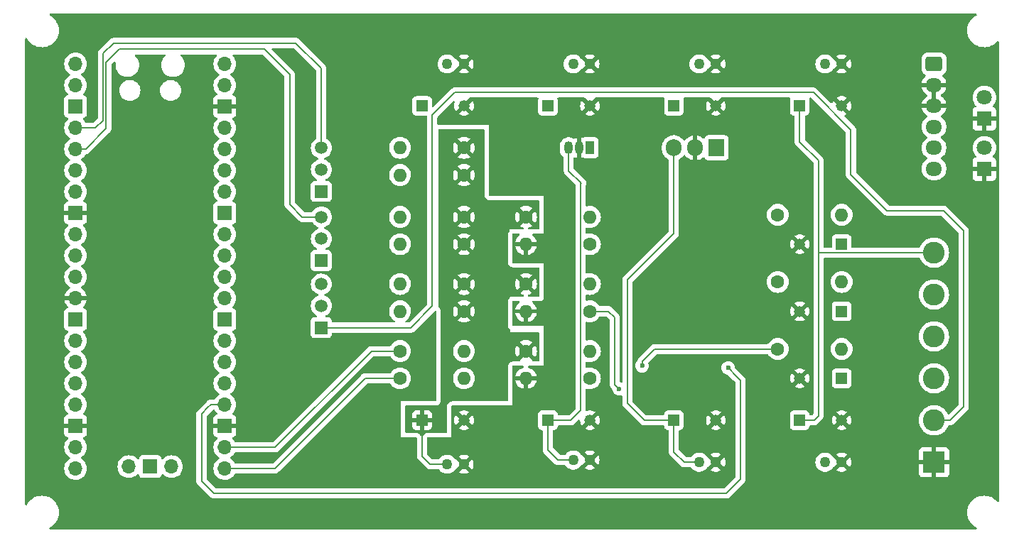
<source format=gbl>
%TF.GenerationSoftware,KiCad,Pcbnew,8.0.2*%
%TF.CreationDate,2024-07-03T09:30:11-06:00*%
%TF.ProjectId,MotorInterfacePiPico,4d6f746f-7249-46e7-9465-726661636550,rev?*%
%TF.SameCoordinates,Original*%
%TF.FileFunction,Copper,L2,Bot*%
%TF.FilePolarity,Positive*%
%FSLAX46Y46*%
G04 Gerber Fmt 4.6, Leading zero omitted, Abs format (unit mm)*
G04 Created by KiCad (PCBNEW 8.0.2) date 2024-07-03 09:30:11*
%MOMM*%
%LPD*%
G01*
G04 APERTURE LIST*
G04 Aperture macros list*
%AMRoundRect*
0 Rectangle with rounded corners*
0 $1 Rounding radius*
0 $2 $3 $4 $5 $6 $7 $8 $9 X,Y pos of 4 corners*
0 Add a 4 corners polygon primitive as box body*
4,1,4,$2,$3,$4,$5,$6,$7,$8,$9,$2,$3,0*
0 Add four circle primitives for the rounded corners*
1,1,$1+$1,$2,$3*
1,1,$1+$1,$4,$5*
1,1,$1+$1,$6,$7*
1,1,$1+$1,$8,$9*
0 Add four rect primitives between the rounded corners*
20,1,$1+$1,$2,$3,$4,$5,0*
20,1,$1+$1,$4,$5,$6,$7,0*
20,1,$1+$1,$6,$7,$8,$9,0*
20,1,$1+$1,$8,$9,$2,$3,0*%
G04 Aperture macros list end*
%TA.AperFunction,ComponentPad*%
%ADD10O,1.700000X1.700000*%
%TD*%
%TA.AperFunction,ComponentPad*%
%ADD11R,1.700000X1.700000*%
%TD*%
%TA.AperFunction,ComponentPad*%
%ADD12C,1.270000*%
%TD*%
%TA.AperFunction,ComponentPad*%
%ADD13R,1.320800X1.320800*%
%TD*%
%TA.AperFunction,ComponentPad*%
%ADD14C,1.320800*%
%TD*%
%TA.AperFunction,ComponentPad*%
%ADD15C,1.600000*%
%TD*%
%TA.AperFunction,ComponentPad*%
%ADD16O,1.600000X1.600000*%
%TD*%
%TA.AperFunction,ComponentPad*%
%ADD17R,2.600000X2.600000*%
%TD*%
%TA.AperFunction,ComponentPad*%
%ADD18C,2.600000*%
%TD*%
%TA.AperFunction,ComponentPad*%
%ADD19RoundRect,0.250000X-0.725000X0.600000X-0.725000X-0.600000X0.725000X-0.600000X0.725000X0.600000X0*%
%TD*%
%TA.AperFunction,ComponentPad*%
%ADD20O,1.950000X1.700000*%
%TD*%
%TA.AperFunction,ComponentPad*%
%ADD21R,1.800000X1.800000*%
%TD*%
%TA.AperFunction,ComponentPad*%
%ADD22C,1.800000*%
%TD*%
%TA.AperFunction,ComponentPad*%
%ADD23R,1.050000X1.500000*%
%TD*%
%TA.AperFunction,ComponentPad*%
%ADD24O,1.050000X1.500000*%
%TD*%
%TA.AperFunction,ComponentPad*%
%ADD25R,1.500000X1.500000*%
%TD*%
%TA.AperFunction,ComponentPad*%
%ADD26C,1.500000*%
%TD*%
%TA.AperFunction,ComponentPad*%
%ADD27R,1.905000X2.000000*%
%TD*%
%TA.AperFunction,ComponentPad*%
%ADD28O,1.905000X2.000000*%
%TD*%
%TA.AperFunction,ViaPad*%
%ADD29C,0.600000*%
%TD*%
%TA.AperFunction,Conductor*%
%ADD30C,0.200000*%
%TD*%
G04 APERTURE END LIST*
D10*
%TO.P,U1,1,GPIO0*%
%TO.N,unconnected-(U1-GPIO0-Pad1)_0*%
X91000000Y-63000000D03*
%TO.P,U1,2,GPIO1*%
%TO.N,unconnected-(U1-GPIO1-Pad2)_0*%
X91000000Y-65540000D03*
D11*
%TO.P,U1,3,GND*%
%TO.N,unconnected-(U1-GND-Pad3)*%
X91000000Y-68080000D03*
D10*
%TO.P,U1,4,GPIO2*%
%TO.N,Net-(Q1-C)*%
X91000000Y-70620000D03*
%TO.P,U1,5,GPIO3*%
%TO.N,Net-(Q2-C)*%
X91000000Y-73160000D03*
%TO.P,U1,6,GPIO4*%
%TO.N,unconnected-(U1-GPIO4-Pad6)_0*%
X91000000Y-75700000D03*
%TO.P,U1,7,GPIO5*%
%TO.N,unconnected-(U1-GPIO5-Pad7)*%
X91000000Y-78240000D03*
D11*
%TO.P,U1,8,GND*%
%TO.N,GND*%
X91000000Y-80780000D03*
D10*
%TO.P,U1,9,GPIO6*%
%TO.N,unconnected-(U1-GPIO6-Pad9)*%
X91000000Y-83320000D03*
%TO.P,U1,10,GPIO7*%
%TO.N,unconnected-(U1-GPIO7-Pad10)_0*%
X91000000Y-85860000D03*
%TO.P,U1,11,GPIO8*%
%TO.N,unconnected-(U1-GPIO8-Pad11)_0*%
X91000000Y-88400000D03*
%TO.P,U1,12,GPIO9*%
%TO.N,GND*%
X91000000Y-90940000D03*
D11*
%TO.P,U1,13,GND*%
%TO.N,unconnected-(U1-GND-Pad13)*%
X91000000Y-93480000D03*
D10*
%TO.P,U1,14,GPIO10*%
%TO.N,unconnected-(U1-GPIO10-Pad14)*%
X91000000Y-96020000D03*
%TO.P,U1,15,GPIO11*%
%TO.N,unconnected-(U1-GPIO11-Pad15)*%
X91000000Y-98560000D03*
%TO.P,U1,16,GPIO12*%
%TO.N,unconnected-(U1-GPIO12-Pad16)_0*%
X91000000Y-101100000D03*
%TO.P,U1,17,GPIO13*%
%TO.N,unconnected-(U1-GPIO13-Pad17)_0*%
X91000000Y-103640000D03*
D11*
%TO.P,U1,18,GND*%
%TO.N,GND*%
X91000000Y-106180000D03*
D10*
%TO.P,U1,19,GPIO14*%
%TO.N,unconnected-(U1-GPIO14-Pad19)_0*%
X91000000Y-108720000D03*
%TO.P,U1,20,GPIO15*%
%TO.N,unconnected-(U1-GPIO15-Pad20)*%
X91000000Y-111260000D03*
%TO.P,U1,21,GPIO16*%
%TO.N,Net-(U1-GPIO16)*%
X108780000Y-111260000D03*
%TO.P,U1,22,GPIO17*%
%TO.N,Net-(U1-GPIO17)*%
X108780000Y-108720000D03*
D11*
%TO.P,U1,23,GND*%
%TO.N,GND*%
X108780000Y-106180000D03*
D10*
%TO.P,U1,24,GPIO18*%
%TO.N,PWM Position*%
X108780000Y-103640000D03*
%TO.P,U1,25,GPIO19*%
%TO.N,PWM Speed*%
X108780000Y-101100000D03*
%TO.P,U1,26,GPIO20*%
%TO.N,PWM Position x10*%
X108780000Y-98560000D03*
%TO.P,U1,27,GPIO21*%
%TO.N,Limit Switch*%
X108780000Y-96020000D03*
D11*
%TO.P,U1,28,GND*%
%TO.N,unconnected-(U1-GND-Pad28)_0*%
X108780000Y-93480000D03*
D10*
%TO.P,U1,29,GPIO22*%
%TO.N,unconnected-(U1-GPIO22-Pad29)_0*%
X108780000Y-90940000D03*
%TO.P,U1,30,RUN*%
%TO.N,unconnected-(U1-RUN-Pad30)*%
X108780000Y-88400000D03*
%TO.P,U1,31,GPIO26_ADC0*%
%TO.N,unconnected-(U1-GPIO26_ADC0-Pad31)_0*%
X108780000Y-85860000D03*
%TO.P,U1,32,GPIO27_ADC1*%
%TO.N,unconnected-(U1-GPIO27_ADC1-Pad32)*%
X108780000Y-83320000D03*
D11*
%TO.P,U1,33,AGND*%
%TO.N,unconnected-(U1-AGND-Pad33)_0*%
X108780000Y-80780000D03*
D10*
%TO.P,U1,34,GPIO28_ADC2*%
%TO.N,unconnected-(U1-GPIO28_ADC2-Pad34)*%
X108780000Y-78240000D03*
%TO.P,U1,35,ADC_VREF*%
%TO.N,unconnected-(U1-ADC_VREF-Pad35)_0*%
X108780000Y-75700000D03*
%TO.P,U1,36,3V3*%
%TO.N,+3.3V*%
X108780000Y-73160000D03*
%TO.P,U1,37,3V3_EN*%
%TO.N,unconnected-(U1-3V3_EN-Pad37)*%
X108780000Y-70620000D03*
D11*
%TO.P,U1,38,GND*%
%TO.N,GND*%
X108780000Y-68080000D03*
D10*
%TO.P,U1,39,VSYS*%
%TO.N,+5V*%
X108780000Y-65540000D03*
%TO.P,U1,40,VBUS*%
%TO.N,unconnected-(U1-VBUS-Pad40)*%
X108780000Y-63000000D03*
%TO.P,U1,41,SWCLK*%
%TO.N,unconnected-(U1-SWCLK-Pad41)*%
X97350000Y-111030000D03*
D11*
%TO.P,U1,42,GND*%
%TO.N,unconnected-(U1-GND-Pad42)*%
X99890000Y-111030000D03*
D10*
%TO.P,U1,43,SWDIO*%
%TO.N,unconnected-(U1-SWDIO-Pad43)*%
X102430000Y-111030000D03*
%TD*%
D12*
%TO.P,C12,1*%
%TO.N,+5V*%
X150280000Y-63000000D03*
%TO.P,C12,2*%
%TO.N,GND*%
X152280000Y-63000000D03*
%TD*%
D13*
%TO.P,C17,1*%
%TO.N,+3.3V*%
X132280000Y-105500000D03*
D14*
%TO.P,C17,2*%
%TO.N,GND*%
X137280000Y-105500000D03*
%TD*%
D13*
%TO.P,C15,1*%
%TO.N,+5V*%
X147280000Y-105500000D03*
D14*
%TO.P,C15,2*%
%TO.N,GND*%
X152280000Y-105500000D03*
%TD*%
D15*
%TO.P,R4,1*%
%TO.N,+3.3V*%
X137280000Y-81250000D03*
D16*
%TO.P,R4,2*%
%TO.N,Net-(Q2-C)*%
X129660000Y-81250000D03*
%TD*%
D15*
%TO.P,R2,1*%
%TO.N,+3.3V*%
X137280000Y-84500000D03*
D16*
%TO.P,R2,2*%
%TO.N,Net-(Q2-B)*%
X129660000Y-84500000D03*
%TD*%
D13*
%TO.P,C9,1*%
%TO.N,+5V*%
X147280000Y-68000000D03*
D14*
%TO.P,C9,2*%
%TO.N,GND*%
X152280000Y-68000000D03*
%TD*%
D15*
%TO.P,R12,1*%
%TO.N,Net-(U2C--)*%
X152280000Y-84500000D03*
D16*
%TO.P,R12,2*%
%TO.N,GND*%
X144660000Y-84500000D03*
%TD*%
D13*
%TO.P,C8,1*%
%TO.N,+10V*%
X162280000Y-68000000D03*
D14*
%TO.P,C8,2*%
%TO.N,GND*%
X167280000Y-68000000D03*
%TD*%
D15*
%TO.P,R8,1*%
%TO.N,+3.3V*%
X144660000Y-97250000D03*
D16*
%TO.P,R8,2*%
%TO.N,Net-(U2B--)*%
X152280000Y-97250000D03*
%TD*%
D17*
%TO.P,J2,1,Pin_1*%
%TO.N,GND*%
X193280000Y-110500000D03*
D18*
%TO.P,J2,2,Pin_2*%
%TO.N,Net-(J2-Pin_2)*%
X193280000Y-105500000D03*
%TO.P,J2,3,Pin_3*%
%TO.N,Analog Position x10*%
X193280000Y-100500000D03*
%TO.P,J2,4,Pin_4*%
%TO.N,Analog Position*%
X193280000Y-95500000D03*
%TO.P,J2,5,Pin_5*%
%TO.N,Analog Speed*%
X193280000Y-90500000D03*
%TO.P,J2,6,Pin_6*%
%TO.N,+12V*%
X193280000Y-85500000D03*
%TD*%
D19*
%TO.P,J1,1,Pin_1*%
%TO.N,+12V*%
X193280000Y-63000000D03*
D20*
%TO.P,J1,2,Pin_2*%
%TO.N,GND*%
X193280000Y-65500000D03*
%TO.P,J1,3,Pin_3*%
X193280000Y-68000000D03*
%TO.P,J1,4,Pin_4*%
%TO.N,+5V*%
X193280000Y-70500000D03*
%TO.P,J1,5,Pin_5*%
%TO.N,A*%
X193280000Y-73000000D03*
%TO.P,J1,6,Pin_6*%
%TO.N,B*%
X193280000Y-75500000D03*
%TD*%
D12*
%TO.P,C16,1*%
%TO.N,+3.3V*%
X135280000Y-110750000D03*
%TO.P,C16,2*%
%TO.N,GND*%
X137280000Y-110750000D03*
%TD*%
D21*
%TO.P,D1,1,K*%
%TO.N,GND*%
X199280000Y-75540000D03*
D22*
%TO.P,D1,2,A*%
%TO.N,Net-(D1-A)*%
X199280000Y-73000000D03*
%TD*%
D13*
%TO.P,C13,1*%
%TO.N,+12V*%
X177280000Y-105500000D03*
D14*
%TO.P,C13,2*%
%TO.N,GND*%
X182280000Y-105500000D03*
%TD*%
D23*
%TO.P,U4,1,VO*%
%TO.N,+10V*%
X152280000Y-73000000D03*
D24*
%TO.P,U4,2,GND*%
%TO.N,GND*%
X151010000Y-73000000D03*
%TO.P,U4,3,VI*%
%TO.N,+5V*%
X149740000Y-73000000D03*
%TD*%
D15*
%TO.P,R16,1*%
%TO.N,Net-(R16-Pad1)*%
X174660000Y-89000000D03*
D16*
%TO.P,R16,2*%
%TO.N,Analog Position*%
X182280000Y-89000000D03*
%TD*%
D15*
%TO.P,R17,1*%
%TO.N,+3.3V*%
X137280000Y-89250000D03*
D16*
%TO.P,R17,2*%
%TO.N,Limit Switch*%
X129660000Y-89250000D03*
%TD*%
D13*
%TO.P,C19,1*%
%TO.N,+3.3V*%
X132280000Y-68000000D03*
D14*
%TO.P,C19,2*%
%TO.N,GND*%
X137280000Y-68000000D03*
%TD*%
D13*
%TO.P,C14,1*%
%TO.N,+10V*%
X162280000Y-105500000D03*
D14*
%TO.P,C14,2*%
%TO.N,GND*%
X167280000Y-105500000D03*
%TD*%
D15*
%TO.P,R13,1*%
%TO.N,+3.3V*%
X137280000Y-92500000D03*
D16*
%TO.P,R13,2*%
%TO.N,Net-(Q3-B)*%
X129660000Y-92500000D03*
%TD*%
D12*
%TO.P,C10,1*%
%TO.N,+12V*%
X180280000Y-110500000D03*
%TO.P,C10,2*%
%TO.N,GND*%
X182280000Y-110500000D03*
%TD*%
D21*
%TO.P,D2,1,K*%
%TO.N,GND*%
X199280000Y-69540000D03*
D22*
%TO.P,D2,2,A*%
%TO.N,Net-(D2-A)*%
X199280000Y-67000000D03*
%TD*%
D15*
%TO.P,R5,1*%
%TO.N,Net-(U1-GPIO16)*%
X129660000Y-100500000D03*
D16*
%TO.P,R5,2*%
%TO.N,Net-(D1-A)*%
X137280000Y-100500000D03*
%TD*%
D12*
%TO.P,C6,1*%
%TO.N,+5V*%
X150280000Y-110250000D03*
%TO.P,C6,2*%
%TO.N,GND*%
X152280000Y-110250000D03*
%TD*%
D13*
%TO.P,C2,1*%
%TO.N,Analog Speed*%
X182280000Y-84500000D03*
D14*
%TO.P,C2,2*%
%TO.N,GND*%
X177280000Y-84500000D03*
%TD*%
D15*
%TO.P,R9,1*%
%TO.N,+3.3V*%
X144660000Y-81250000D03*
D16*
%TO.P,R9,2*%
%TO.N,Net-(U2C--)*%
X152280000Y-81250000D03*
%TD*%
D15*
%TO.P,R10,1*%
%TO.N,Net-(U2A--)*%
X152280000Y-92500000D03*
D16*
%TO.P,R10,2*%
%TO.N,GND*%
X144660000Y-92500000D03*
%TD*%
D13*
%TO.P,C7,1*%
%TO.N,+12V*%
X177280000Y-68000000D03*
D14*
%TO.P,C7,2*%
%TO.N,GND*%
X182280000Y-68000000D03*
%TD*%
D12*
%TO.P,C18,1*%
%TO.N,+3.3V*%
X135280000Y-63000000D03*
%TO.P,C18,2*%
%TO.N,GND*%
X137280000Y-63000000D03*
%TD*%
D25*
%TO.P,Q3,1,E*%
%TO.N,Net-(J2-Pin_2)*%
X120280000Y-94450000D03*
D26*
%TO.P,Q3,2,B*%
%TO.N,Net-(Q3-B)*%
X120280000Y-91850000D03*
%TO.P,Q3,3,C*%
%TO.N,Limit Switch*%
X120280000Y-89250000D03*
%TD*%
D15*
%TO.P,R1,1*%
%TO.N,+3.3V*%
X137280000Y-76250000D03*
D16*
%TO.P,R1,2*%
%TO.N,Net-(Q1-B)*%
X129660000Y-76250000D03*
%TD*%
D12*
%TO.P,C4,1*%
%TO.N,+12V*%
X180280000Y-63000000D03*
%TO.P,C4,2*%
%TO.N,GND*%
X182280000Y-63000000D03*
%TD*%
D13*
%TO.P,C1,1*%
%TO.N,Analog Position x10*%
X182280000Y-100500000D03*
D14*
%TO.P,C1,2*%
%TO.N,GND*%
X177280000Y-100500000D03*
%TD*%
D13*
%TO.P,C3,1*%
%TO.N,Analog Position*%
X182280000Y-92500000D03*
D14*
%TO.P,C3,2*%
%TO.N,GND*%
X177280000Y-92500000D03*
%TD*%
D12*
%TO.P,C5,1*%
%TO.N,+10V*%
X165280000Y-63000000D03*
%TO.P,C5,2*%
%TO.N,GND*%
X167280000Y-63000000D03*
%TD*%
D15*
%TO.P,R14,1*%
%TO.N,Net-(R14-Pad1)*%
X174660000Y-97000000D03*
D16*
%TO.P,R14,2*%
%TO.N,Analog Position x10*%
X182280000Y-97000000D03*
%TD*%
D15*
%TO.P,R15,1*%
%TO.N,Net-(R15-Pad1)*%
X174660000Y-81000000D03*
D16*
%TO.P,R15,2*%
%TO.N,Analog Speed*%
X182280000Y-81000000D03*
%TD*%
D25*
%TO.P,Q2,1,E*%
%TO.N,B*%
X120280000Y-86450000D03*
D26*
%TO.P,Q2,2,B*%
%TO.N,Net-(Q2-B)*%
X120280000Y-83850000D03*
%TO.P,Q2,3,C*%
%TO.N,Net-(Q2-C)*%
X120280000Y-81250000D03*
%TD*%
D15*
%TO.P,R7,1*%
%TO.N,+3.3V*%
X144660000Y-89250000D03*
D16*
%TO.P,R7,2*%
%TO.N,Net-(U2A--)*%
X152280000Y-89250000D03*
%TD*%
D12*
%TO.P,C11,1*%
%TO.N,+10V*%
X165280000Y-110500000D03*
%TO.P,C11,2*%
%TO.N,GND*%
X167280000Y-110500000D03*
%TD*%
D27*
%TO.P,U3,1,VI*%
%TO.N,+12V*%
X167360000Y-73000000D03*
D28*
%TO.P,U3,2,GND*%
%TO.N,GND*%
X164820000Y-73000000D03*
%TO.P,U3,3,VO*%
%TO.N,+10V*%
X162280000Y-73000000D03*
%TD*%
D15*
%TO.P,R11,1*%
%TO.N,Net-(U2B--)*%
X152280000Y-100500000D03*
D16*
%TO.P,R11,2*%
%TO.N,GND*%
X144660000Y-100500000D03*
%TD*%
D25*
%TO.P,Q1,1,E*%
%TO.N,A*%
X120280000Y-78200000D03*
D26*
%TO.P,Q1,2,B*%
%TO.N,Net-(Q1-B)*%
X120280000Y-75600000D03*
%TO.P,Q1,3,C*%
%TO.N,Net-(Q1-C)*%
X120280000Y-73000000D03*
%TD*%
D15*
%TO.P,R6,1*%
%TO.N,Net-(U1-GPIO17)*%
X129660000Y-97250000D03*
D16*
%TO.P,R6,2*%
%TO.N,Net-(D2-A)*%
X137280000Y-97250000D03*
%TD*%
D15*
%TO.P,R3,1*%
%TO.N,+3.3V*%
X137280000Y-73000000D03*
D16*
%TO.P,R3,2*%
%TO.N,Net-(Q1-C)*%
X129660000Y-73000000D03*
%TD*%
D29*
%TO.N,PWM Position*%
X168750000Y-99250000D03*
%TO.N,Net-(U2A--)*%
X155750000Y-101750000D03*
%TO.N,Net-(R14-Pad1)*%
X158500000Y-99000000D03*
%TD*%
D30*
%TO.N,Net-(J2-Pin_2)*%
X194400000Y-80500000D02*
X196800000Y-82900000D01*
X133500000Y-69100000D02*
X136200000Y-66400000D01*
X196800000Y-103900000D02*
X195200000Y-105500000D01*
X196800000Y-82900000D02*
X196800000Y-103900000D01*
X187700000Y-80500000D02*
X194400000Y-80500000D01*
X183380000Y-76180000D02*
X187700000Y-80500000D01*
X195200000Y-105500000D02*
X193280000Y-105500000D01*
X183380000Y-70880000D02*
X183380000Y-76180000D01*
X136200000Y-66400000D02*
X178900000Y-66400000D01*
X120280000Y-94450000D02*
X130950000Y-94450000D01*
X178900000Y-66400000D02*
X183380000Y-70880000D01*
X133500000Y-91900000D02*
X133500000Y-69100000D01*
X130950000Y-94450000D02*
X133500000Y-91900000D01*
%TO.N,+12V*%
X179500000Y-105000000D02*
X179000000Y-105500000D01*
X179500000Y-85500000D02*
X179500000Y-105000000D01*
X177280000Y-72280000D02*
X179500000Y-74500000D01*
X177280000Y-68000000D02*
X177280000Y-72280000D01*
X179000000Y-105500000D02*
X177280000Y-105500000D01*
X193280000Y-85500000D02*
X179500000Y-85500000D01*
X179500000Y-74500000D02*
X179500000Y-85500000D01*
%TO.N,+5V*%
X148500000Y-110250000D02*
X150280000Y-110250000D01*
X151180000Y-77320000D02*
X151180000Y-104320000D01*
X149740000Y-75740000D02*
X151250000Y-77250000D01*
X151250000Y-77250000D02*
X151180000Y-77320000D01*
X149740000Y-73000000D02*
X149740000Y-75740000D01*
X150000000Y-105500000D02*
X147280000Y-105500000D01*
X147280000Y-105500000D02*
X147280000Y-109030000D01*
X151180000Y-104320000D02*
X150000000Y-105500000D01*
X147280000Y-109030000D02*
X148500000Y-110250000D01*
%TO.N,+10V*%
X163500000Y-110500000D02*
X165280000Y-110500000D01*
X162280000Y-83220000D02*
X156750000Y-88750000D01*
X162280000Y-105500000D02*
X162280000Y-109280000D01*
X158750000Y-105500000D02*
X162280000Y-105500000D01*
X156750000Y-88750000D02*
X156750000Y-103500000D01*
X156750000Y-103500000D02*
X158750000Y-105500000D01*
X162280000Y-109280000D02*
X163500000Y-110500000D01*
X162280000Y-73000000D02*
X162280000Y-83220000D01*
%TO.N,PWM Position*%
X107500000Y-114250000D02*
X111250000Y-114250000D01*
X106750000Y-104000000D02*
X106000000Y-104750000D01*
X106000000Y-112750000D02*
X107500000Y-114250000D01*
X107110000Y-103640000D02*
X106750000Y-104000000D01*
X168500000Y-114250000D02*
X170250000Y-112500000D01*
X169750000Y-100250000D02*
X168750000Y-99250000D01*
X170250000Y-100750000D02*
X169750000Y-100250000D01*
X111250000Y-114250000D02*
X168500000Y-114250000D01*
X170250000Y-112500000D02*
X170250000Y-100750000D01*
X108780000Y-103640000D02*
X107110000Y-103640000D01*
X106000000Y-104750000D02*
X106000000Y-112750000D01*
%TO.N,Net-(U2A--)*%
X155250000Y-93250000D02*
X155250000Y-96500000D01*
X155250000Y-101250000D02*
X155750000Y-101750000D01*
X152280000Y-92500000D02*
X154500000Y-92500000D01*
X155250000Y-96500000D02*
X155250000Y-101250000D01*
X154500000Y-92500000D02*
X155250000Y-93250000D01*
%TO.N,Net-(R14-Pad1)*%
X158500000Y-98500000D02*
X158500000Y-98750000D01*
X160000000Y-97000000D02*
X158500000Y-98500000D01*
X174660000Y-97000000D02*
X160000000Y-97000000D01*
%TO.N,Net-(U1-GPIO17)*%
X114780000Y-108720000D02*
X126250000Y-97250000D01*
X108780000Y-108720000D02*
X114780000Y-108720000D01*
X126250000Y-97250000D02*
X129660000Y-97250000D01*
%TO.N,Net-(U1-GPIO16)*%
X114740000Y-111260000D02*
X125500000Y-100500000D01*
X125500000Y-100500000D02*
X129660000Y-100500000D01*
X108780000Y-111260000D02*
X114740000Y-111260000D01*
%TO.N,+3.3V*%
X132280000Y-109780000D02*
X133250000Y-110750000D01*
X133250000Y-110750000D02*
X135280000Y-110750000D01*
X132280000Y-105500000D02*
X132280000Y-109780000D01*
%TO.N,Net-(Q1-C)*%
X94250000Y-69750000D02*
X94250000Y-61750000D01*
X91000000Y-70620000D02*
X93380000Y-70620000D01*
X93380000Y-70620000D02*
X94250000Y-69750000D01*
X117250000Y-60500000D02*
X120280000Y-63530000D01*
X94250000Y-61750000D02*
X95500000Y-60500000D01*
X95500000Y-60500000D02*
X117250000Y-60500000D01*
X120280000Y-63530000D02*
X120280000Y-73000000D01*
%TO.N,Net-(Q2-C)*%
X94650000Y-62850000D02*
X94650000Y-70712081D01*
X120280000Y-81250000D02*
X118000000Y-81250000D01*
X96250000Y-61250000D02*
X94650000Y-62850000D01*
X118000000Y-81250000D02*
X116500000Y-79750000D01*
X92202081Y-73160000D02*
X91000000Y-73160000D01*
X94650000Y-70712081D02*
X92202081Y-73160000D01*
X116500000Y-64250000D02*
X113500000Y-61250000D01*
X113500000Y-61250000D02*
X96250000Y-61250000D01*
X116500000Y-79750000D02*
X116500000Y-64250000D01*
%TD*%
%TA.AperFunction,Conductor*%
%TO.N,+3.3V*%
G36*
X139687539Y-70775185D02*
G01*
X139733294Y-70827989D01*
X139744500Y-70879500D01*
X139744500Y-78626000D01*
X139744501Y-78626009D01*
X139756052Y-78733450D01*
X139756054Y-78733462D01*
X139767260Y-78784972D01*
X139801383Y-78887497D01*
X139801386Y-78887503D01*
X139879171Y-79008537D01*
X139879179Y-79008548D01*
X139924923Y-79061340D01*
X139924926Y-79061343D01*
X139924930Y-79061347D01*
X140033664Y-79155567D01*
X140164541Y-79215338D01*
X140231580Y-79235023D01*
X140231584Y-79235024D01*
X140374000Y-79255500D01*
X146120500Y-79255500D01*
X146187539Y-79275185D01*
X146233294Y-79327989D01*
X146244500Y-79379500D01*
X146244500Y-82620500D01*
X146224815Y-82687539D01*
X146172011Y-82733294D01*
X146120500Y-82744500D01*
X145534566Y-82744500D01*
X145472572Y-82748316D01*
X145466527Y-82749064D01*
X145451317Y-82750000D01*
X145026614Y-82750000D01*
X144959575Y-82730315D01*
X144913820Y-82677511D01*
X144903876Y-82608353D01*
X144932901Y-82544797D01*
X144991679Y-82507023D01*
X144994521Y-82506225D01*
X145106317Y-82476269D01*
X145106331Y-82476264D01*
X145312478Y-82380136D01*
X145385471Y-82329024D01*
X144706447Y-81650000D01*
X144712661Y-81650000D01*
X144814394Y-81622741D01*
X144905606Y-81570080D01*
X144980080Y-81495606D01*
X145032741Y-81404394D01*
X145060000Y-81302661D01*
X145060000Y-81296447D01*
X145739024Y-81975471D01*
X145790136Y-81902478D01*
X145886264Y-81696331D01*
X145886269Y-81696317D01*
X145945139Y-81476610D01*
X145945141Y-81476599D01*
X145964966Y-81250002D01*
X145964966Y-81249997D01*
X145945141Y-81023400D01*
X145945139Y-81023389D01*
X145886269Y-80803682D01*
X145886264Y-80803668D01*
X145790136Y-80597521D01*
X145790132Y-80597513D01*
X145739025Y-80524526D01*
X145060000Y-81203551D01*
X145060000Y-81197339D01*
X145032741Y-81095606D01*
X144980080Y-81004394D01*
X144905606Y-80929920D01*
X144814394Y-80877259D01*
X144712661Y-80850000D01*
X144706448Y-80850000D01*
X145385472Y-80170974D01*
X145312478Y-80119863D01*
X145106331Y-80023735D01*
X145106317Y-80023730D01*
X144886610Y-79964860D01*
X144886599Y-79964858D01*
X144660002Y-79945034D01*
X144659998Y-79945034D01*
X144433400Y-79964858D01*
X144433389Y-79964860D01*
X144213682Y-80023730D01*
X144213673Y-80023734D01*
X144007516Y-80119866D01*
X144007512Y-80119868D01*
X143934526Y-80170973D01*
X143934526Y-80170974D01*
X144613553Y-80850000D01*
X144607339Y-80850000D01*
X144505606Y-80877259D01*
X144414394Y-80929920D01*
X144339920Y-81004394D01*
X144287259Y-81095606D01*
X144260000Y-81197339D01*
X144260000Y-81203552D01*
X143580974Y-80524526D01*
X143580973Y-80524526D01*
X143529868Y-80597512D01*
X143529866Y-80597516D01*
X143433734Y-80803673D01*
X143433730Y-80803682D01*
X143374860Y-81023389D01*
X143374858Y-81023400D01*
X143355034Y-81249997D01*
X143355034Y-81250002D01*
X143374858Y-81476599D01*
X143374860Y-81476610D01*
X143433730Y-81696317D01*
X143433735Y-81696331D01*
X143529863Y-81902478D01*
X143580974Y-81975472D01*
X144260000Y-81296446D01*
X144260000Y-81302661D01*
X144287259Y-81404394D01*
X144339920Y-81495606D01*
X144414394Y-81570080D01*
X144505606Y-81622741D01*
X144607339Y-81650000D01*
X144613553Y-81650000D01*
X143934526Y-82329025D01*
X144007513Y-82380132D01*
X144007521Y-82380136D01*
X144213668Y-82476264D01*
X144213682Y-82476269D01*
X144325479Y-82506225D01*
X144385140Y-82542590D01*
X144415669Y-82605437D01*
X144407374Y-82674812D01*
X144362889Y-82728690D01*
X144296337Y-82749965D01*
X144293386Y-82750000D01*
X143832550Y-82750000D01*
X143814904Y-82748738D01*
X143785428Y-82744500D01*
X143785427Y-82744500D01*
X143124000Y-82744500D01*
X143123991Y-82744500D01*
X143123990Y-82744501D01*
X143079457Y-82749289D01*
X143066202Y-82750000D01*
X142709705Y-82750000D01*
X142709704Y-82750001D01*
X142710117Y-82853412D01*
X142690700Y-82920530D01*
X142679831Y-82935110D01*
X142594433Y-83033664D01*
X142594430Y-83033668D01*
X142534664Y-83164534D01*
X142514976Y-83231582D01*
X142504547Y-83304122D01*
X142494500Y-83374000D01*
X142494500Y-86626000D01*
X142494501Y-86626009D01*
X142506052Y-86733450D01*
X142506054Y-86733462D01*
X142517260Y-86784972D01*
X142551383Y-86887497D01*
X142551386Y-86887503D01*
X142629171Y-87008537D01*
X142629179Y-87008548D01*
X142674923Y-87061340D01*
X142674926Y-87061343D01*
X142674930Y-87061347D01*
X142783664Y-87155567D01*
X142783667Y-87155568D01*
X142783668Y-87155569D01*
X142870005Y-87194999D01*
X142914541Y-87215338D01*
X142981580Y-87235023D01*
X142981584Y-87235024D01*
X143124000Y-87255500D01*
X146120500Y-87255500D01*
X146187539Y-87275185D01*
X146233294Y-87327989D01*
X146244500Y-87379500D01*
X146244500Y-90620500D01*
X146224815Y-90687539D01*
X146172011Y-90733294D01*
X146120500Y-90744500D01*
X145534566Y-90744500D01*
X145472572Y-90748316D01*
X145466527Y-90749064D01*
X145451317Y-90750000D01*
X145026614Y-90750000D01*
X144959575Y-90730315D01*
X144913820Y-90677511D01*
X144903876Y-90608353D01*
X144932901Y-90544797D01*
X144991679Y-90507023D01*
X144994521Y-90506225D01*
X145106317Y-90476269D01*
X145106331Y-90476264D01*
X145312478Y-90380136D01*
X145385471Y-90329024D01*
X144706447Y-89650000D01*
X144712661Y-89650000D01*
X144814394Y-89622741D01*
X144905606Y-89570080D01*
X144980080Y-89495606D01*
X145032741Y-89404394D01*
X145060000Y-89302661D01*
X145060000Y-89296447D01*
X145739024Y-89975471D01*
X145790136Y-89902478D01*
X145886264Y-89696331D01*
X145886269Y-89696317D01*
X145945139Y-89476610D01*
X145945141Y-89476599D01*
X145964966Y-89250002D01*
X145964966Y-89249997D01*
X145945141Y-89023400D01*
X145945139Y-89023389D01*
X145886269Y-88803682D01*
X145886264Y-88803668D01*
X145790136Y-88597521D01*
X145790132Y-88597513D01*
X145739025Y-88524526D01*
X145060000Y-89203551D01*
X145060000Y-89197339D01*
X145032741Y-89095606D01*
X144980080Y-89004394D01*
X144905606Y-88929920D01*
X144814394Y-88877259D01*
X144712661Y-88850000D01*
X144706448Y-88850000D01*
X145385472Y-88170974D01*
X145312478Y-88119863D01*
X145106331Y-88023735D01*
X145106317Y-88023730D01*
X144886610Y-87964860D01*
X144886599Y-87964858D01*
X144660002Y-87945034D01*
X144659998Y-87945034D01*
X144433400Y-87964858D01*
X144433389Y-87964860D01*
X144213682Y-88023730D01*
X144213673Y-88023734D01*
X144007516Y-88119866D01*
X144007512Y-88119868D01*
X143934526Y-88170973D01*
X143934526Y-88170974D01*
X144613553Y-88850000D01*
X144607339Y-88850000D01*
X144505606Y-88877259D01*
X144414394Y-88929920D01*
X144339920Y-89004394D01*
X144287259Y-89095606D01*
X144260000Y-89197339D01*
X144260000Y-89203552D01*
X143580974Y-88524526D01*
X143580973Y-88524526D01*
X143529868Y-88597512D01*
X143529866Y-88597516D01*
X143433734Y-88803673D01*
X143433730Y-88803682D01*
X143374860Y-89023389D01*
X143374858Y-89023400D01*
X143355034Y-89249997D01*
X143355034Y-89250002D01*
X143374858Y-89476599D01*
X143374860Y-89476610D01*
X143433730Y-89696317D01*
X143433735Y-89696331D01*
X143529863Y-89902478D01*
X143580974Y-89975472D01*
X144260000Y-89296446D01*
X144260000Y-89302661D01*
X144287259Y-89404394D01*
X144339920Y-89495606D01*
X144414394Y-89570080D01*
X144505606Y-89622741D01*
X144607339Y-89650000D01*
X144613553Y-89650000D01*
X143934526Y-90329025D01*
X144007513Y-90380132D01*
X144007521Y-90380136D01*
X144213668Y-90476264D01*
X144213682Y-90476269D01*
X144325479Y-90506225D01*
X144385140Y-90542590D01*
X144415669Y-90605437D01*
X144407374Y-90674812D01*
X144362889Y-90728690D01*
X144296337Y-90749965D01*
X144293386Y-90750000D01*
X143832550Y-90750000D01*
X143814904Y-90748738D01*
X143785428Y-90744500D01*
X143785427Y-90744500D01*
X143124000Y-90744500D01*
X143123991Y-90744500D01*
X143123990Y-90744501D01*
X143079457Y-90749289D01*
X143066202Y-90750000D01*
X142750000Y-90750000D01*
X142750000Y-90815143D01*
X142730315Y-90882182D01*
X142707203Y-90908856D01*
X142688656Y-90924926D01*
X142594433Y-91033664D01*
X142594430Y-91033668D01*
X142534664Y-91164534D01*
X142516724Y-91225631D01*
X142514977Y-91231580D01*
X142514976Y-91231584D01*
X142494500Y-91374000D01*
X142494500Y-94126000D01*
X142494501Y-94126009D01*
X142506052Y-94233450D01*
X142506054Y-94233462D01*
X142517260Y-94284972D01*
X142551383Y-94387497D01*
X142551386Y-94387503D01*
X142629171Y-94508537D01*
X142629179Y-94508548D01*
X142674926Y-94561344D01*
X142707203Y-94589312D01*
X142744977Y-94648090D01*
X142750000Y-94683025D01*
X142750000Y-95000000D01*
X146120500Y-95000000D01*
X146187539Y-95019685D01*
X146233294Y-95072489D01*
X146244500Y-95124000D01*
X146244500Y-98370500D01*
X146224815Y-98437539D01*
X146172011Y-98483294D01*
X146120500Y-98494500D01*
X145506317Y-98494500D01*
X145439278Y-98474815D01*
X145393523Y-98422011D01*
X145382789Y-98359694D01*
X145385471Y-98329024D01*
X144706447Y-97650000D01*
X144712661Y-97650000D01*
X144814394Y-97622741D01*
X144905606Y-97570080D01*
X144980080Y-97495606D01*
X145032741Y-97404394D01*
X145060000Y-97302661D01*
X145060000Y-97296447D01*
X145739024Y-97975471D01*
X145790136Y-97902478D01*
X145886264Y-97696331D01*
X145886269Y-97696317D01*
X145945139Y-97476610D01*
X145945141Y-97476599D01*
X145964966Y-97250002D01*
X145964966Y-97249997D01*
X145945141Y-97023400D01*
X145945139Y-97023389D01*
X145886269Y-96803682D01*
X145886264Y-96803668D01*
X145790136Y-96597521D01*
X145790132Y-96597513D01*
X145739025Y-96524526D01*
X145060000Y-97203551D01*
X145060000Y-97197339D01*
X145032741Y-97095606D01*
X144980080Y-97004394D01*
X144905606Y-96929920D01*
X144814394Y-96877259D01*
X144712661Y-96850000D01*
X144706448Y-96850000D01*
X145385472Y-96170974D01*
X145312478Y-96119863D01*
X145106331Y-96023735D01*
X145106317Y-96023730D01*
X144886610Y-95964860D01*
X144886599Y-95964858D01*
X144660002Y-95945034D01*
X144659998Y-95945034D01*
X144433400Y-95964858D01*
X144433389Y-95964860D01*
X144213682Y-96023730D01*
X144213673Y-96023734D01*
X144007516Y-96119866D01*
X144007512Y-96119868D01*
X143934526Y-96170973D01*
X143934526Y-96170974D01*
X144613553Y-96850000D01*
X144607339Y-96850000D01*
X144505606Y-96877259D01*
X144414394Y-96929920D01*
X144339920Y-97004394D01*
X144287259Y-97095606D01*
X144260000Y-97197339D01*
X144260000Y-97203552D01*
X143580974Y-96524526D01*
X143580973Y-96524526D01*
X143529868Y-96597512D01*
X143529866Y-96597516D01*
X143433734Y-96803673D01*
X143433730Y-96803682D01*
X143374860Y-97023389D01*
X143374858Y-97023400D01*
X143355034Y-97249997D01*
X143355034Y-97250002D01*
X143374858Y-97476599D01*
X143374860Y-97476610D01*
X143433730Y-97696317D01*
X143433735Y-97696331D01*
X143529863Y-97902478D01*
X143580974Y-97975472D01*
X144260000Y-97296446D01*
X144260000Y-97302661D01*
X144287259Y-97404394D01*
X144339920Y-97495606D01*
X144414394Y-97570080D01*
X144505606Y-97622741D01*
X144607339Y-97650000D01*
X144613553Y-97650000D01*
X143934527Y-98329025D01*
X143937210Y-98359694D01*
X143923443Y-98428193D01*
X143874827Y-98478376D01*
X143813682Y-98494500D01*
X143124000Y-98494500D01*
X143123991Y-98494500D01*
X143123990Y-98494501D01*
X143016549Y-98506052D01*
X143016537Y-98506054D01*
X142965027Y-98517260D01*
X142862502Y-98551383D01*
X142862496Y-98551386D01*
X142741462Y-98629171D01*
X142741451Y-98629179D01*
X142688659Y-98674923D01*
X142594433Y-98783664D01*
X142594430Y-98783668D01*
X142534664Y-98914534D01*
X142514976Y-98981582D01*
X142494500Y-99124001D01*
X142494500Y-103120500D01*
X142474815Y-103187539D01*
X142422011Y-103233294D01*
X142370500Y-103244500D01*
X135874000Y-103244500D01*
X135873991Y-103244500D01*
X135873990Y-103244501D01*
X135766549Y-103256052D01*
X135766537Y-103256054D01*
X135715027Y-103267260D01*
X135612502Y-103301383D01*
X135612496Y-103301386D01*
X135491462Y-103379171D01*
X135491451Y-103379179D01*
X135438659Y-103424923D01*
X135344433Y-103533664D01*
X135344430Y-103533668D01*
X135284664Y-103664534D01*
X135264976Y-103731582D01*
X135244500Y-103874001D01*
X135244500Y-106870500D01*
X135224815Y-106937539D01*
X135172011Y-106983294D01*
X135120500Y-106994500D01*
X133004500Y-106994500D01*
X133004491Y-106994500D01*
X133004490Y-106994501D01*
X132897049Y-107006052D01*
X132897037Y-107006054D01*
X132845527Y-107017260D01*
X132743002Y-107051383D01*
X132742996Y-107051386D01*
X132621962Y-107129171D01*
X132621951Y-107129179D01*
X132569159Y-107174923D01*
X132474933Y-107283664D01*
X132474932Y-107283665D01*
X132470971Y-107292339D01*
X132454907Y-107327512D01*
X132409154Y-107380315D01*
X132342114Y-107400000D01*
X132219925Y-107400000D01*
X132152886Y-107380315D01*
X132115610Y-107343040D01*
X132050329Y-107241462D01*
X132050320Y-107241451D01*
X132004576Y-107188659D01*
X132004572Y-107188656D01*
X132004570Y-107188653D01*
X131895836Y-107094433D01*
X131895833Y-107094431D01*
X131895831Y-107094430D01*
X131764965Y-107034664D01*
X131764960Y-107034662D01*
X131764959Y-107034662D01*
X131697920Y-107014977D01*
X131697922Y-107014977D01*
X131697917Y-107014976D01*
X131635847Y-107006052D01*
X131555500Y-106994500D01*
X131555498Y-106994500D01*
X130379500Y-106994500D01*
X130312461Y-106974815D01*
X130266706Y-106922011D01*
X130255500Y-106870500D01*
X130255500Y-104791755D01*
X131119600Y-104791755D01*
X131119600Y-105250000D01*
X131955263Y-105250000D01*
X131954799Y-105250464D01*
X131901295Y-105343135D01*
X131873600Y-105446496D01*
X131873600Y-105553504D01*
X131901295Y-105656865D01*
X131954799Y-105749536D01*
X131955263Y-105750000D01*
X131119600Y-105750000D01*
X131119600Y-106208244D01*
X131126001Y-106267772D01*
X131126003Y-106267779D01*
X131176245Y-106402486D01*
X131176249Y-106402493D01*
X131262409Y-106517587D01*
X131262412Y-106517590D01*
X131377506Y-106603750D01*
X131377513Y-106603754D01*
X131512220Y-106653996D01*
X131512227Y-106653998D01*
X131571755Y-106660399D01*
X131571772Y-106660400D01*
X132030000Y-106660400D01*
X132030000Y-105824737D01*
X132030464Y-105825201D01*
X132123135Y-105878705D01*
X132226496Y-105906400D01*
X132333504Y-105906400D01*
X132436865Y-105878705D01*
X132529536Y-105825201D01*
X132530000Y-105824737D01*
X132530000Y-106660400D01*
X132988228Y-106660400D01*
X132988244Y-106660399D01*
X133047772Y-106653998D01*
X133047779Y-106653996D01*
X133182486Y-106603754D01*
X133182493Y-106603750D01*
X133297587Y-106517590D01*
X133297590Y-106517587D01*
X133383750Y-106402493D01*
X133383754Y-106402486D01*
X133433996Y-106267779D01*
X133433998Y-106267772D01*
X133440399Y-106208244D01*
X133440400Y-106208227D01*
X133440400Y-105750000D01*
X132604737Y-105750000D01*
X132605201Y-105749536D01*
X132658705Y-105656865D01*
X132686400Y-105553504D01*
X132686400Y-105446496D01*
X132658705Y-105343135D01*
X132605201Y-105250464D01*
X132604737Y-105250000D01*
X133440400Y-105250000D01*
X133440400Y-104791772D01*
X133440399Y-104791755D01*
X133433998Y-104732227D01*
X133433996Y-104732220D01*
X133383754Y-104597513D01*
X133383750Y-104597506D01*
X133297590Y-104482412D01*
X133297587Y-104482409D01*
X133182493Y-104396249D01*
X133182486Y-104396245D01*
X133047779Y-104346003D01*
X133047772Y-104346001D01*
X132988244Y-104339600D01*
X132530000Y-104339600D01*
X132530000Y-105175263D01*
X132529536Y-105174799D01*
X132436865Y-105121295D01*
X132333504Y-105093600D01*
X132226496Y-105093600D01*
X132123135Y-105121295D01*
X132030464Y-105174799D01*
X132030000Y-105175263D01*
X132030000Y-104339600D01*
X131571755Y-104339600D01*
X131512227Y-104346001D01*
X131512220Y-104346003D01*
X131377513Y-104396245D01*
X131377506Y-104396249D01*
X131262412Y-104482409D01*
X131262409Y-104482412D01*
X131176249Y-104597506D01*
X131176245Y-104597513D01*
X131126003Y-104732220D01*
X131126001Y-104732227D01*
X131119600Y-104791755D01*
X130255500Y-104791755D01*
X130255500Y-103879500D01*
X130275185Y-103812461D01*
X130327989Y-103766706D01*
X130379500Y-103755500D01*
X133875990Y-103755500D01*
X133876000Y-103755500D01*
X133983456Y-103743947D01*
X134034967Y-103732741D01*
X134069197Y-103721347D01*
X134137497Y-103698616D01*
X134137501Y-103698613D01*
X134137504Y-103698613D01*
X134258543Y-103620825D01*
X134311347Y-103575070D01*
X134405567Y-103466336D01*
X134465338Y-103335459D01*
X134485023Y-103268420D01*
X134485024Y-103268416D01*
X134505500Y-103126000D01*
X134505500Y-100499998D01*
X135974532Y-100499998D01*
X135974532Y-100500001D01*
X135994364Y-100726686D01*
X135994366Y-100726697D01*
X136053258Y-100946488D01*
X136053261Y-100946497D01*
X136149431Y-101152732D01*
X136149432Y-101152734D01*
X136279954Y-101339141D01*
X136440858Y-101500045D01*
X136440861Y-101500047D01*
X136627266Y-101630568D01*
X136833504Y-101726739D01*
X136833509Y-101726740D01*
X136833511Y-101726741D01*
X136852093Y-101731720D01*
X137053308Y-101785635D01*
X137215230Y-101799801D01*
X137279998Y-101805468D01*
X137280000Y-101805468D01*
X137280002Y-101805468D01*
X137336673Y-101800509D01*
X137506692Y-101785635D01*
X137726496Y-101726739D01*
X137932734Y-101630568D01*
X138119139Y-101500047D01*
X138280047Y-101339139D01*
X138410568Y-101152734D01*
X138506739Y-100946496D01*
X138565635Y-100726692D01*
X138585468Y-100500000D01*
X138565635Y-100273308D01*
X138506739Y-100053504D01*
X138410568Y-99847266D01*
X138280047Y-99660861D01*
X138280045Y-99660858D01*
X138119141Y-99499954D01*
X137932734Y-99369432D01*
X137932732Y-99369431D01*
X137726497Y-99273261D01*
X137726488Y-99273258D01*
X137506697Y-99214366D01*
X137506693Y-99214365D01*
X137506692Y-99214365D01*
X137506691Y-99214364D01*
X137506686Y-99214364D01*
X137280002Y-99194532D01*
X137279998Y-99194532D01*
X137053313Y-99214364D01*
X137053302Y-99214366D01*
X136833511Y-99273258D01*
X136833502Y-99273261D01*
X136627267Y-99369431D01*
X136627265Y-99369432D01*
X136440858Y-99499954D01*
X136279954Y-99660858D01*
X136149432Y-99847265D01*
X136149431Y-99847267D01*
X136053261Y-100053502D01*
X136053258Y-100053511D01*
X135994366Y-100273302D01*
X135994364Y-100273313D01*
X135974532Y-100499998D01*
X134505500Y-100499998D01*
X134505500Y-97249998D01*
X135974532Y-97249998D01*
X135974532Y-97250001D01*
X135994364Y-97476686D01*
X135994366Y-97476697D01*
X136053258Y-97696488D01*
X136053261Y-97696497D01*
X136149431Y-97902732D01*
X136149432Y-97902734D01*
X136279954Y-98089141D01*
X136440858Y-98250045D01*
X136440861Y-98250047D01*
X136627266Y-98380568D01*
X136833504Y-98476739D01*
X136833509Y-98476740D01*
X136833511Y-98476741D01*
X136886415Y-98490916D01*
X137053308Y-98535635D01*
X137215230Y-98549801D01*
X137279998Y-98555468D01*
X137280000Y-98555468D01*
X137280002Y-98555468D01*
X137336673Y-98550509D01*
X137506692Y-98535635D01*
X137726496Y-98476739D01*
X137932734Y-98380568D01*
X138119139Y-98250047D01*
X138280047Y-98089139D01*
X138410568Y-97902734D01*
X138506739Y-97696496D01*
X138565635Y-97476692D01*
X138584554Y-97260452D01*
X138585468Y-97250001D01*
X138585468Y-97249998D01*
X138577565Y-97159668D01*
X138565635Y-97023308D01*
X138506739Y-96803504D01*
X138410568Y-96597266D01*
X138280047Y-96410861D01*
X138280045Y-96410858D01*
X138119141Y-96249954D01*
X137932734Y-96119432D01*
X137932732Y-96119431D01*
X137726497Y-96023261D01*
X137726488Y-96023258D01*
X137506697Y-95964366D01*
X137506693Y-95964365D01*
X137506692Y-95964365D01*
X137506691Y-95964364D01*
X137506686Y-95964364D01*
X137280002Y-95944532D01*
X137279998Y-95944532D01*
X137053313Y-95964364D01*
X137053302Y-95964366D01*
X136833511Y-96023258D01*
X136833502Y-96023261D01*
X136627267Y-96119431D01*
X136627265Y-96119432D01*
X136440858Y-96249954D01*
X136279954Y-96410858D01*
X136149432Y-96597265D01*
X136149431Y-96597267D01*
X136053261Y-96803502D01*
X136053258Y-96803511D01*
X135994366Y-97023302D01*
X135994364Y-97023313D01*
X135974532Y-97249998D01*
X134505500Y-97249998D01*
X134505500Y-92548597D01*
X134505376Y-92541673D01*
X134505179Y-92530595D01*
X134505178Y-92530583D01*
X134505178Y-92530551D01*
X134504862Y-92521705D01*
X134503896Y-92503688D01*
X134503093Y-92499997D01*
X135975034Y-92499997D01*
X135975034Y-92500002D01*
X135994858Y-92726599D01*
X135994860Y-92726610D01*
X136053730Y-92946317D01*
X136053735Y-92946331D01*
X136149863Y-93152478D01*
X136200974Y-93225472D01*
X136880000Y-92546446D01*
X136880000Y-92552661D01*
X136907259Y-92654394D01*
X136959920Y-92745606D01*
X137034394Y-92820080D01*
X137125606Y-92872741D01*
X137227339Y-92900000D01*
X137233553Y-92900000D01*
X136554526Y-93579025D01*
X136627513Y-93630132D01*
X136627521Y-93630136D01*
X136833668Y-93726264D01*
X136833682Y-93726269D01*
X137053389Y-93785139D01*
X137053400Y-93785141D01*
X137279998Y-93804966D01*
X137280002Y-93804966D01*
X137506599Y-93785141D01*
X137506610Y-93785139D01*
X137726317Y-93726269D01*
X137726331Y-93726264D01*
X137932478Y-93630136D01*
X138005471Y-93579024D01*
X137326447Y-92900000D01*
X137332661Y-92900000D01*
X137434394Y-92872741D01*
X137525606Y-92820080D01*
X137600080Y-92745606D01*
X137652741Y-92654394D01*
X137680000Y-92552661D01*
X137680000Y-92546447D01*
X138359024Y-93225471D01*
X138410136Y-93152478D01*
X138506264Y-92946331D01*
X138506269Y-92946317D01*
X138565139Y-92726610D01*
X138565141Y-92726599D01*
X138584966Y-92500002D01*
X138584966Y-92499997D01*
X138565141Y-92273400D01*
X138565139Y-92273389D01*
X138506269Y-92053682D01*
X138506264Y-92053668D01*
X138410136Y-91847521D01*
X138410132Y-91847513D01*
X138359025Y-91774526D01*
X137680000Y-92453551D01*
X137680000Y-92447339D01*
X137652741Y-92345606D01*
X137600080Y-92254394D01*
X137525606Y-92179920D01*
X137434394Y-92127259D01*
X137332661Y-92100000D01*
X137326448Y-92100000D01*
X138005472Y-91420974D01*
X137932478Y-91369863D01*
X137726331Y-91273735D01*
X137726317Y-91273730D01*
X137506610Y-91214860D01*
X137506599Y-91214858D01*
X137280002Y-91195034D01*
X137279998Y-91195034D01*
X137053400Y-91214858D01*
X137053389Y-91214860D01*
X136833682Y-91273730D01*
X136833673Y-91273734D01*
X136627516Y-91369866D01*
X136627512Y-91369868D01*
X136554526Y-91420973D01*
X136554526Y-91420974D01*
X137233553Y-92100000D01*
X137227339Y-92100000D01*
X137125606Y-92127259D01*
X137034394Y-92179920D01*
X136959920Y-92254394D01*
X136907259Y-92345606D01*
X136880000Y-92447339D01*
X136880000Y-92453552D01*
X136200974Y-91774526D01*
X136200973Y-91774526D01*
X136149868Y-91847512D01*
X136149866Y-91847516D01*
X136053734Y-92053673D01*
X136053730Y-92053682D01*
X135994860Y-92273389D01*
X135994858Y-92273400D01*
X135975034Y-92499997D01*
X134503093Y-92499997D01*
X134503092Y-92499994D01*
X134482427Y-92404999D01*
X134473312Y-92363096D01*
X134448895Y-92297632D01*
X134435663Y-92273400D01*
X134417967Y-92240992D01*
X134379944Y-92171357D01*
X134278207Y-92069617D01*
X134268691Y-92062493D01*
X134226822Y-92006557D01*
X134219006Y-91963049D01*
X134219280Y-91774526D01*
X134222942Y-89249997D01*
X135975034Y-89249997D01*
X135975034Y-89250002D01*
X135994858Y-89476599D01*
X135994860Y-89476610D01*
X136053730Y-89696317D01*
X136053735Y-89696331D01*
X136149863Y-89902478D01*
X136200974Y-89975472D01*
X136880000Y-89296446D01*
X136880000Y-89302661D01*
X136907259Y-89404394D01*
X136959920Y-89495606D01*
X137034394Y-89570080D01*
X137125606Y-89622741D01*
X137227339Y-89650000D01*
X137233553Y-89650000D01*
X136554526Y-90329025D01*
X136627513Y-90380132D01*
X136627521Y-90380136D01*
X136833668Y-90476264D01*
X136833682Y-90476269D01*
X137053389Y-90535139D01*
X137053400Y-90535141D01*
X137279998Y-90554966D01*
X137280002Y-90554966D01*
X137506599Y-90535141D01*
X137506610Y-90535139D01*
X137726317Y-90476269D01*
X137726331Y-90476264D01*
X137932478Y-90380136D01*
X138005471Y-90329024D01*
X137326447Y-89650000D01*
X137332661Y-89650000D01*
X137434394Y-89622741D01*
X137525606Y-89570080D01*
X137600080Y-89495606D01*
X137652741Y-89404394D01*
X137680000Y-89302661D01*
X137680000Y-89296447D01*
X138359024Y-89975471D01*
X138410136Y-89902478D01*
X138506264Y-89696331D01*
X138506269Y-89696317D01*
X138565139Y-89476610D01*
X138565141Y-89476599D01*
X138584966Y-89250002D01*
X138584966Y-89249997D01*
X138565141Y-89023400D01*
X138565139Y-89023389D01*
X138506269Y-88803682D01*
X138506264Y-88803668D01*
X138410136Y-88597521D01*
X138410132Y-88597513D01*
X138359025Y-88524526D01*
X137680000Y-89203551D01*
X137680000Y-89197339D01*
X137652741Y-89095606D01*
X137600080Y-89004394D01*
X137525606Y-88929920D01*
X137434394Y-88877259D01*
X137332661Y-88850000D01*
X137326448Y-88850000D01*
X138005472Y-88170974D01*
X137932478Y-88119863D01*
X137726331Y-88023735D01*
X137726317Y-88023730D01*
X137506610Y-87964860D01*
X137506599Y-87964858D01*
X137280002Y-87945034D01*
X137279998Y-87945034D01*
X137053400Y-87964858D01*
X137053389Y-87964860D01*
X136833682Y-88023730D01*
X136833673Y-88023734D01*
X136627516Y-88119866D01*
X136627512Y-88119868D01*
X136554526Y-88170973D01*
X136554526Y-88170974D01*
X137233553Y-88850000D01*
X137227339Y-88850000D01*
X137125606Y-88877259D01*
X137034394Y-88929920D01*
X136959920Y-89004394D01*
X136907259Y-89095606D01*
X136880000Y-89197339D01*
X136880000Y-89203552D01*
X136200974Y-88524526D01*
X136200973Y-88524526D01*
X136149868Y-88597512D01*
X136149866Y-88597516D01*
X136053734Y-88803673D01*
X136053730Y-88803682D01*
X135994860Y-89023389D01*
X135994858Y-89023400D01*
X135975034Y-89249997D01*
X134222942Y-89249997D01*
X134229833Y-84499997D01*
X135975034Y-84499997D01*
X135975034Y-84500002D01*
X135994858Y-84726599D01*
X135994860Y-84726610D01*
X136053730Y-84946317D01*
X136053735Y-84946331D01*
X136149863Y-85152478D01*
X136200974Y-85225472D01*
X136880000Y-84546446D01*
X136880000Y-84552661D01*
X136907259Y-84654394D01*
X136959920Y-84745606D01*
X137034394Y-84820080D01*
X137125606Y-84872741D01*
X137227339Y-84900000D01*
X137233553Y-84900000D01*
X136554526Y-85579025D01*
X136627513Y-85630132D01*
X136627521Y-85630136D01*
X136833668Y-85726264D01*
X136833682Y-85726269D01*
X137053389Y-85785139D01*
X137053400Y-85785141D01*
X137279998Y-85804966D01*
X137280002Y-85804966D01*
X137506599Y-85785141D01*
X137506610Y-85785139D01*
X137726317Y-85726269D01*
X137726331Y-85726264D01*
X137932478Y-85630136D01*
X138005471Y-85579024D01*
X137326447Y-84900000D01*
X137332661Y-84900000D01*
X137434394Y-84872741D01*
X137525606Y-84820080D01*
X137600080Y-84745606D01*
X137652741Y-84654394D01*
X137680000Y-84552661D01*
X137680000Y-84546447D01*
X138359024Y-85225471D01*
X138410136Y-85152478D01*
X138506264Y-84946331D01*
X138506269Y-84946317D01*
X138565139Y-84726610D01*
X138565141Y-84726599D01*
X138584966Y-84500002D01*
X138584966Y-84499997D01*
X138565141Y-84273400D01*
X138565139Y-84273389D01*
X138506269Y-84053682D01*
X138506264Y-84053668D01*
X138410136Y-83847521D01*
X138410132Y-83847513D01*
X138359025Y-83774526D01*
X137680000Y-84453551D01*
X137680000Y-84447339D01*
X137652741Y-84345606D01*
X137600080Y-84254394D01*
X137525606Y-84179920D01*
X137434394Y-84127259D01*
X137332661Y-84100000D01*
X137326448Y-84100000D01*
X138005472Y-83420974D01*
X137932478Y-83369863D01*
X137726331Y-83273735D01*
X137726317Y-83273730D01*
X137506610Y-83214860D01*
X137506599Y-83214858D01*
X137280002Y-83195034D01*
X137279998Y-83195034D01*
X137053400Y-83214858D01*
X137053389Y-83214860D01*
X136833682Y-83273730D01*
X136833673Y-83273734D01*
X136627516Y-83369866D01*
X136627512Y-83369868D01*
X136554526Y-83420973D01*
X136554526Y-83420974D01*
X137233553Y-84100000D01*
X137227339Y-84100000D01*
X137125606Y-84127259D01*
X137034394Y-84179920D01*
X136959920Y-84254394D01*
X136907259Y-84345606D01*
X136880000Y-84447339D01*
X136880000Y-84453552D01*
X136200974Y-83774526D01*
X136200973Y-83774526D01*
X136149868Y-83847512D01*
X136149866Y-83847516D01*
X136053734Y-84053673D01*
X136053730Y-84053682D01*
X135994860Y-84273389D01*
X135994858Y-84273400D01*
X135975034Y-84499997D01*
X134229833Y-84499997D01*
X134234548Y-81249997D01*
X135975034Y-81249997D01*
X135975034Y-81250002D01*
X135994858Y-81476599D01*
X135994860Y-81476610D01*
X136053730Y-81696317D01*
X136053735Y-81696331D01*
X136149863Y-81902478D01*
X136200974Y-81975472D01*
X136880000Y-81296446D01*
X136880000Y-81302661D01*
X136907259Y-81404394D01*
X136959920Y-81495606D01*
X137034394Y-81570080D01*
X137125606Y-81622741D01*
X137227339Y-81650000D01*
X137233553Y-81650000D01*
X136554526Y-82329025D01*
X136627513Y-82380132D01*
X136627521Y-82380136D01*
X136833668Y-82476264D01*
X136833682Y-82476269D01*
X137053389Y-82535139D01*
X137053400Y-82535141D01*
X137279998Y-82554966D01*
X137280002Y-82554966D01*
X137506599Y-82535141D01*
X137506610Y-82535139D01*
X137726317Y-82476269D01*
X137726331Y-82476264D01*
X137932478Y-82380136D01*
X138005471Y-82329024D01*
X137326447Y-81650000D01*
X137332661Y-81650000D01*
X137434394Y-81622741D01*
X137525606Y-81570080D01*
X137600080Y-81495606D01*
X137652741Y-81404394D01*
X137680000Y-81302661D01*
X137680000Y-81296447D01*
X138359024Y-81975471D01*
X138410136Y-81902478D01*
X138506264Y-81696331D01*
X138506269Y-81696317D01*
X138565139Y-81476610D01*
X138565141Y-81476599D01*
X138584966Y-81250002D01*
X138584966Y-81249997D01*
X138565141Y-81023400D01*
X138565139Y-81023389D01*
X138506269Y-80803682D01*
X138506264Y-80803668D01*
X138410136Y-80597521D01*
X138410132Y-80597513D01*
X138359025Y-80524526D01*
X137680000Y-81203551D01*
X137680000Y-81197339D01*
X137652741Y-81095606D01*
X137600080Y-81004394D01*
X137525606Y-80929920D01*
X137434394Y-80877259D01*
X137332661Y-80850000D01*
X137326448Y-80850000D01*
X138005472Y-80170974D01*
X137932478Y-80119863D01*
X137726331Y-80023735D01*
X137726317Y-80023730D01*
X137506610Y-79964860D01*
X137506599Y-79964858D01*
X137280002Y-79945034D01*
X137279998Y-79945034D01*
X137053400Y-79964858D01*
X137053389Y-79964860D01*
X136833682Y-80023730D01*
X136833673Y-80023734D01*
X136627516Y-80119866D01*
X136627512Y-80119868D01*
X136554526Y-80170973D01*
X136554526Y-80170974D01*
X137233553Y-80850000D01*
X137227339Y-80850000D01*
X137125606Y-80877259D01*
X137034394Y-80929920D01*
X136959920Y-81004394D01*
X136907259Y-81095606D01*
X136880000Y-81197339D01*
X136880000Y-81203552D01*
X136200974Y-80524526D01*
X136200973Y-80524526D01*
X136149868Y-80597512D01*
X136149866Y-80597516D01*
X136053734Y-80803673D01*
X136053730Y-80803682D01*
X135994860Y-81023389D01*
X135994858Y-81023400D01*
X135975034Y-81249997D01*
X134234548Y-81249997D01*
X134241802Y-76249997D01*
X135975034Y-76249997D01*
X135975034Y-76250002D01*
X135994858Y-76476599D01*
X135994860Y-76476610D01*
X136053730Y-76696317D01*
X136053735Y-76696331D01*
X136149863Y-76902478D01*
X136200974Y-76975472D01*
X136880000Y-76296446D01*
X136880000Y-76302661D01*
X136907259Y-76404394D01*
X136959920Y-76495606D01*
X137034394Y-76570080D01*
X137125606Y-76622741D01*
X137227339Y-76650000D01*
X137233553Y-76650000D01*
X136554526Y-77329025D01*
X136627513Y-77380132D01*
X136627521Y-77380136D01*
X136833668Y-77476264D01*
X136833682Y-77476269D01*
X137053389Y-77535139D01*
X137053400Y-77535141D01*
X137279998Y-77554966D01*
X137280002Y-77554966D01*
X137506599Y-77535141D01*
X137506610Y-77535139D01*
X137726317Y-77476269D01*
X137726331Y-77476264D01*
X137932478Y-77380136D01*
X138005471Y-77329024D01*
X137326447Y-76650000D01*
X137332661Y-76650000D01*
X137434394Y-76622741D01*
X137525606Y-76570080D01*
X137600080Y-76495606D01*
X137652741Y-76404394D01*
X137680000Y-76302661D01*
X137680000Y-76296447D01*
X138359024Y-76975471D01*
X138410136Y-76902478D01*
X138506264Y-76696331D01*
X138506269Y-76696317D01*
X138565139Y-76476610D01*
X138565141Y-76476599D01*
X138584966Y-76250002D01*
X138584966Y-76249997D01*
X138565141Y-76023400D01*
X138565139Y-76023389D01*
X138506269Y-75803682D01*
X138506264Y-75803668D01*
X138410136Y-75597521D01*
X138410132Y-75597513D01*
X138359025Y-75524526D01*
X137680000Y-76203551D01*
X137680000Y-76197339D01*
X137652741Y-76095606D01*
X137600080Y-76004394D01*
X137525606Y-75929920D01*
X137434394Y-75877259D01*
X137332661Y-75850000D01*
X137326448Y-75850000D01*
X138005472Y-75170974D01*
X137932478Y-75119863D01*
X137726331Y-75023735D01*
X137726317Y-75023730D01*
X137506610Y-74964860D01*
X137506599Y-74964858D01*
X137280002Y-74945034D01*
X137279998Y-74945034D01*
X137053400Y-74964858D01*
X137053389Y-74964860D01*
X136833682Y-75023730D01*
X136833673Y-75023734D01*
X136627516Y-75119866D01*
X136627512Y-75119868D01*
X136554526Y-75170973D01*
X136554526Y-75170974D01*
X137233553Y-75850000D01*
X137227339Y-75850000D01*
X137125606Y-75877259D01*
X137034394Y-75929920D01*
X136959920Y-76004394D01*
X136907259Y-76095606D01*
X136880000Y-76197339D01*
X136880000Y-76203552D01*
X136200974Y-75524526D01*
X136200973Y-75524526D01*
X136149868Y-75597512D01*
X136149866Y-75597516D01*
X136053734Y-75803673D01*
X136053730Y-75803682D01*
X135994860Y-76023389D01*
X135994858Y-76023400D01*
X135975034Y-76249997D01*
X134241802Y-76249997D01*
X134246517Y-72999997D01*
X135975034Y-72999997D01*
X135975034Y-73000002D01*
X135994858Y-73226599D01*
X135994860Y-73226610D01*
X136053730Y-73446317D01*
X136053735Y-73446331D01*
X136149863Y-73652478D01*
X136200974Y-73725472D01*
X136880000Y-73046446D01*
X136880000Y-73052661D01*
X136907259Y-73154394D01*
X136959920Y-73245606D01*
X137034394Y-73320080D01*
X137125606Y-73372741D01*
X137227339Y-73400000D01*
X137233553Y-73400000D01*
X136554526Y-74079025D01*
X136627513Y-74130132D01*
X136627521Y-74130136D01*
X136833668Y-74226264D01*
X136833682Y-74226269D01*
X137053389Y-74285139D01*
X137053400Y-74285141D01*
X137279998Y-74304966D01*
X137280002Y-74304966D01*
X137506599Y-74285141D01*
X137506610Y-74285139D01*
X137726317Y-74226269D01*
X137726331Y-74226264D01*
X137932478Y-74130136D01*
X138005471Y-74079024D01*
X137326447Y-73400000D01*
X137332661Y-73400000D01*
X137434394Y-73372741D01*
X137525606Y-73320080D01*
X137600080Y-73245606D01*
X137652741Y-73154394D01*
X137680000Y-73052661D01*
X137680000Y-73046447D01*
X138359024Y-73725471D01*
X138410136Y-73652478D01*
X138506264Y-73446331D01*
X138506269Y-73446317D01*
X138565139Y-73226610D01*
X138565141Y-73226599D01*
X138584966Y-73000002D01*
X138584966Y-72999997D01*
X138565141Y-72773400D01*
X138565139Y-72773389D01*
X138506269Y-72553682D01*
X138506264Y-72553668D01*
X138410136Y-72347521D01*
X138410132Y-72347513D01*
X138359025Y-72274526D01*
X137680000Y-72953551D01*
X137680000Y-72947339D01*
X137652741Y-72845606D01*
X137600080Y-72754394D01*
X137525606Y-72679920D01*
X137434394Y-72627259D01*
X137332661Y-72600000D01*
X137326448Y-72600000D01*
X138005472Y-71920974D01*
X137932478Y-71869863D01*
X137726331Y-71773735D01*
X137726317Y-71773730D01*
X137506610Y-71714860D01*
X137506599Y-71714858D01*
X137280002Y-71695034D01*
X137279998Y-71695034D01*
X137053400Y-71714858D01*
X137053389Y-71714860D01*
X136833682Y-71773730D01*
X136833673Y-71773734D01*
X136627516Y-71869866D01*
X136627512Y-71869868D01*
X136554526Y-71920973D01*
X136554526Y-71920974D01*
X137233553Y-72600000D01*
X137227339Y-72600000D01*
X137125606Y-72627259D01*
X137034394Y-72679920D01*
X136959920Y-72754394D01*
X136907259Y-72845606D01*
X136880000Y-72947339D01*
X136880000Y-72953552D01*
X136200974Y-72274526D01*
X136200973Y-72274526D01*
X136149868Y-72347512D01*
X136149866Y-72347516D01*
X136053734Y-72553673D01*
X136053730Y-72553682D01*
X135994860Y-72773389D01*
X135994858Y-72773400D01*
X135975034Y-72999997D01*
X134246517Y-72999997D01*
X134249594Y-70879317D01*
X134269376Y-70812309D01*
X134322246Y-70766631D01*
X134373594Y-70755500D01*
X139620500Y-70755500D01*
X139687539Y-70775185D01*
G37*
%TD.AperFunction*%
%TD*%
%TA.AperFunction,Conductor*%
%TO.N,GND*%
G36*
X193530000Y-67595854D02*
G01*
X193463343Y-67557370D01*
X193342535Y-67525000D01*
X193217465Y-67525000D01*
X193096657Y-67557370D01*
X193030000Y-67595854D01*
X193030000Y-65904145D01*
X193096657Y-65942630D01*
X193217465Y-65975000D01*
X193342535Y-65975000D01*
X193463343Y-65942630D01*
X193530000Y-65904145D01*
X193530000Y-67595854D01*
G37*
%TD.AperFunction*%
%TA.AperFunction,Conductor*%
G36*
X198319698Y-57019685D02*
G01*
X198365453Y-57072489D01*
X198375397Y-57141647D01*
X198346372Y-57205203D01*
X198312086Y-57232832D01*
X198165690Y-57312770D01*
X198165682Y-57312775D01*
X197936612Y-57484254D01*
X197936594Y-57484270D01*
X197734270Y-57686594D01*
X197734254Y-57686612D01*
X197562775Y-57915682D01*
X197562770Y-57915690D01*
X197425635Y-58166833D01*
X197325628Y-58434962D01*
X197264804Y-58714566D01*
X197244390Y-58999998D01*
X197244390Y-59000001D01*
X197264804Y-59285433D01*
X197325628Y-59565037D01*
X197425635Y-59833166D01*
X197562770Y-60084309D01*
X197562775Y-60084317D01*
X197734254Y-60313387D01*
X197734270Y-60313405D01*
X197936594Y-60515729D01*
X197936612Y-60515745D01*
X198165682Y-60687224D01*
X198165690Y-60687229D01*
X198416833Y-60824364D01*
X198416832Y-60824364D01*
X198416836Y-60824365D01*
X198416839Y-60824367D01*
X198684954Y-60924369D01*
X198684960Y-60924370D01*
X198684962Y-60924371D01*
X198964566Y-60985195D01*
X198964568Y-60985195D01*
X198964572Y-60985196D01*
X199218220Y-61003337D01*
X199249999Y-61005610D01*
X199250000Y-61005610D01*
X199250001Y-61005610D01*
X199278595Y-61003564D01*
X199535428Y-60985196D01*
X199815046Y-60924369D01*
X200083161Y-60824367D01*
X200334315Y-60687226D01*
X200563395Y-60515739D01*
X200765739Y-60313395D01*
X200776732Y-60298709D01*
X200832665Y-60256838D01*
X200902357Y-60251853D01*
X200963680Y-60285337D01*
X200997166Y-60346660D01*
X201000000Y-60373019D01*
X201000000Y-115126980D01*
X200980315Y-115194019D01*
X200927511Y-115239774D01*
X200858353Y-115249718D01*
X200794797Y-115220693D01*
X200776734Y-115201292D01*
X200765742Y-115186609D01*
X200765729Y-115186594D01*
X200563405Y-114984270D01*
X200563387Y-114984254D01*
X200334317Y-114812775D01*
X200334309Y-114812770D01*
X200083166Y-114675635D01*
X200083167Y-114675635D01*
X199918949Y-114614385D01*
X199815046Y-114575631D01*
X199815043Y-114575630D01*
X199815037Y-114575628D01*
X199535433Y-114514804D01*
X199250001Y-114494390D01*
X199249999Y-114494390D01*
X198964566Y-114514804D01*
X198684962Y-114575628D01*
X198416833Y-114675635D01*
X198165690Y-114812770D01*
X198165682Y-114812775D01*
X197936612Y-114984254D01*
X197936594Y-114984270D01*
X197734270Y-115186594D01*
X197734254Y-115186612D01*
X197562775Y-115415682D01*
X197562770Y-115415690D01*
X197425635Y-115666833D01*
X197325628Y-115934962D01*
X197264804Y-116214566D01*
X197244390Y-116499998D01*
X197244390Y-116500001D01*
X197264804Y-116785433D01*
X197325628Y-117065037D01*
X197425635Y-117333166D01*
X197562770Y-117584309D01*
X197562775Y-117584317D01*
X197734254Y-117813387D01*
X197734270Y-117813405D01*
X197936594Y-118015729D01*
X197936612Y-118015745D01*
X198165682Y-118187224D01*
X198165690Y-118187229D01*
X198312086Y-118267168D01*
X198361491Y-118316573D01*
X198376343Y-118384846D01*
X198351926Y-118450311D01*
X198295992Y-118492182D01*
X198252659Y-118500000D01*
X87997341Y-118500000D01*
X87930302Y-118480315D01*
X87884547Y-118427511D01*
X87874603Y-118358353D01*
X87903628Y-118294797D01*
X87937914Y-118267168D01*
X88042493Y-118210062D01*
X88084315Y-118187226D01*
X88313395Y-118015739D01*
X88515739Y-117813395D01*
X88687226Y-117584315D01*
X88824367Y-117333161D01*
X88924369Y-117065046D01*
X88985196Y-116785428D01*
X89005610Y-116500000D01*
X88985196Y-116214572D01*
X88924369Y-115934954D01*
X88824367Y-115666839D01*
X88802254Y-115626343D01*
X88687229Y-115415690D01*
X88687224Y-115415682D01*
X88515745Y-115186612D01*
X88515729Y-115186594D01*
X88313405Y-114984270D01*
X88313387Y-114984254D01*
X88084317Y-114812775D01*
X88084309Y-114812770D01*
X87833166Y-114675635D01*
X87833167Y-114675635D01*
X87668949Y-114614385D01*
X87565046Y-114575631D01*
X87565043Y-114575630D01*
X87565037Y-114575628D01*
X87285433Y-114514804D01*
X87000001Y-114494390D01*
X86999999Y-114494390D01*
X86714566Y-114514804D01*
X86434962Y-114575628D01*
X86166833Y-114675635D01*
X85915690Y-114812770D01*
X85915682Y-114812775D01*
X85686612Y-114984254D01*
X85686594Y-114984270D01*
X85484270Y-115186594D01*
X85484254Y-115186612D01*
X85312775Y-115415682D01*
X85312770Y-115415690D01*
X85232832Y-115562086D01*
X85183427Y-115611491D01*
X85115154Y-115626343D01*
X85049689Y-115601926D01*
X85007818Y-115545992D01*
X85000000Y-115502659D01*
X85000000Y-62999999D01*
X89644341Y-62999999D01*
X89644341Y-63000000D01*
X89664936Y-63235403D01*
X89664938Y-63235413D01*
X89726094Y-63463655D01*
X89726096Y-63463659D01*
X89726097Y-63463663D01*
X89783284Y-63586300D01*
X89825965Y-63677830D01*
X89825967Y-63677834D01*
X89961501Y-63871395D01*
X89961506Y-63871402D01*
X90128597Y-64038493D01*
X90128603Y-64038498D01*
X90314158Y-64168425D01*
X90357783Y-64223002D01*
X90364977Y-64292500D01*
X90333454Y-64354855D01*
X90314158Y-64371575D01*
X90128597Y-64501505D01*
X89961505Y-64668597D01*
X89825965Y-64862169D01*
X89825964Y-64862171D01*
X89726098Y-65076335D01*
X89726094Y-65076344D01*
X89664938Y-65304586D01*
X89664936Y-65304596D01*
X89644341Y-65539999D01*
X89644341Y-65540000D01*
X89664936Y-65775403D01*
X89664938Y-65775413D01*
X89726094Y-66003655D01*
X89726096Y-66003659D01*
X89726097Y-66003663D01*
X89788202Y-66136847D01*
X89825965Y-66217830D01*
X89825967Y-66217834D01*
X89905313Y-66331151D01*
X89961501Y-66411396D01*
X89961506Y-66411402D01*
X90083430Y-66533326D01*
X90116915Y-66594649D01*
X90111931Y-66664341D01*
X90070059Y-66720274D01*
X90039083Y-66737189D01*
X89907669Y-66786203D01*
X89907664Y-66786206D01*
X89792455Y-66872452D01*
X89792452Y-66872455D01*
X89706206Y-66987664D01*
X89706202Y-66987671D01*
X89655908Y-67122517D01*
X89649501Y-67182116D01*
X89649501Y-67182123D01*
X89649500Y-67182135D01*
X89649500Y-68977870D01*
X89649501Y-68977876D01*
X89655908Y-69037483D01*
X89706202Y-69172328D01*
X89706206Y-69172335D01*
X89792452Y-69287544D01*
X89792455Y-69287547D01*
X89907664Y-69373793D01*
X89907671Y-69373797D01*
X90039081Y-69422810D01*
X90095015Y-69464681D01*
X90119432Y-69530145D01*
X90104580Y-69598418D01*
X90083430Y-69626673D01*
X89961503Y-69748600D01*
X89825965Y-69942169D01*
X89825964Y-69942171D01*
X89726098Y-70156335D01*
X89726094Y-70156344D01*
X89664938Y-70384586D01*
X89664936Y-70384596D01*
X89644341Y-70619999D01*
X89644341Y-70620000D01*
X89664936Y-70855403D01*
X89664938Y-70855413D01*
X89726094Y-71083655D01*
X89726096Y-71083659D01*
X89726097Y-71083663D01*
X89798839Y-71239658D01*
X89825965Y-71297830D01*
X89825967Y-71297834D01*
X89961501Y-71491395D01*
X89961506Y-71491402D01*
X90128597Y-71658493D01*
X90128603Y-71658498D01*
X90314158Y-71788425D01*
X90357783Y-71843002D01*
X90364977Y-71912500D01*
X90333454Y-71974855D01*
X90314158Y-71991575D01*
X90128597Y-72121505D01*
X89961505Y-72288597D01*
X89825965Y-72482169D01*
X89825964Y-72482171D01*
X89726098Y-72696335D01*
X89726094Y-72696344D01*
X89664938Y-72924586D01*
X89664936Y-72924596D01*
X89644341Y-73159999D01*
X89644341Y-73160000D01*
X89664936Y-73395403D01*
X89664938Y-73395413D01*
X89726094Y-73623655D01*
X89726096Y-73623659D01*
X89726097Y-73623663D01*
X89807331Y-73797870D01*
X89825965Y-73837830D01*
X89825967Y-73837834D01*
X89912625Y-73961593D01*
X89960600Y-74030109D01*
X89961501Y-74031395D01*
X89961506Y-74031402D01*
X90128597Y-74198493D01*
X90128603Y-74198498D01*
X90314158Y-74328425D01*
X90357783Y-74383002D01*
X90364977Y-74452500D01*
X90333454Y-74514855D01*
X90314158Y-74531575D01*
X90128597Y-74661505D01*
X89961505Y-74828597D01*
X89825965Y-75022169D01*
X89825964Y-75022171D01*
X89726098Y-75236335D01*
X89726094Y-75236344D01*
X89664938Y-75464586D01*
X89664936Y-75464596D01*
X89644341Y-75699999D01*
X89644341Y-75700000D01*
X89664936Y-75935403D01*
X89664938Y-75935413D01*
X89726094Y-76163655D01*
X89726096Y-76163659D01*
X89726097Y-76163663D01*
X89770579Y-76259054D01*
X89825965Y-76377830D01*
X89825967Y-76377834D01*
X89932592Y-76530109D01*
X89954637Y-76561593D01*
X89961501Y-76571395D01*
X89961506Y-76571402D01*
X90128597Y-76738493D01*
X90128603Y-76738498D01*
X90314158Y-76868425D01*
X90357783Y-76923002D01*
X90364977Y-76992500D01*
X90333454Y-77054855D01*
X90314158Y-77071575D01*
X90128597Y-77201505D01*
X89961505Y-77368597D01*
X89825965Y-77562169D01*
X89825964Y-77562171D01*
X89726098Y-77776335D01*
X89726094Y-77776344D01*
X89664938Y-78004586D01*
X89664936Y-78004596D01*
X89644341Y-78239999D01*
X89644341Y-78240000D01*
X89664936Y-78475403D01*
X89664938Y-78475413D01*
X89726094Y-78703655D01*
X89726096Y-78703659D01*
X89726097Y-78703663D01*
X89825965Y-78917830D01*
X89825967Y-78917834D01*
X89923750Y-79057482D01*
X89961501Y-79111396D01*
X89961506Y-79111402D01*
X90083818Y-79233714D01*
X90117303Y-79295037D01*
X90112319Y-79364729D01*
X90070447Y-79420662D01*
X90039471Y-79437577D01*
X89907912Y-79486646D01*
X89907906Y-79486649D01*
X89792812Y-79572809D01*
X89792809Y-79572812D01*
X89706649Y-79687906D01*
X89706645Y-79687913D01*
X89656403Y-79822620D01*
X89656401Y-79822627D01*
X89650000Y-79882155D01*
X89650000Y-80530000D01*
X90555440Y-80530000D01*
X90524755Y-80583147D01*
X90490000Y-80712857D01*
X90490000Y-80847143D01*
X90524755Y-80976853D01*
X90555440Y-81030000D01*
X89650000Y-81030000D01*
X89650000Y-81677844D01*
X89656401Y-81737372D01*
X89656403Y-81737379D01*
X89706645Y-81872086D01*
X89706649Y-81872093D01*
X89792809Y-81987187D01*
X89792812Y-81987190D01*
X89907906Y-82073350D01*
X89907913Y-82073354D01*
X90039470Y-82122421D01*
X90095403Y-82164292D01*
X90119821Y-82229756D01*
X90104970Y-82298029D01*
X90083819Y-82326284D01*
X89961503Y-82448600D01*
X89825965Y-82642169D01*
X89825964Y-82642171D01*
X89726098Y-82856335D01*
X89726094Y-82856344D01*
X89664938Y-83084586D01*
X89664936Y-83084596D01*
X89644341Y-83319999D01*
X89644341Y-83320000D01*
X89664936Y-83555403D01*
X89664938Y-83555413D01*
X89726094Y-83783655D01*
X89726096Y-83783659D01*
X89726097Y-83783663D01*
X89797296Y-83936349D01*
X89825965Y-83997830D01*
X89825967Y-83997834D01*
X89961501Y-84191395D01*
X89961506Y-84191402D01*
X90128597Y-84358493D01*
X90128603Y-84358498D01*
X90314158Y-84488425D01*
X90357783Y-84543002D01*
X90364977Y-84612500D01*
X90333454Y-84674855D01*
X90314158Y-84691575D01*
X90128597Y-84821505D01*
X89961505Y-84988597D01*
X89825965Y-85182169D01*
X89825964Y-85182171D01*
X89726098Y-85396335D01*
X89726094Y-85396344D01*
X89664938Y-85624586D01*
X89664936Y-85624596D01*
X89644341Y-85859999D01*
X89644341Y-85860000D01*
X89664936Y-86095403D01*
X89664938Y-86095413D01*
X89726094Y-86323655D01*
X89726096Y-86323659D01*
X89726097Y-86323663D01*
X89816299Y-86517101D01*
X89825965Y-86537830D01*
X89825967Y-86537834D01*
X89961501Y-86731395D01*
X89961506Y-86731402D01*
X90128597Y-86898493D01*
X90128603Y-86898498D01*
X90314158Y-87028425D01*
X90357783Y-87083002D01*
X90364977Y-87152500D01*
X90333454Y-87214855D01*
X90314158Y-87231575D01*
X90128597Y-87361505D01*
X89961505Y-87528597D01*
X89825965Y-87722169D01*
X89825964Y-87722171D01*
X89726098Y-87936335D01*
X89726094Y-87936344D01*
X89664938Y-88164586D01*
X89664936Y-88164596D01*
X89644341Y-88399999D01*
X89644341Y-88400000D01*
X89664936Y-88635403D01*
X89664938Y-88635413D01*
X89726094Y-88863655D01*
X89726096Y-88863659D01*
X89726097Y-88863663D01*
X89789082Y-88998735D01*
X89825965Y-89077830D01*
X89825967Y-89077834D01*
X89930195Y-89226686D01*
X89946518Y-89249998D01*
X89961501Y-89271395D01*
X89961506Y-89271402D01*
X90128597Y-89438493D01*
X90128603Y-89438498D01*
X90314594Y-89568730D01*
X90358219Y-89623307D01*
X90365413Y-89692805D01*
X90333890Y-89755160D01*
X90314595Y-89771880D01*
X90128922Y-89901890D01*
X90128920Y-89901891D01*
X89961891Y-90068920D01*
X89961886Y-90068926D01*
X89826400Y-90262420D01*
X89826399Y-90262422D01*
X89726570Y-90476507D01*
X89726567Y-90476513D01*
X89669364Y-90689999D01*
X89669364Y-90690000D01*
X90555440Y-90690000D01*
X90524755Y-90743147D01*
X90490000Y-90872857D01*
X90490000Y-91007143D01*
X90524755Y-91136853D01*
X90555440Y-91190000D01*
X89669364Y-91190000D01*
X89726567Y-91403486D01*
X89726570Y-91403492D01*
X89826399Y-91617578D01*
X89961894Y-91811082D01*
X90083946Y-91933134D01*
X90117431Y-91994457D01*
X90112447Y-92064149D01*
X90070575Y-92120082D01*
X90039598Y-92136997D01*
X89907671Y-92186202D01*
X89907664Y-92186206D01*
X89792455Y-92272452D01*
X89792452Y-92272455D01*
X89706206Y-92387664D01*
X89706202Y-92387671D01*
X89655908Y-92522517D01*
X89652577Y-92553504D01*
X89649501Y-92582123D01*
X89649500Y-92582135D01*
X89649500Y-94377870D01*
X89649501Y-94377876D01*
X89655908Y-94437483D01*
X89706202Y-94572328D01*
X89706206Y-94572335D01*
X89792452Y-94687544D01*
X89792455Y-94687547D01*
X89907664Y-94773793D01*
X89907671Y-94773797D01*
X90039081Y-94822810D01*
X90095015Y-94864681D01*
X90119432Y-94930145D01*
X90104580Y-94998418D01*
X90083430Y-95026673D01*
X89961503Y-95148600D01*
X89825965Y-95342169D01*
X89825964Y-95342171D01*
X89726098Y-95556335D01*
X89726094Y-95556344D01*
X89664938Y-95784586D01*
X89664936Y-95784596D01*
X89644341Y-96019999D01*
X89644341Y-96020000D01*
X89664936Y-96255403D01*
X89664938Y-96255413D01*
X89726094Y-96483655D01*
X89726096Y-96483659D01*
X89726097Y-96483663D01*
X89779071Y-96597265D01*
X89825965Y-96697830D01*
X89825967Y-96697834D01*
X89961501Y-96891395D01*
X89961506Y-96891402D01*
X90128597Y-97058493D01*
X90128603Y-97058498D01*
X90314158Y-97188425D01*
X90357783Y-97243002D01*
X90364977Y-97312500D01*
X90333454Y-97374855D01*
X90314158Y-97391575D01*
X90128597Y-97521505D01*
X89961505Y-97688597D01*
X89825965Y-97882169D01*
X89825964Y-97882171D01*
X89726098Y-98096335D01*
X89726094Y-98096344D01*
X89664938Y-98324586D01*
X89664936Y-98324596D01*
X89644341Y-98559999D01*
X89644341Y-98560000D01*
X89664936Y-98795403D01*
X89664938Y-98795413D01*
X89726094Y-99023655D01*
X89726096Y-99023659D01*
X89726097Y-99023663D01*
X89798651Y-99179255D01*
X89825965Y-99237830D01*
X89825967Y-99237834D01*
X89904173Y-99349523D01*
X89960002Y-99429255D01*
X89961501Y-99431395D01*
X89961506Y-99431402D01*
X90128597Y-99598493D01*
X90128603Y-99598498D01*
X90314158Y-99728425D01*
X90357783Y-99783002D01*
X90364977Y-99852500D01*
X90333454Y-99914855D01*
X90314158Y-99931575D01*
X90128597Y-100061505D01*
X89961505Y-100228597D01*
X89825965Y-100422169D01*
X89825964Y-100422171D01*
X89726098Y-100636335D01*
X89726094Y-100636344D01*
X89664938Y-100864586D01*
X89664936Y-100864596D01*
X89644341Y-101099999D01*
X89644341Y-101100000D01*
X89664936Y-101335403D01*
X89664938Y-101335413D01*
X89726094Y-101563655D01*
X89726096Y-101563659D01*
X89726097Y-101563663D01*
X89821631Y-101768535D01*
X89825965Y-101777830D01*
X89825967Y-101777834D01*
X89961501Y-101971395D01*
X89961506Y-101971402D01*
X90128597Y-102138493D01*
X90128603Y-102138498D01*
X90314158Y-102268425D01*
X90357783Y-102323002D01*
X90364977Y-102392500D01*
X90333454Y-102454855D01*
X90314158Y-102471575D01*
X90128597Y-102601505D01*
X89961505Y-102768597D01*
X89825965Y-102962169D01*
X89825964Y-102962171D01*
X89726098Y-103176335D01*
X89726094Y-103176344D01*
X89664938Y-103404586D01*
X89664936Y-103404596D01*
X89644341Y-103639999D01*
X89644341Y-103640000D01*
X89664936Y-103875403D01*
X89664938Y-103875413D01*
X89726094Y-104103655D01*
X89726096Y-104103659D01*
X89726097Y-104103663D01*
X89806841Y-104276819D01*
X89825965Y-104317830D01*
X89825967Y-104317834D01*
X89923274Y-104456801D01*
X89961501Y-104511396D01*
X89961506Y-104511402D01*
X90083818Y-104633714D01*
X90117303Y-104695037D01*
X90112319Y-104764729D01*
X90070447Y-104820662D01*
X90039471Y-104837577D01*
X89907912Y-104886646D01*
X89907906Y-104886649D01*
X89792812Y-104972809D01*
X89792809Y-104972812D01*
X89706649Y-105087906D01*
X89706645Y-105087913D01*
X89656403Y-105222620D01*
X89656401Y-105222627D01*
X89650000Y-105282155D01*
X89650000Y-105930000D01*
X90555440Y-105930000D01*
X90524755Y-105983147D01*
X90490000Y-106112857D01*
X90490000Y-106247143D01*
X90524755Y-106376853D01*
X90555440Y-106430000D01*
X89650000Y-106430000D01*
X89650000Y-107077844D01*
X89656401Y-107137372D01*
X89656403Y-107137379D01*
X89706645Y-107272086D01*
X89706649Y-107272093D01*
X89792809Y-107387187D01*
X89792812Y-107387190D01*
X89907906Y-107473350D01*
X89907913Y-107473354D01*
X90039470Y-107522421D01*
X90095403Y-107564292D01*
X90119821Y-107629756D01*
X90104970Y-107698029D01*
X90083819Y-107726284D01*
X89961503Y-107848600D01*
X89825965Y-108042169D01*
X89825964Y-108042171D01*
X89726098Y-108256335D01*
X89726094Y-108256344D01*
X89664938Y-108484586D01*
X89664936Y-108484596D01*
X89644341Y-108719999D01*
X89644341Y-108720000D01*
X89664936Y-108955403D01*
X89664938Y-108955413D01*
X89726094Y-109183655D01*
X89726096Y-109183659D01*
X89726097Y-109183663D01*
X89789906Y-109320501D01*
X89825965Y-109397830D01*
X89825967Y-109397834D01*
X89961501Y-109591395D01*
X89961506Y-109591402D01*
X90128597Y-109758493D01*
X90128603Y-109758498D01*
X90314158Y-109888425D01*
X90357783Y-109943002D01*
X90364977Y-110012500D01*
X90333454Y-110074855D01*
X90314158Y-110091575D01*
X90128597Y-110221505D01*
X89961505Y-110388597D01*
X89825965Y-110582169D01*
X89825964Y-110582171D01*
X89726098Y-110796335D01*
X89726094Y-110796344D01*
X89664938Y-111024586D01*
X89664936Y-111024596D01*
X89644341Y-111259999D01*
X89644341Y-111260000D01*
X89664936Y-111495403D01*
X89664938Y-111495413D01*
X89726094Y-111723655D01*
X89726096Y-111723659D01*
X89726097Y-111723663D01*
X89821322Y-111927873D01*
X89825965Y-111937830D01*
X89825967Y-111937834D01*
X89898966Y-112042086D01*
X89961505Y-112131401D01*
X90128599Y-112298495D01*
X90164733Y-112323796D01*
X90322165Y-112434032D01*
X90322167Y-112434033D01*
X90322170Y-112434035D01*
X90536337Y-112533903D01*
X90536343Y-112533904D01*
X90536344Y-112533905D01*
X90591285Y-112548626D01*
X90764592Y-112595063D01*
X90952918Y-112611539D01*
X90999999Y-112615659D01*
X91000000Y-112615659D01*
X91000001Y-112615659D01*
X91039234Y-112612226D01*
X91235408Y-112595063D01*
X91463663Y-112533903D01*
X91677830Y-112434035D01*
X91871401Y-112298495D01*
X92038495Y-112131401D01*
X92174035Y-111937830D01*
X92273903Y-111723663D01*
X92335063Y-111495408D01*
X92355659Y-111260000D01*
X92335536Y-111029999D01*
X95994341Y-111029999D01*
X95994341Y-111030000D01*
X96014936Y-111265403D01*
X96014938Y-111265413D01*
X96076094Y-111493655D01*
X96076096Y-111493659D01*
X96076097Y-111493663D01*
X96153676Y-111660031D01*
X96175965Y-111707830D01*
X96175967Y-111707834D01*
X96254210Y-111819576D01*
X96311505Y-111901401D01*
X96478599Y-112068495D01*
X96568429Y-112131395D01*
X96672165Y-112204032D01*
X96672167Y-112204033D01*
X96672170Y-112204035D01*
X96886337Y-112303903D01*
X97114592Y-112365063D01*
X97291034Y-112380500D01*
X97349999Y-112385659D01*
X97350000Y-112385659D01*
X97350001Y-112385659D01*
X97408966Y-112380500D01*
X97585408Y-112365063D01*
X97813663Y-112303903D01*
X98027830Y-112204035D01*
X98221401Y-112068495D01*
X98343329Y-111946566D01*
X98404648Y-111913084D01*
X98474340Y-111918068D01*
X98530274Y-111959939D01*
X98547189Y-111990917D01*
X98596202Y-112122328D01*
X98596206Y-112122335D01*
X98682452Y-112237544D01*
X98682455Y-112237547D01*
X98797664Y-112323793D01*
X98797671Y-112323797D01*
X98932517Y-112374091D01*
X98932516Y-112374091D01*
X98939444Y-112374835D01*
X98992127Y-112380500D01*
X100787872Y-112380499D01*
X100847483Y-112374091D01*
X100982331Y-112323796D01*
X101097546Y-112237546D01*
X101183796Y-112122331D01*
X101232810Y-111990916D01*
X101274681Y-111934984D01*
X101340145Y-111910566D01*
X101408418Y-111925417D01*
X101436673Y-111946569D01*
X101558599Y-112068495D01*
X101648429Y-112131395D01*
X101752165Y-112204032D01*
X101752167Y-112204033D01*
X101752170Y-112204035D01*
X101966337Y-112303903D01*
X102194592Y-112365063D01*
X102371034Y-112380500D01*
X102429999Y-112385659D01*
X102430000Y-112385659D01*
X102430001Y-112385659D01*
X102488966Y-112380500D01*
X102665408Y-112365063D01*
X102893663Y-112303903D01*
X103107830Y-112204035D01*
X103301401Y-112068495D01*
X103468495Y-111901401D01*
X103604035Y-111707830D01*
X103703903Y-111493663D01*
X103765063Y-111265408D01*
X103785659Y-111030000D01*
X103765063Y-110794592D01*
X103703903Y-110566337D01*
X103604035Y-110352171D01*
X103594274Y-110338230D01*
X103468494Y-110158597D01*
X103301402Y-109991506D01*
X103301395Y-109991501D01*
X103299251Y-109990000D01*
X103224518Y-109937671D01*
X103107834Y-109855967D01*
X103107830Y-109855965D01*
X103078699Y-109842381D01*
X102893663Y-109756097D01*
X102893659Y-109756096D01*
X102893655Y-109756094D01*
X102665413Y-109694938D01*
X102665403Y-109694936D01*
X102430001Y-109674341D01*
X102429999Y-109674341D01*
X102194596Y-109694936D01*
X102194586Y-109694938D01*
X101966344Y-109756094D01*
X101966335Y-109756098D01*
X101752171Y-109855964D01*
X101752169Y-109855965D01*
X101558600Y-109991503D01*
X101436673Y-110113430D01*
X101375350Y-110146914D01*
X101305658Y-110141930D01*
X101249725Y-110100058D01*
X101232810Y-110069081D01*
X101183797Y-109937671D01*
X101183793Y-109937664D01*
X101097547Y-109822455D01*
X101097544Y-109822452D01*
X100982335Y-109736206D01*
X100982328Y-109736202D01*
X100847482Y-109685908D01*
X100847483Y-109685908D01*
X100787883Y-109679501D01*
X100787881Y-109679500D01*
X100787873Y-109679500D01*
X100787864Y-109679500D01*
X98992129Y-109679500D01*
X98992123Y-109679501D01*
X98932516Y-109685908D01*
X98797671Y-109736202D01*
X98797664Y-109736206D01*
X98682455Y-109822452D01*
X98682452Y-109822455D01*
X98596206Y-109937664D01*
X98596203Y-109937669D01*
X98547189Y-110069083D01*
X98505317Y-110125016D01*
X98439853Y-110149433D01*
X98371580Y-110134581D01*
X98343326Y-110113430D01*
X98221402Y-109991506D01*
X98221395Y-109991501D01*
X98219251Y-109990000D01*
X98144518Y-109937671D01*
X98027834Y-109855967D01*
X98027830Y-109855965D01*
X97998699Y-109842381D01*
X97813663Y-109756097D01*
X97813659Y-109756096D01*
X97813655Y-109756094D01*
X97585413Y-109694938D01*
X97585403Y-109694936D01*
X97350001Y-109674341D01*
X97349999Y-109674341D01*
X97114596Y-109694936D01*
X97114586Y-109694938D01*
X96886344Y-109756094D01*
X96886335Y-109756098D01*
X96672171Y-109855964D01*
X96672169Y-109855965D01*
X96478597Y-109991505D01*
X96311505Y-110158597D01*
X96175965Y-110352169D01*
X96175964Y-110352171D01*
X96076098Y-110566335D01*
X96076094Y-110566344D01*
X96014938Y-110794586D01*
X96014936Y-110794596D01*
X95994341Y-111029999D01*
X92335536Y-111029999D01*
X92335063Y-111024592D01*
X92273903Y-110796337D01*
X92174035Y-110582171D01*
X92174034Y-110582169D01*
X92038494Y-110388597D01*
X91871402Y-110221506D01*
X91871396Y-110221501D01*
X91685842Y-110091575D01*
X91642217Y-110036998D01*
X91635023Y-109967500D01*
X91666546Y-109905145D01*
X91685842Y-109888425D01*
X91732197Y-109855967D01*
X91871401Y-109758495D01*
X92038495Y-109591401D01*
X92174035Y-109397830D01*
X92273903Y-109183663D01*
X92335063Y-108955408D01*
X92355659Y-108720000D01*
X92335063Y-108484592D01*
X92273903Y-108256337D01*
X92174035Y-108042171D01*
X92174034Y-108042169D01*
X92038496Y-107848600D01*
X92038495Y-107848599D01*
X91916179Y-107726283D01*
X91882696Y-107664963D01*
X91887680Y-107595271D01*
X91929551Y-107539337D01*
X91960529Y-107522422D01*
X92092086Y-107473354D01*
X92092093Y-107473350D01*
X92207187Y-107387190D01*
X92207190Y-107387187D01*
X92293350Y-107272093D01*
X92293354Y-107272086D01*
X92343596Y-107137379D01*
X92343598Y-107137372D01*
X92349999Y-107077844D01*
X92350000Y-107077827D01*
X92350000Y-106430000D01*
X91444560Y-106430000D01*
X91475245Y-106376853D01*
X91510000Y-106247143D01*
X91510000Y-106112857D01*
X91475245Y-105983147D01*
X91444560Y-105930000D01*
X92350000Y-105930000D01*
X92350000Y-105282172D01*
X92349999Y-105282155D01*
X92343598Y-105222627D01*
X92343596Y-105222620D01*
X92293354Y-105087913D01*
X92293350Y-105087906D01*
X92207190Y-104972812D01*
X92207187Y-104972809D01*
X92092093Y-104886649D01*
X92092088Y-104886646D01*
X91960528Y-104837577D01*
X91904595Y-104795705D01*
X91880178Y-104730241D01*
X91895030Y-104661968D01*
X91916175Y-104633720D01*
X92038495Y-104511401D01*
X92174035Y-104317830D01*
X92273903Y-104103663D01*
X92335063Y-103875408D01*
X92355659Y-103640000D01*
X92335063Y-103404592D01*
X92273903Y-103176337D01*
X92174035Y-102962171D01*
X92174034Y-102962169D01*
X92038494Y-102768597D01*
X91871402Y-102601506D01*
X91871396Y-102601501D01*
X91685842Y-102471575D01*
X91642217Y-102416998D01*
X91635023Y-102347500D01*
X91666546Y-102285145D01*
X91685842Y-102268425D01*
X91708925Y-102252262D01*
X91871401Y-102138495D01*
X92038495Y-101971401D01*
X92174035Y-101777830D01*
X92273903Y-101563663D01*
X92335063Y-101335408D01*
X92355659Y-101100000D01*
X92335063Y-100864592D01*
X92273903Y-100636337D01*
X92174035Y-100422171D01*
X92145405Y-100381282D01*
X92038494Y-100228597D01*
X91871402Y-100061506D01*
X91871396Y-100061501D01*
X91685842Y-99931575D01*
X91642217Y-99876998D01*
X91635023Y-99807500D01*
X91666546Y-99745145D01*
X91685842Y-99728425D01*
X91782337Y-99660858D01*
X91871401Y-99598495D01*
X92038495Y-99431401D01*
X92174035Y-99237830D01*
X92273903Y-99023663D01*
X92335063Y-98795408D01*
X92355659Y-98560000D01*
X92355262Y-98555468D01*
X92344198Y-98429003D01*
X92335063Y-98324592D01*
X92273903Y-98096337D01*
X92174035Y-97882171D01*
X92165643Y-97870185D01*
X92038494Y-97688597D01*
X91871402Y-97521506D01*
X91871396Y-97521501D01*
X91685842Y-97391575D01*
X91642217Y-97336998D01*
X91635023Y-97267500D01*
X91666546Y-97205145D01*
X91685842Y-97188425D01*
X91708026Y-97172891D01*
X91871401Y-97058495D01*
X92038495Y-96891401D01*
X92174035Y-96697830D01*
X92273903Y-96483663D01*
X92335063Y-96255408D01*
X92355659Y-96020000D01*
X92335063Y-95784592D01*
X92274227Y-95557546D01*
X92273905Y-95556344D01*
X92273904Y-95556343D01*
X92273903Y-95556337D01*
X92174035Y-95342171D01*
X92149746Y-95307483D01*
X92038496Y-95148600D01*
X91997357Y-95107461D01*
X91916567Y-95026671D01*
X91883084Y-94965351D01*
X91888068Y-94895659D01*
X91929939Y-94839725D01*
X91960915Y-94822810D01*
X92092331Y-94773796D01*
X92207546Y-94687546D01*
X92293796Y-94572331D01*
X92344091Y-94437483D01*
X92350500Y-94377873D01*
X92350499Y-92582128D01*
X92344091Y-92522517D01*
X92335692Y-92499999D01*
X92293797Y-92387671D01*
X92293793Y-92387664D01*
X92207547Y-92272455D01*
X92207544Y-92272452D01*
X92092335Y-92186206D01*
X92092328Y-92186202D01*
X91960401Y-92136997D01*
X91904467Y-92095126D01*
X91880050Y-92029662D01*
X91894902Y-91961389D01*
X91916053Y-91933133D01*
X92038108Y-91811078D01*
X92173600Y-91617578D01*
X92273429Y-91403492D01*
X92273432Y-91403486D01*
X92330636Y-91190000D01*
X91444560Y-91190000D01*
X91475245Y-91136853D01*
X91510000Y-91007143D01*
X91510000Y-90872857D01*
X91475245Y-90743147D01*
X91444560Y-90690000D01*
X92330636Y-90690000D01*
X92330635Y-90689999D01*
X92273432Y-90476513D01*
X92273429Y-90476507D01*
X92173600Y-90262422D01*
X92173599Y-90262420D01*
X92038113Y-90068926D01*
X92038108Y-90068920D01*
X91871078Y-89901890D01*
X91685405Y-89771879D01*
X91641780Y-89717302D01*
X91634588Y-89647804D01*
X91666110Y-89585449D01*
X91685406Y-89568730D01*
X91685842Y-89568425D01*
X91871401Y-89438495D01*
X92038495Y-89271401D01*
X92174035Y-89077830D01*
X92273903Y-88863663D01*
X92335063Y-88635408D01*
X92355659Y-88400000D01*
X92335063Y-88164592D01*
X92273903Y-87936337D01*
X92174035Y-87722171D01*
X92168570Y-87714365D01*
X92038494Y-87528597D01*
X91871402Y-87361506D01*
X91871396Y-87361501D01*
X91685842Y-87231575D01*
X91642217Y-87176998D01*
X91635023Y-87107500D01*
X91666546Y-87045145D01*
X91685842Y-87028425D01*
X91852635Y-86911635D01*
X91871401Y-86898495D01*
X92038495Y-86731401D01*
X92174035Y-86537830D01*
X92273903Y-86323663D01*
X92335063Y-86095408D01*
X92355659Y-85860000D01*
X92335063Y-85624592D01*
X92273903Y-85396337D01*
X92174035Y-85182171D01*
X92172386Y-85179815D01*
X92038494Y-84988597D01*
X91871402Y-84821506D01*
X91871396Y-84821501D01*
X91685842Y-84691575D01*
X91642217Y-84636998D01*
X91635023Y-84567500D01*
X91666546Y-84505145D01*
X91685842Y-84488425D01*
X91744519Y-84447339D01*
X91871401Y-84358495D01*
X92038495Y-84191401D01*
X92174035Y-83997830D01*
X92273903Y-83783663D01*
X92335063Y-83555408D01*
X92355659Y-83320000D01*
X92352959Y-83289145D01*
X92349153Y-83245638D01*
X92335063Y-83084592D01*
X92273903Y-82856337D01*
X92174035Y-82642171D01*
X92143676Y-82598814D01*
X92038496Y-82448600D01*
X92019469Y-82429573D01*
X91916179Y-82326283D01*
X91882696Y-82264963D01*
X91887680Y-82195271D01*
X91929551Y-82139337D01*
X91960529Y-82122422D01*
X92092086Y-82073354D01*
X92092093Y-82073350D01*
X92207187Y-81987190D01*
X92207190Y-81987187D01*
X92293350Y-81872093D01*
X92293354Y-81872086D01*
X92343596Y-81737379D01*
X92343598Y-81737372D01*
X92349999Y-81677844D01*
X92350000Y-81677827D01*
X92350000Y-81030000D01*
X91444560Y-81030000D01*
X91475245Y-80976853D01*
X91510000Y-80847143D01*
X91510000Y-80712857D01*
X91475245Y-80583147D01*
X91444560Y-80530000D01*
X92350000Y-80530000D01*
X92350000Y-79882172D01*
X92349999Y-79882155D01*
X92343598Y-79822627D01*
X92343596Y-79822620D01*
X92293354Y-79687913D01*
X92293350Y-79687906D01*
X92207190Y-79572812D01*
X92207187Y-79572809D01*
X92092093Y-79486649D01*
X92092088Y-79486646D01*
X91960528Y-79437577D01*
X91904595Y-79395705D01*
X91880178Y-79330241D01*
X91895030Y-79261968D01*
X91916175Y-79233720D01*
X92038495Y-79111401D01*
X92174035Y-78917830D01*
X92273903Y-78703663D01*
X92335063Y-78475408D01*
X92355659Y-78240000D01*
X92335063Y-78004592D01*
X92273903Y-77776337D01*
X92174035Y-77562171D01*
X92155455Y-77535635D01*
X92038494Y-77368597D01*
X91871402Y-77201506D01*
X91871396Y-77201501D01*
X91685842Y-77071575D01*
X91642217Y-77016998D01*
X91635023Y-76947500D01*
X91666546Y-76885145D01*
X91685842Y-76868425D01*
X91758933Y-76817246D01*
X91871401Y-76738495D01*
X92038495Y-76571401D01*
X92174035Y-76377830D01*
X92273903Y-76163663D01*
X92335063Y-75935408D01*
X92355659Y-75700000D01*
X92335063Y-75464592D01*
X92273903Y-75236337D01*
X92174035Y-75022171D01*
X92145617Y-74981585D01*
X92038494Y-74828597D01*
X91871402Y-74661506D01*
X91871396Y-74661501D01*
X91685842Y-74531575D01*
X91642217Y-74476998D01*
X91635023Y-74407500D01*
X91666546Y-74345145D01*
X91685842Y-74328425D01*
X91740407Y-74290218D01*
X91871401Y-74198495D01*
X92038495Y-74031401D01*
X92174035Y-73837830D01*
X92176711Y-73832092D01*
X92222885Y-73779655D01*
X92273531Y-73765002D01*
X92273078Y-73761562D01*
X92281135Y-73760501D01*
X92281138Y-73760501D01*
X92433866Y-73719577D01*
X92521729Y-73668849D01*
X92570797Y-73640520D01*
X92682601Y-73528716D01*
X92682601Y-73528714D01*
X92692805Y-73518511D01*
X92692809Y-73518506D01*
X95008506Y-71202809D01*
X95008511Y-71202805D01*
X95018714Y-71192601D01*
X95018716Y-71192601D01*
X95130520Y-71080797D01*
X95199065Y-70962073D01*
X95209577Y-70943866D01*
X95250500Y-70791139D01*
X95250500Y-70633024D01*
X95250500Y-66159997D01*
X96209723Y-66159997D01*
X96209723Y-66160002D01*
X96228793Y-66377975D01*
X96228793Y-66377979D01*
X96285422Y-66589322D01*
X96285424Y-66589326D01*
X96285425Y-66589330D01*
X96304321Y-66629853D01*
X96377897Y-66787638D01*
X96396288Y-66813903D01*
X96503402Y-66966877D01*
X96658123Y-67121598D01*
X96837361Y-67247102D01*
X97035670Y-67339575D01*
X97247023Y-67396207D01*
X97429926Y-67412208D01*
X97464998Y-67415277D01*
X97465000Y-67415277D01*
X97465002Y-67415277D01*
X97493254Y-67412805D01*
X97682977Y-67396207D01*
X97894330Y-67339575D01*
X98092639Y-67247102D01*
X98271877Y-67121598D01*
X98426598Y-66966877D01*
X98552102Y-66787639D01*
X98644575Y-66589330D01*
X98701207Y-66377977D01*
X98720277Y-66160000D01*
X98720277Y-66159997D01*
X101059723Y-66159997D01*
X101059723Y-66160002D01*
X101078793Y-66377975D01*
X101078793Y-66377979D01*
X101135422Y-66589322D01*
X101135424Y-66589326D01*
X101135425Y-66589330D01*
X101154321Y-66629853D01*
X101227897Y-66787638D01*
X101246288Y-66813903D01*
X101353402Y-66966877D01*
X101508123Y-67121598D01*
X101687361Y-67247102D01*
X101885670Y-67339575D01*
X102097023Y-67396207D01*
X102279926Y-67412208D01*
X102314998Y-67415277D01*
X102315000Y-67415277D01*
X102315002Y-67415277D01*
X102343254Y-67412805D01*
X102532977Y-67396207D01*
X102744330Y-67339575D01*
X102942639Y-67247102D01*
X103121877Y-67121598D01*
X103276598Y-66966877D01*
X103402102Y-66787639D01*
X103494575Y-66589330D01*
X103551207Y-66377977D01*
X103570277Y-66160000D01*
X103568251Y-66136847D01*
X103566569Y-66117618D01*
X103551207Y-65942023D01*
X103506561Y-65775403D01*
X103494577Y-65730677D01*
X103494576Y-65730676D01*
X103494575Y-65730670D01*
X103402102Y-65532362D01*
X103402100Y-65532359D01*
X103402099Y-65532357D01*
X103276599Y-65353124D01*
X103228061Y-65304586D01*
X103121877Y-65198402D01*
X102983978Y-65101844D01*
X102942638Y-65072897D01*
X102839921Y-65025000D01*
X102744330Y-64980425D01*
X102744326Y-64980424D01*
X102744322Y-64980422D01*
X102532977Y-64923793D01*
X102315002Y-64904723D01*
X102314998Y-64904723D01*
X102169682Y-64917436D01*
X102097023Y-64923793D01*
X102097020Y-64923793D01*
X101885677Y-64980422D01*
X101885668Y-64980426D01*
X101687361Y-65072898D01*
X101687357Y-65072900D01*
X101508121Y-65198402D01*
X101353402Y-65353121D01*
X101227900Y-65532357D01*
X101227898Y-65532361D01*
X101135426Y-65730668D01*
X101135422Y-65730677D01*
X101078793Y-65942020D01*
X101078793Y-65942024D01*
X101059723Y-66159997D01*
X98720277Y-66159997D01*
X98718251Y-66136847D01*
X98716569Y-66117618D01*
X98701207Y-65942023D01*
X98656561Y-65775403D01*
X98644577Y-65730677D01*
X98644576Y-65730676D01*
X98644575Y-65730670D01*
X98552102Y-65532362D01*
X98552100Y-65532359D01*
X98552099Y-65532357D01*
X98426599Y-65353124D01*
X98378061Y-65304586D01*
X98271877Y-65198402D01*
X98133978Y-65101844D01*
X98092638Y-65072897D01*
X97989921Y-65025000D01*
X97894330Y-64980425D01*
X97894326Y-64980424D01*
X97894322Y-64980422D01*
X97682977Y-64923793D01*
X97465002Y-64904723D01*
X97464998Y-64904723D01*
X97319682Y-64917436D01*
X97247023Y-64923793D01*
X97247020Y-64923793D01*
X97035677Y-64980422D01*
X97035668Y-64980426D01*
X96837361Y-65072898D01*
X96837357Y-65072900D01*
X96658121Y-65198402D01*
X96503402Y-65353121D01*
X96377900Y-65532357D01*
X96377898Y-65532361D01*
X96285426Y-65730668D01*
X96285422Y-65730677D01*
X96228793Y-65942020D01*
X96228793Y-65942024D01*
X96209723Y-66159997D01*
X95250500Y-66159997D01*
X95250500Y-63150097D01*
X95270185Y-63083058D01*
X95286819Y-63062416D01*
X95399395Y-62949840D01*
X95571766Y-62777468D01*
X95633087Y-62743985D01*
X95702778Y-62748969D01*
X95758712Y-62790840D01*
X95783129Y-62856305D01*
X95779654Y-62895579D01*
X95778867Y-62898684D01*
X95778864Y-62898702D01*
X95759700Y-63129993D01*
X95759700Y-63130006D01*
X95778864Y-63361297D01*
X95778866Y-63361308D01*
X95835842Y-63586300D01*
X95929075Y-63798848D01*
X96056016Y-63993147D01*
X96056019Y-63993151D01*
X96056021Y-63993153D01*
X96213216Y-64163913D01*
X96213219Y-64163915D01*
X96213222Y-64163918D01*
X96396365Y-64306464D01*
X96396371Y-64306468D01*
X96396374Y-64306470D01*
X96600497Y-64416936D01*
X96714487Y-64456068D01*
X96820015Y-64492297D01*
X96820017Y-64492297D01*
X96820019Y-64492298D01*
X97048951Y-64530500D01*
X97048952Y-64530500D01*
X97281048Y-64530500D01*
X97281049Y-64530500D01*
X97509981Y-64492298D01*
X97729503Y-64416936D01*
X97933626Y-64306470D01*
X97948723Y-64294720D01*
X98040866Y-64223002D01*
X98116784Y-64163913D01*
X98273979Y-63993153D01*
X98400924Y-63798849D01*
X98494157Y-63586300D01*
X98551134Y-63361305D01*
X98551135Y-63361297D01*
X98570300Y-63130006D01*
X98570300Y-63129993D01*
X98551135Y-62898702D01*
X98551133Y-62898691D01*
X98494157Y-62673699D01*
X98400924Y-62461151D01*
X98273983Y-62266852D01*
X98273980Y-62266849D01*
X98273979Y-62266847D01*
X98116784Y-62096087D01*
X98086290Y-62072352D01*
X98045478Y-62015644D01*
X98041803Y-61945871D01*
X98076434Y-61885187D01*
X98138375Y-61852860D01*
X98162453Y-61850500D01*
X101617547Y-61850500D01*
X101684586Y-61870185D01*
X101730341Y-61922989D01*
X101740285Y-61992147D01*
X101711260Y-62055703D01*
X101693712Y-62072350D01*
X101671911Y-62089318D01*
X101663217Y-62096086D01*
X101506016Y-62266852D01*
X101379075Y-62461151D01*
X101285842Y-62673699D01*
X101228866Y-62898691D01*
X101228864Y-62898702D01*
X101209700Y-63129993D01*
X101209700Y-63130006D01*
X101228864Y-63361297D01*
X101228866Y-63361308D01*
X101285842Y-63586300D01*
X101379075Y-63798848D01*
X101506016Y-63993147D01*
X101506019Y-63993151D01*
X101506021Y-63993153D01*
X101663216Y-64163913D01*
X101663219Y-64163915D01*
X101663222Y-64163918D01*
X101846365Y-64306464D01*
X101846371Y-64306468D01*
X101846374Y-64306470D01*
X102050497Y-64416936D01*
X102164487Y-64456068D01*
X102270015Y-64492297D01*
X102270017Y-64492297D01*
X102270019Y-64492298D01*
X102498951Y-64530500D01*
X102498952Y-64530500D01*
X102731048Y-64530500D01*
X102731049Y-64530500D01*
X102959981Y-64492298D01*
X103179503Y-64416936D01*
X103383626Y-64306470D01*
X103398723Y-64294720D01*
X103490866Y-64223002D01*
X103566784Y-64163913D01*
X103723979Y-63993153D01*
X103850924Y-63798849D01*
X103944157Y-63586300D01*
X104001134Y-63361305D01*
X104001135Y-63361297D01*
X104020300Y-63130006D01*
X104020300Y-63129993D01*
X104001135Y-62898702D01*
X104001133Y-62898691D01*
X103944157Y-62673699D01*
X103850924Y-62461151D01*
X103723983Y-62266852D01*
X103723980Y-62266849D01*
X103723979Y-62266847D01*
X103566784Y-62096087D01*
X103536290Y-62072352D01*
X103495478Y-62015644D01*
X103491803Y-61945871D01*
X103526434Y-61885187D01*
X103588375Y-61852860D01*
X103612453Y-61850500D01*
X107720241Y-61850500D01*
X107787280Y-61870185D01*
X107833035Y-61922989D01*
X107842979Y-61992147D01*
X107813954Y-62055703D01*
X107807922Y-62062181D01*
X107741505Y-62128597D01*
X107605965Y-62322169D01*
X107605964Y-62322171D01*
X107506098Y-62536335D01*
X107506094Y-62536344D01*
X107444938Y-62764586D01*
X107444936Y-62764596D01*
X107424341Y-62999999D01*
X107424341Y-63000000D01*
X107444936Y-63235403D01*
X107444938Y-63235413D01*
X107506094Y-63463655D01*
X107506096Y-63463659D01*
X107506097Y-63463663D01*
X107563284Y-63586300D01*
X107605965Y-63677830D01*
X107605967Y-63677834D01*
X107741501Y-63871395D01*
X107741506Y-63871402D01*
X107908597Y-64038493D01*
X107908603Y-64038498D01*
X108094158Y-64168425D01*
X108137783Y-64223002D01*
X108144977Y-64292500D01*
X108113454Y-64354855D01*
X108094158Y-64371575D01*
X107908597Y-64501505D01*
X107741505Y-64668597D01*
X107605965Y-64862169D01*
X107605964Y-64862171D01*
X107506098Y-65076335D01*
X107506094Y-65076344D01*
X107444938Y-65304586D01*
X107444936Y-65304596D01*
X107424341Y-65539999D01*
X107424341Y-65540000D01*
X107444936Y-65775403D01*
X107444938Y-65775413D01*
X107506094Y-66003655D01*
X107506096Y-66003659D01*
X107506097Y-66003663D01*
X107568202Y-66136847D01*
X107605965Y-66217830D01*
X107605967Y-66217834D01*
X107685313Y-66331151D01*
X107741501Y-66411396D01*
X107741506Y-66411402D01*
X107863818Y-66533714D01*
X107897303Y-66595037D01*
X107892319Y-66664729D01*
X107850447Y-66720662D01*
X107819471Y-66737577D01*
X107687912Y-66786646D01*
X107687906Y-66786649D01*
X107572812Y-66872809D01*
X107572809Y-66872812D01*
X107486649Y-66987906D01*
X107486645Y-66987913D01*
X107436403Y-67122620D01*
X107436401Y-67122627D01*
X107430000Y-67182155D01*
X107430000Y-67830000D01*
X108335440Y-67830000D01*
X108304755Y-67883147D01*
X108270000Y-68012857D01*
X108270000Y-68147143D01*
X108304755Y-68276853D01*
X108335440Y-68330000D01*
X107430000Y-68330000D01*
X107430000Y-68977844D01*
X107436401Y-69037372D01*
X107436403Y-69037379D01*
X107486645Y-69172086D01*
X107486649Y-69172093D01*
X107572809Y-69287187D01*
X107572812Y-69287190D01*
X107687906Y-69373350D01*
X107687913Y-69373354D01*
X107819470Y-69422421D01*
X107875403Y-69464292D01*
X107899821Y-69529756D01*
X107884970Y-69598029D01*
X107863819Y-69626284D01*
X107741503Y-69748600D01*
X107605965Y-69942169D01*
X107605964Y-69942171D01*
X107506098Y-70156335D01*
X107506094Y-70156344D01*
X107444938Y-70384586D01*
X107444936Y-70384596D01*
X107424341Y-70619999D01*
X107424341Y-70620000D01*
X107444936Y-70855403D01*
X107444938Y-70855413D01*
X107506094Y-71083655D01*
X107506096Y-71083659D01*
X107506097Y-71083663D01*
X107578839Y-71239658D01*
X107605965Y-71297830D01*
X107605967Y-71297834D01*
X107741501Y-71491395D01*
X107741506Y-71491402D01*
X107908597Y-71658493D01*
X107908603Y-71658498D01*
X108094158Y-71788425D01*
X108137783Y-71843002D01*
X108144977Y-71912500D01*
X108113454Y-71974855D01*
X108094158Y-71991575D01*
X107908597Y-72121505D01*
X107741505Y-72288597D01*
X107605965Y-72482169D01*
X107605964Y-72482171D01*
X107506098Y-72696335D01*
X107506094Y-72696344D01*
X107444938Y-72924586D01*
X107444936Y-72924596D01*
X107424341Y-73159999D01*
X107424341Y-73160000D01*
X107444936Y-73395403D01*
X107444938Y-73395413D01*
X107506094Y-73623655D01*
X107506096Y-73623659D01*
X107506097Y-73623663D01*
X107587331Y-73797870D01*
X107605965Y-73837830D01*
X107605967Y-73837834D01*
X107692625Y-73961593D01*
X107740600Y-74030109D01*
X107741501Y-74031395D01*
X107741506Y-74031402D01*
X107908597Y-74198493D01*
X107908603Y-74198498D01*
X108094158Y-74328425D01*
X108137783Y-74383002D01*
X108144977Y-74452500D01*
X108113454Y-74514855D01*
X108094158Y-74531575D01*
X107908597Y-74661505D01*
X107741505Y-74828597D01*
X107605965Y-75022169D01*
X107605964Y-75022171D01*
X107506098Y-75236335D01*
X107506094Y-75236344D01*
X107444938Y-75464586D01*
X107444936Y-75464596D01*
X107424341Y-75699999D01*
X107424341Y-75700000D01*
X107444936Y-75935403D01*
X107444938Y-75935413D01*
X107506094Y-76163655D01*
X107506096Y-76163659D01*
X107506097Y-76163663D01*
X107550579Y-76259054D01*
X107605965Y-76377830D01*
X107605967Y-76377834D01*
X107712592Y-76530109D01*
X107734637Y-76561593D01*
X107741501Y-76571395D01*
X107741506Y-76571402D01*
X107908597Y-76738493D01*
X107908603Y-76738498D01*
X108094158Y-76868425D01*
X108137783Y-76923002D01*
X108144977Y-76992500D01*
X108113454Y-77054855D01*
X108094158Y-77071575D01*
X107908597Y-77201505D01*
X107741505Y-77368597D01*
X107605965Y-77562169D01*
X107605964Y-77562171D01*
X107506098Y-77776335D01*
X107506094Y-77776344D01*
X107444938Y-78004586D01*
X107444936Y-78004596D01*
X107424341Y-78239999D01*
X107424341Y-78240000D01*
X107444936Y-78475403D01*
X107444938Y-78475413D01*
X107506094Y-78703655D01*
X107506096Y-78703659D01*
X107506097Y-78703663D01*
X107605965Y-78917830D01*
X107605967Y-78917834D01*
X107703750Y-79057482D01*
X107741501Y-79111396D01*
X107741506Y-79111402D01*
X107863430Y-79233326D01*
X107896915Y-79294649D01*
X107891931Y-79364341D01*
X107850059Y-79420274D01*
X107819083Y-79437189D01*
X107687669Y-79486203D01*
X107687664Y-79486206D01*
X107572455Y-79572452D01*
X107572452Y-79572455D01*
X107486206Y-79687664D01*
X107486202Y-79687671D01*
X107435908Y-79822517D01*
X107429501Y-79882116D01*
X107429501Y-79882123D01*
X107429500Y-79882135D01*
X107429500Y-81677870D01*
X107429501Y-81677876D01*
X107435908Y-81737483D01*
X107486202Y-81872328D01*
X107486206Y-81872335D01*
X107572452Y-81987544D01*
X107572455Y-81987547D01*
X107687664Y-82073793D01*
X107687671Y-82073797D01*
X107819081Y-82122810D01*
X107875015Y-82164681D01*
X107899432Y-82230145D01*
X107884580Y-82298418D01*
X107863430Y-82326673D01*
X107741503Y-82448600D01*
X107605965Y-82642169D01*
X107605964Y-82642171D01*
X107506098Y-82856335D01*
X107506094Y-82856344D01*
X107444938Y-83084586D01*
X107444936Y-83084596D01*
X107424341Y-83319999D01*
X107424341Y-83320000D01*
X107444936Y-83555403D01*
X107444938Y-83555413D01*
X107506094Y-83783655D01*
X107506096Y-83783659D01*
X107506097Y-83783663D01*
X107577296Y-83936349D01*
X107605965Y-83997830D01*
X107605967Y-83997834D01*
X107741501Y-84191395D01*
X107741506Y-84191402D01*
X107908597Y-84358493D01*
X107908603Y-84358498D01*
X108094158Y-84488425D01*
X108137783Y-84543002D01*
X108144977Y-84612500D01*
X108113454Y-84674855D01*
X108094158Y-84691575D01*
X107908597Y-84821505D01*
X107741505Y-84988597D01*
X107605965Y-85182169D01*
X107605964Y-85182171D01*
X107506098Y-85396335D01*
X107506094Y-85396344D01*
X107444938Y-85624586D01*
X107444936Y-85624596D01*
X107424341Y-85859999D01*
X107424341Y-85860000D01*
X107444936Y-86095403D01*
X107444938Y-86095413D01*
X107506094Y-86323655D01*
X107506096Y-86323659D01*
X107506097Y-86323663D01*
X107596299Y-86517101D01*
X107605965Y-86537830D01*
X107605967Y-86537834D01*
X107741501Y-86731395D01*
X107741506Y-86731402D01*
X107908597Y-86898493D01*
X107908603Y-86898498D01*
X108094158Y-87028425D01*
X108137783Y-87083002D01*
X108144977Y-87152500D01*
X108113454Y-87214855D01*
X108094158Y-87231575D01*
X107908597Y-87361505D01*
X107741505Y-87528597D01*
X107605965Y-87722169D01*
X107605964Y-87722171D01*
X107506098Y-87936335D01*
X107506094Y-87936344D01*
X107444938Y-88164586D01*
X107444936Y-88164596D01*
X107424341Y-88399999D01*
X107424341Y-88400000D01*
X107444936Y-88635403D01*
X107444938Y-88635413D01*
X107506094Y-88863655D01*
X107506096Y-88863659D01*
X107506097Y-88863663D01*
X107569082Y-88998735D01*
X107605965Y-89077830D01*
X107605967Y-89077834D01*
X107710195Y-89226686D01*
X107726518Y-89249998D01*
X107741501Y-89271395D01*
X107741506Y-89271402D01*
X107908597Y-89438493D01*
X107908603Y-89438498D01*
X108094158Y-89568425D01*
X108137783Y-89623002D01*
X108144977Y-89692500D01*
X108113454Y-89754855D01*
X108094158Y-89771575D01*
X107908597Y-89901505D01*
X107741505Y-90068597D01*
X107605965Y-90262169D01*
X107605964Y-90262171D01*
X107506098Y-90476335D01*
X107506094Y-90476344D01*
X107444938Y-90704586D01*
X107444936Y-90704596D01*
X107424341Y-90939999D01*
X107424341Y-90940000D01*
X107444936Y-91175403D01*
X107444938Y-91175413D01*
X107506094Y-91403655D01*
X107506096Y-91403659D01*
X107506097Y-91403663D01*
X107558994Y-91517101D01*
X107605965Y-91617830D01*
X107605967Y-91617834D01*
X107714281Y-91772521D01*
X107741501Y-91811396D01*
X107741506Y-91811402D01*
X107863430Y-91933326D01*
X107896915Y-91994649D01*
X107891931Y-92064341D01*
X107850059Y-92120274D01*
X107819083Y-92137189D01*
X107687669Y-92186203D01*
X107687664Y-92186206D01*
X107572455Y-92272452D01*
X107572452Y-92272455D01*
X107486206Y-92387664D01*
X107486202Y-92387671D01*
X107435908Y-92522517D01*
X107432577Y-92553504D01*
X107429501Y-92582123D01*
X107429500Y-92582135D01*
X107429500Y-94377870D01*
X107429501Y-94377876D01*
X107435908Y-94437483D01*
X107486202Y-94572328D01*
X107486206Y-94572335D01*
X107572452Y-94687544D01*
X107572455Y-94687547D01*
X107687664Y-94773793D01*
X107687671Y-94773797D01*
X107819081Y-94822810D01*
X107875015Y-94864681D01*
X107899432Y-94930145D01*
X107884580Y-94998418D01*
X107863430Y-95026673D01*
X107741503Y-95148600D01*
X107605965Y-95342169D01*
X107605964Y-95342171D01*
X107506098Y-95556335D01*
X107506094Y-95556344D01*
X107444938Y-95784586D01*
X107444936Y-95784596D01*
X107424341Y-96019999D01*
X107424341Y-96020000D01*
X107444936Y-96255403D01*
X107444938Y-96255413D01*
X107506094Y-96483655D01*
X107506096Y-96483659D01*
X107506097Y-96483663D01*
X107559071Y-96597265D01*
X107605965Y-96697830D01*
X107605967Y-96697834D01*
X107741501Y-96891395D01*
X107741506Y-96891402D01*
X107908597Y-97058493D01*
X107908603Y-97058498D01*
X108094158Y-97188425D01*
X108137783Y-97243002D01*
X108144977Y-97312500D01*
X108113454Y-97374855D01*
X108094158Y-97391575D01*
X107908597Y-97521505D01*
X107741505Y-97688597D01*
X107605965Y-97882169D01*
X107605964Y-97882171D01*
X107506098Y-98096335D01*
X107506094Y-98096344D01*
X107444938Y-98324586D01*
X107444936Y-98324596D01*
X107424341Y-98559999D01*
X107424341Y-98560000D01*
X107444936Y-98795403D01*
X107444938Y-98795413D01*
X107506094Y-99023655D01*
X107506096Y-99023659D01*
X107506097Y-99023663D01*
X107578651Y-99179255D01*
X107605965Y-99237830D01*
X107605967Y-99237834D01*
X107684173Y-99349523D01*
X107740002Y-99429255D01*
X107741501Y-99431395D01*
X107741506Y-99431402D01*
X107908597Y-99598493D01*
X107908603Y-99598498D01*
X108094158Y-99728425D01*
X108137783Y-99783002D01*
X108144977Y-99852500D01*
X108113454Y-99914855D01*
X108094158Y-99931575D01*
X107908597Y-100061505D01*
X107741505Y-100228597D01*
X107605965Y-100422169D01*
X107605964Y-100422171D01*
X107506098Y-100636335D01*
X107506094Y-100636344D01*
X107444938Y-100864586D01*
X107444936Y-100864596D01*
X107424341Y-101099999D01*
X107424341Y-101100000D01*
X107444936Y-101335403D01*
X107444938Y-101335413D01*
X107506094Y-101563655D01*
X107506096Y-101563659D01*
X107506097Y-101563663D01*
X107601631Y-101768535D01*
X107605965Y-101777830D01*
X107605967Y-101777834D01*
X107741501Y-101971395D01*
X107741506Y-101971402D01*
X107908597Y-102138493D01*
X107908603Y-102138498D01*
X108094158Y-102268425D01*
X108137783Y-102323002D01*
X108144977Y-102392500D01*
X108113454Y-102454855D01*
X108094158Y-102471575D01*
X107908597Y-102601505D01*
X107741506Y-102768596D01*
X107605965Y-102962170D01*
X107605962Y-102962175D01*
X107603289Y-102967909D01*
X107557115Y-103020346D01*
X107490909Y-103039500D01*
X107196669Y-103039500D01*
X107196653Y-103039499D01*
X107189057Y-103039499D01*
X107030943Y-103039499D01*
X106923587Y-103068265D01*
X106878210Y-103080424D01*
X106878209Y-103080425D01*
X106828096Y-103109359D01*
X106828095Y-103109360D01*
X106784689Y-103134420D01*
X106741285Y-103159479D01*
X106741282Y-103159481D01*
X106629478Y-103271286D01*
X106381284Y-103519481D01*
X105631286Y-104269478D01*
X105519481Y-104381282D01*
X105519480Y-104381284D01*
X105475881Y-104456802D01*
X105474279Y-104459576D01*
X105474277Y-104459578D01*
X105440425Y-104518209D01*
X105440424Y-104518210D01*
X105440423Y-104518215D01*
X105399499Y-104670943D01*
X105399499Y-104670945D01*
X105399499Y-104839046D01*
X105399500Y-104839059D01*
X105399500Y-112663330D01*
X105399499Y-112663348D01*
X105399499Y-112829054D01*
X105399498Y-112829054D01*
X105440423Y-112981785D01*
X105469358Y-113031900D01*
X105469359Y-113031904D01*
X105469360Y-113031904D01*
X105519479Y-113118714D01*
X105519481Y-113118717D01*
X105638349Y-113237585D01*
X105638355Y-113237590D01*
X107015139Y-114614374D01*
X107015149Y-114614385D01*
X107019479Y-114618715D01*
X107019480Y-114618716D01*
X107131284Y-114730520D01*
X107131286Y-114730521D01*
X107131290Y-114730524D01*
X107268209Y-114809573D01*
X107268216Y-114809577D01*
X107380019Y-114839534D01*
X107420942Y-114850500D01*
X107420943Y-114850500D01*
X111170943Y-114850500D01*
X168413331Y-114850500D01*
X168413347Y-114850501D01*
X168420943Y-114850501D01*
X168579054Y-114850501D01*
X168579057Y-114850501D01*
X168731785Y-114809577D01*
X168781904Y-114780639D01*
X168868716Y-114730520D01*
X168980520Y-114618716D01*
X168980520Y-114618714D01*
X168990728Y-114608507D01*
X168990729Y-114608504D01*
X170730520Y-112868716D01*
X170809577Y-112731784D01*
X170850501Y-112579057D01*
X170850501Y-112420942D01*
X170850501Y-112413347D01*
X170850500Y-112413329D01*
X170850500Y-110499999D01*
X179139635Y-110499999D01*
X179139635Y-110500000D01*
X179159051Y-110709537D01*
X179159051Y-110709539D01*
X179159052Y-110709542D01*
X179216641Y-110911947D01*
X179216642Y-110911950D01*
X179310311Y-111100061D01*
X179310442Y-111100325D01*
X179437260Y-111268259D01*
X179437261Y-111268260D01*
X179437260Y-111268260D01*
X179592776Y-111410030D01*
X179592778Y-111410032D01*
X179771692Y-111520811D01*
X179771698Y-111520814D01*
X179813268Y-111536918D01*
X179967924Y-111596832D01*
X180174780Y-111635500D01*
X180174782Y-111635500D01*
X180385218Y-111635500D01*
X180385220Y-111635500D01*
X180592076Y-111596832D01*
X180788304Y-111520813D01*
X180967223Y-111410031D01*
X181122740Y-111268259D01*
X181206292Y-111157617D01*
X181262400Y-111115981D01*
X181313832Y-111108642D01*
X181317546Y-111108899D01*
X181899000Y-110527446D01*
X181899000Y-110550160D01*
X181924964Y-110647061D01*
X181975124Y-110733940D01*
X182046060Y-110804876D01*
X182132939Y-110855036D01*
X182229840Y-110881000D01*
X182252553Y-110881000D01*
X181673887Y-111459663D01*
X181771918Y-111520362D01*
X181771920Y-111520363D01*
X181968063Y-111596348D01*
X182174829Y-111635000D01*
X182385171Y-111635000D01*
X182591935Y-111596348D01*
X182591936Y-111596348D01*
X182788079Y-111520363D01*
X182788080Y-111520362D01*
X182886110Y-111459664D01*
X182886111Y-111459663D01*
X182307448Y-110881000D01*
X182330160Y-110881000D01*
X182427061Y-110855036D01*
X182513940Y-110804876D01*
X182584876Y-110733940D01*
X182635036Y-110647061D01*
X182661000Y-110550160D01*
X182661000Y-110527447D01*
X183242452Y-111108899D01*
X183242453Y-111108899D01*
X183249128Y-111100061D01*
X183342888Y-110911769D01*
X183400454Y-110709444D01*
X183419862Y-110500000D01*
X183419862Y-110499999D01*
X183400454Y-110290555D01*
X183342888Y-110088230D01*
X183249130Y-109899941D01*
X183249128Y-109899937D01*
X183242453Y-109891099D01*
X183242452Y-109891098D01*
X182661000Y-110472551D01*
X182661000Y-110449840D01*
X182635036Y-110352939D01*
X182584876Y-110266060D01*
X182513940Y-110195124D01*
X182427061Y-110144964D01*
X182330160Y-110119000D01*
X182307448Y-110119000D01*
X182886111Y-109540335D01*
X182886110Y-109540334D01*
X182788083Y-109479638D01*
X182788077Y-109479636D01*
X182591936Y-109403651D01*
X182385171Y-109365000D01*
X182174829Y-109365000D01*
X181968064Y-109403651D01*
X181968063Y-109403651D01*
X181771923Y-109479635D01*
X181673887Y-109540335D01*
X182252553Y-110119000D01*
X182229840Y-110119000D01*
X182132939Y-110144964D01*
X182046060Y-110195124D01*
X181975124Y-110266060D01*
X181924964Y-110352939D01*
X181899000Y-110449840D01*
X181899000Y-110472553D01*
X181317545Y-109891098D01*
X181313832Y-109891356D01*
X181245591Y-109876361D01*
X181206292Y-109842381D01*
X181149808Y-109767585D01*
X181122740Y-109731741D01*
X181119939Y-109729188D01*
X180967223Y-109589969D01*
X180967221Y-109589967D01*
X180788307Y-109479188D01*
X180788301Y-109479185D01*
X180633648Y-109419273D01*
X180592076Y-109403168D01*
X180385220Y-109364500D01*
X180174780Y-109364500D01*
X179967924Y-109403168D01*
X179967921Y-109403168D01*
X179967921Y-109403169D01*
X179771698Y-109479185D01*
X179771692Y-109479188D01*
X179592778Y-109589967D01*
X179592776Y-109589969D01*
X179437261Y-109731739D01*
X179310442Y-109899674D01*
X179216642Y-110088049D01*
X179199032Y-110149941D01*
X179165559Y-110267590D01*
X179159051Y-110290462D01*
X179139635Y-110499999D01*
X170850500Y-110499999D01*
X170850500Y-109152155D01*
X191480000Y-109152155D01*
X191480000Y-110250000D01*
X192679999Y-110250000D01*
X192654979Y-110310402D01*
X192630000Y-110435981D01*
X192630000Y-110564019D01*
X192654979Y-110689598D01*
X192679999Y-110750000D01*
X191480000Y-110750000D01*
X191480000Y-111847844D01*
X191486401Y-111907372D01*
X191486403Y-111907379D01*
X191536645Y-112042086D01*
X191536649Y-112042093D01*
X191622809Y-112157187D01*
X191622812Y-112157190D01*
X191737906Y-112243350D01*
X191737913Y-112243354D01*
X191872620Y-112293596D01*
X191872627Y-112293598D01*
X191932155Y-112299999D01*
X191932172Y-112300000D01*
X193030000Y-112300000D01*
X193030000Y-111100001D01*
X193090402Y-111125021D01*
X193215981Y-111150000D01*
X193344019Y-111150000D01*
X193469598Y-111125021D01*
X193530000Y-111100001D01*
X193530000Y-112300000D01*
X194627828Y-112300000D01*
X194627844Y-112299999D01*
X194687372Y-112293598D01*
X194687379Y-112293596D01*
X194822086Y-112243354D01*
X194822093Y-112243350D01*
X194937187Y-112157190D01*
X194937190Y-112157187D01*
X195023350Y-112042093D01*
X195023354Y-112042086D01*
X195073596Y-111907379D01*
X195073598Y-111907372D01*
X195079999Y-111847844D01*
X195080000Y-111847827D01*
X195080000Y-110750000D01*
X193880001Y-110750000D01*
X193905021Y-110689598D01*
X193930000Y-110564019D01*
X193930000Y-110435981D01*
X193905021Y-110310402D01*
X193880001Y-110250000D01*
X195080000Y-110250000D01*
X195080000Y-109152172D01*
X195079999Y-109152155D01*
X195073598Y-109092627D01*
X195073596Y-109092620D01*
X195023354Y-108957913D01*
X195023350Y-108957906D01*
X194937190Y-108842812D01*
X194937187Y-108842809D01*
X194822093Y-108756649D01*
X194822086Y-108756645D01*
X194687379Y-108706403D01*
X194687372Y-108706401D01*
X194627844Y-108700000D01*
X193530000Y-108700000D01*
X193530000Y-109899998D01*
X193469598Y-109874979D01*
X193344019Y-109850000D01*
X193215981Y-109850000D01*
X193090402Y-109874979D01*
X193030000Y-109899998D01*
X193030000Y-108700000D01*
X191932155Y-108700000D01*
X191872627Y-108706401D01*
X191872620Y-108706403D01*
X191737913Y-108756645D01*
X191737906Y-108756649D01*
X191622812Y-108842809D01*
X191622809Y-108842812D01*
X191536649Y-108957906D01*
X191536645Y-108957913D01*
X191486403Y-109092620D01*
X191486401Y-109092627D01*
X191480000Y-109152155D01*
X170850500Y-109152155D01*
X170850500Y-100839060D01*
X170850501Y-100839047D01*
X170850501Y-100670944D01*
X170850501Y-100670943D01*
X170809577Y-100518216D01*
X170809573Y-100518209D01*
X170799060Y-100500000D01*
X176114629Y-100500000D01*
X176134471Y-100714131D01*
X176193325Y-100920984D01*
X176289182Y-101113489D01*
X176299410Y-101127034D01*
X176299411Y-101127035D01*
X176873600Y-100552846D01*
X176873600Y-100553504D01*
X176901295Y-100656865D01*
X176954799Y-100749536D01*
X177030464Y-100825201D01*
X177123135Y-100878705D01*
X177226496Y-100906400D01*
X177227153Y-100906400D01*
X176655436Y-101478114D01*
X176760545Y-101543195D01*
X176760551Y-101543197D01*
X176961083Y-101620883D01*
X177172475Y-101660400D01*
X177387525Y-101660400D01*
X177598916Y-101620883D01*
X177598917Y-101620883D01*
X177799448Y-101543197D01*
X177799449Y-101543197D01*
X177904562Y-101478114D01*
X177332848Y-100906400D01*
X177333504Y-100906400D01*
X177436865Y-100878705D01*
X177529536Y-100825201D01*
X177605201Y-100749536D01*
X177658705Y-100656865D01*
X177686400Y-100553504D01*
X177686400Y-100552847D01*
X178260588Y-101127035D01*
X178270816Y-101113491D01*
X178366674Y-100920984D01*
X178425528Y-100714131D01*
X178445370Y-100500000D01*
X178425528Y-100285868D01*
X178366674Y-100079015D01*
X178270821Y-99886517D01*
X178270813Y-99886504D01*
X178260587Y-99872963D01*
X177686400Y-100447151D01*
X177686400Y-100446496D01*
X177658705Y-100343135D01*
X177605201Y-100250464D01*
X177529536Y-100174799D01*
X177436865Y-100121295D01*
X177333504Y-100093600D01*
X177332848Y-100093600D01*
X177904562Y-99521884D01*
X177799447Y-99456801D01*
X177598916Y-99379116D01*
X177387525Y-99339600D01*
X177172475Y-99339600D01*
X176961083Y-99379116D01*
X176961082Y-99379116D01*
X176760551Y-99456802D01*
X176760548Y-99456803D01*
X176655436Y-99521884D01*
X177227153Y-100093600D01*
X177226496Y-100093600D01*
X177123135Y-100121295D01*
X177030464Y-100174799D01*
X176954799Y-100250464D01*
X176901295Y-100343135D01*
X176873600Y-100446496D01*
X176873600Y-100447152D01*
X176299411Y-99872964D01*
X176289179Y-99886515D01*
X176193325Y-100079015D01*
X176134471Y-100285868D01*
X176114629Y-100500000D01*
X170799060Y-100500000D01*
X170730524Y-100381290D01*
X170730518Y-100381282D01*
X170230520Y-99881284D01*
X169580700Y-99231465D01*
X169547215Y-99170142D01*
X169545163Y-99157686D01*
X169535368Y-99070745D01*
X169475789Y-98900478D01*
X169379816Y-98747738D01*
X169252262Y-98620184D01*
X169156480Y-98560000D01*
X169099523Y-98524211D01*
X168929254Y-98464631D01*
X168929249Y-98464630D01*
X168750004Y-98444435D01*
X168749996Y-98444435D01*
X168570750Y-98464630D01*
X168570745Y-98464631D01*
X168400476Y-98524211D01*
X168247737Y-98620184D01*
X168120184Y-98747737D01*
X168024211Y-98900476D01*
X167964631Y-99070745D01*
X167964630Y-99070750D01*
X167944435Y-99249996D01*
X167944435Y-99250003D01*
X167964630Y-99429249D01*
X167964631Y-99429254D01*
X168024211Y-99599523D01*
X168097775Y-99716599D01*
X168120184Y-99752262D01*
X168247738Y-99879816D01*
X168400478Y-99975789D01*
X168570745Y-100035368D01*
X168657669Y-100045161D01*
X168722080Y-100072226D01*
X168731464Y-100080699D01*
X169381284Y-100730520D01*
X169381285Y-100730521D01*
X169515360Y-100864596D01*
X169613181Y-100962416D01*
X169646666Y-101023739D01*
X169649500Y-101050097D01*
X169649500Y-112199902D01*
X169629815Y-112266941D01*
X169613181Y-112287583D01*
X168287584Y-113613181D01*
X168226261Y-113646666D01*
X168199903Y-113649500D01*
X107800097Y-113649500D01*
X107733058Y-113629815D01*
X107712416Y-113613181D01*
X106636819Y-112537584D01*
X106603334Y-112476261D01*
X106600500Y-112449903D01*
X106600500Y-105050097D01*
X106620185Y-104983058D01*
X106636819Y-104962416D01*
X107322416Y-104276819D01*
X107383739Y-104243334D01*
X107410097Y-104240500D01*
X107490909Y-104240500D01*
X107557948Y-104260185D01*
X107603292Y-104312097D01*
X107605965Y-104317830D01*
X107741501Y-104511396D01*
X107741506Y-104511402D01*
X107863818Y-104633714D01*
X107897303Y-104695037D01*
X107892319Y-104764729D01*
X107850447Y-104820662D01*
X107819471Y-104837577D01*
X107687912Y-104886646D01*
X107687906Y-104886649D01*
X107572812Y-104972809D01*
X107572809Y-104972812D01*
X107486649Y-105087906D01*
X107486645Y-105087913D01*
X107436403Y-105222620D01*
X107436401Y-105222627D01*
X107430000Y-105282155D01*
X107430000Y-105930000D01*
X108335440Y-105930000D01*
X108304755Y-105983147D01*
X108270000Y-106112857D01*
X108270000Y-106247143D01*
X108304755Y-106376853D01*
X108335440Y-106430000D01*
X107430000Y-106430000D01*
X107430000Y-107077844D01*
X107436401Y-107137372D01*
X107436403Y-107137379D01*
X107486645Y-107272086D01*
X107486649Y-107272093D01*
X107572809Y-107387187D01*
X107572812Y-107387190D01*
X107687906Y-107473350D01*
X107687913Y-107473354D01*
X107819470Y-107522421D01*
X107875403Y-107564292D01*
X107899821Y-107629756D01*
X107884970Y-107698029D01*
X107863819Y-107726284D01*
X107741503Y-107848600D01*
X107605965Y-108042169D01*
X107605964Y-108042171D01*
X107506098Y-108256335D01*
X107506094Y-108256344D01*
X107444938Y-108484586D01*
X107444936Y-108484596D01*
X107424341Y-108719999D01*
X107424341Y-108720000D01*
X107444936Y-108955403D01*
X107444938Y-108955413D01*
X107506094Y-109183655D01*
X107506096Y-109183659D01*
X107506097Y-109183663D01*
X107569906Y-109320501D01*
X107605965Y-109397830D01*
X107605967Y-109397834D01*
X107741501Y-109591395D01*
X107741506Y-109591402D01*
X107908597Y-109758493D01*
X107908603Y-109758498D01*
X108094158Y-109888425D01*
X108137783Y-109943002D01*
X108144977Y-110012500D01*
X108113454Y-110074855D01*
X108094158Y-110091575D01*
X107908597Y-110221505D01*
X107741505Y-110388597D01*
X107605965Y-110582169D01*
X107605964Y-110582171D01*
X107506098Y-110796335D01*
X107506094Y-110796344D01*
X107444938Y-111024586D01*
X107444936Y-111024596D01*
X107424341Y-111259999D01*
X107424341Y-111260000D01*
X107444936Y-111495403D01*
X107444938Y-111495413D01*
X107506094Y-111723655D01*
X107506096Y-111723659D01*
X107506097Y-111723663D01*
X107601322Y-111927873D01*
X107605965Y-111937830D01*
X107605967Y-111937834D01*
X107678966Y-112042086D01*
X107741505Y-112131401D01*
X107908599Y-112298495D01*
X107944733Y-112323796D01*
X108102165Y-112434032D01*
X108102167Y-112434033D01*
X108102170Y-112434035D01*
X108316337Y-112533903D01*
X108316343Y-112533904D01*
X108316344Y-112533905D01*
X108371285Y-112548626D01*
X108544592Y-112595063D01*
X108732918Y-112611539D01*
X108779999Y-112615659D01*
X108780000Y-112615659D01*
X108780001Y-112615659D01*
X108819234Y-112612226D01*
X109015408Y-112595063D01*
X109243663Y-112533903D01*
X109457830Y-112434035D01*
X109651401Y-112298495D01*
X109818495Y-112131401D01*
X109954035Y-111937830D01*
X109956707Y-111932097D01*
X110002878Y-111879658D01*
X110069091Y-111860500D01*
X114653331Y-111860500D01*
X114653347Y-111860501D01*
X114660943Y-111860501D01*
X114819054Y-111860501D01*
X114819057Y-111860501D01*
X114971785Y-111819577D01*
X115021904Y-111790639D01*
X115108716Y-111740520D01*
X115220520Y-111628716D01*
X115220520Y-111628714D01*
X115230728Y-111618507D01*
X115230729Y-111618504D01*
X125712416Y-101136819D01*
X125773739Y-101103334D01*
X125800097Y-101100500D01*
X128428308Y-101100500D01*
X128495347Y-101120185D01*
X128529880Y-101153374D01*
X128615480Y-101275624D01*
X128659954Y-101339141D01*
X128820858Y-101500045D01*
X128820861Y-101500047D01*
X129007266Y-101630568D01*
X129213504Y-101726739D01*
X129213509Y-101726740D01*
X129213511Y-101726741D01*
X129227622Y-101730522D01*
X129433308Y-101785635D01*
X129588528Y-101799215D01*
X129659998Y-101805468D01*
X129660000Y-101805468D01*
X129660002Y-101805468D01*
X129731472Y-101799215D01*
X129886692Y-101785635D01*
X130106496Y-101726739D01*
X130312734Y-101630568D01*
X130499139Y-101500047D01*
X130660047Y-101339139D01*
X130790568Y-101152734D01*
X130886739Y-100946496D01*
X130945635Y-100726692D01*
X130963874Y-100518216D01*
X130965468Y-100500001D01*
X130965468Y-100499998D01*
X130955082Y-100381284D01*
X130945635Y-100273308D01*
X130886739Y-100053504D01*
X130790568Y-99847266D01*
X130660047Y-99660861D01*
X130660045Y-99660858D01*
X130499141Y-99499954D01*
X130312734Y-99369432D01*
X130312732Y-99369431D01*
X130106497Y-99273261D01*
X130106488Y-99273258D01*
X129886697Y-99214366D01*
X129886693Y-99214365D01*
X129886692Y-99214365D01*
X129886691Y-99214364D01*
X129886686Y-99214364D01*
X129660002Y-99194532D01*
X129659998Y-99194532D01*
X129433313Y-99214364D01*
X129433302Y-99214366D01*
X129213511Y-99273258D01*
X129213502Y-99273261D01*
X129007267Y-99369431D01*
X129007265Y-99369432D01*
X128820858Y-99499954D01*
X128659954Y-99660858D01*
X128610060Y-99732116D01*
X128529881Y-99846624D01*
X128475307Y-99890248D01*
X128428308Y-99899500D01*
X125586669Y-99899500D01*
X125586653Y-99899499D01*
X125579057Y-99899499D01*
X125420943Y-99899499D01*
X125322172Y-99925965D01*
X125268210Y-99940424D01*
X125268209Y-99940425D01*
X125218096Y-99969359D01*
X125218095Y-99969360D01*
X125206960Y-99975789D01*
X125131285Y-100019479D01*
X125131282Y-100019481D01*
X125019478Y-100131286D01*
X114527584Y-110623181D01*
X114466261Y-110656666D01*
X114439903Y-110659500D01*
X110069091Y-110659500D01*
X110002052Y-110639815D01*
X109956711Y-110587909D01*
X109954037Y-110582175D01*
X109954034Y-110582170D01*
X109954033Y-110582169D01*
X109851672Y-110435981D01*
X109818494Y-110388597D01*
X109651402Y-110221506D01*
X109651396Y-110221501D01*
X109465842Y-110091575D01*
X109422217Y-110036998D01*
X109415023Y-109967500D01*
X109446546Y-109905145D01*
X109465842Y-109888425D01*
X109512197Y-109855967D01*
X109651401Y-109758495D01*
X109818495Y-109591401D01*
X109954035Y-109397830D01*
X109956707Y-109392097D01*
X110002878Y-109339658D01*
X110069091Y-109320500D01*
X114693331Y-109320500D01*
X114693347Y-109320501D01*
X114700943Y-109320501D01*
X114859054Y-109320501D01*
X114859057Y-109320501D01*
X115011785Y-109279577D01*
X115061904Y-109250639D01*
X115148716Y-109200520D01*
X115260520Y-109088716D01*
X115260520Y-109088714D01*
X115270728Y-109078507D01*
X115270729Y-109078504D01*
X126462417Y-97886819D01*
X126523740Y-97853334D01*
X126550098Y-97850500D01*
X128428308Y-97850500D01*
X128495347Y-97870185D01*
X128529880Y-97903374D01*
X128597569Y-98000045D01*
X128659954Y-98089141D01*
X128820858Y-98250045D01*
X128820861Y-98250047D01*
X129007266Y-98380568D01*
X129213504Y-98476739D01*
X129433308Y-98535635D01*
X129595230Y-98549801D01*
X129659998Y-98555468D01*
X129660000Y-98555468D01*
X129660002Y-98555468D01*
X129716673Y-98550509D01*
X129886692Y-98535635D01*
X130106496Y-98476739D01*
X130312734Y-98380568D01*
X130499139Y-98250047D01*
X130660047Y-98089139D01*
X130790568Y-97902734D01*
X130886739Y-97696496D01*
X130945635Y-97476692D01*
X130965468Y-97250000D01*
X130945635Y-97023308D01*
X130886739Y-96803504D01*
X130790568Y-96597266D01*
X130680746Y-96440423D01*
X130660045Y-96410858D01*
X130499141Y-96249954D01*
X130312734Y-96119432D01*
X130312732Y-96119431D01*
X130106497Y-96023261D01*
X130106488Y-96023258D01*
X129886697Y-95964366D01*
X129886693Y-95964365D01*
X129886692Y-95964365D01*
X129886691Y-95964364D01*
X129886686Y-95964364D01*
X129660002Y-95944532D01*
X129659998Y-95944532D01*
X129433313Y-95964364D01*
X129433302Y-95964366D01*
X129213511Y-96023258D01*
X129213502Y-96023261D01*
X129007267Y-96119431D01*
X129007265Y-96119432D01*
X128820858Y-96249954D01*
X128659954Y-96410858D01*
X128608977Y-96483663D01*
X128529881Y-96596624D01*
X128475307Y-96640248D01*
X128428308Y-96649500D01*
X126336670Y-96649500D01*
X126336654Y-96649499D01*
X126329058Y-96649499D01*
X126170943Y-96649499D01*
X126094579Y-96669961D01*
X126018214Y-96690423D01*
X126018209Y-96690426D01*
X125881290Y-96769475D01*
X125881282Y-96769481D01*
X114567584Y-108083181D01*
X114506261Y-108116666D01*
X114479903Y-108119500D01*
X110069091Y-108119500D01*
X110002052Y-108099815D01*
X109956711Y-108047909D01*
X109954037Y-108042175D01*
X109954034Y-108042170D01*
X109954033Y-108042169D01*
X109818495Y-107848599D01*
X109696179Y-107726283D01*
X109662696Y-107664963D01*
X109667680Y-107595271D01*
X109709551Y-107539337D01*
X109740529Y-107522422D01*
X109872086Y-107473354D01*
X109872093Y-107473350D01*
X109987187Y-107387190D01*
X109987190Y-107387187D01*
X110073350Y-107272093D01*
X110073354Y-107272086D01*
X110123596Y-107137379D01*
X110123598Y-107137372D01*
X110129999Y-107077844D01*
X110130000Y-107077827D01*
X110130000Y-106430000D01*
X109224560Y-106430000D01*
X109255245Y-106376853D01*
X109290000Y-106247143D01*
X109290000Y-106112857D01*
X109255245Y-105983147D01*
X109224560Y-105930000D01*
X110130000Y-105930000D01*
X110130000Y-105282172D01*
X110129999Y-105282155D01*
X110123598Y-105222627D01*
X110123596Y-105222620D01*
X110073354Y-105087913D01*
X110073350Y-105087906D01*
X109987190Y-104972812D01*
X109987187Y-104972809D01*
X109872093Y-104886649D01*
X109872088Y-104886646D01*
X109740528Y-104837577D01*
X109684595Y-104795705D01*
X109660178Y-104730241D01*
X109675030Y-104661968D01*
X109696175Y-104633720D01*
X109818495Y-104511401D01*
X109954035Y-104317830D01*
X110053903Y-104103663D01*
X110115063Y-103875408D01*
X110135659Y-103640000D01*
X110115063Y-103404592D01*
X110053903Y-103176337D01*
X109954035Y-102962171D01*
X109954034Y-102962169D01*
X109818494Y-102768597D01*
X109651402Y-102601506D01*
X109651396Y-102601501D01*
X109465842Y-102471575D01*
X109422217Y-102416998D01*
X109415023Y-102347500D01*
X109446546Y-102285145D01*
X109465842Y-102268425D01*
X109488925Y-102252262D01*
X109651401Y-102138495D01*
X109818495Y-101971401D01*
X109954035Y-101777830D01*
X110053903Y-101563663D01*
X110115063Y-101335408D01*
X110135659Y-101100000D01*
X110115063Y-100864592D01*
X110053903Y-100636337D01*
X109954035Y-100422171D01*
X109925405Y-100381282D01*
X109818494Y-100228597D01*
X109651402Y-100061506D01*
X109651396Y-100061501D01*
X109465842Y-99931575D01*
X109422217Y-99876998D01*
X109415023Y-99807500D01*
X109446546Y-99745145D01*
X109465842Y-99728425D01*
X109562337Y-99660858D01*
X109651401Y-99598495D01*
X109818495Y-99431401D01*
X109954035Y-99237830D01*
X110053903Y-99023663D01*
X110115063Y-98795408D01*
X110135659Y-98560000D01*
X110135262Y-98555468D01*
X110124198Y-98429003D01*
X110115063Y-98324592D01*
X110053903Y-98096337D01*
X109954035Y-97882171D01*
X109945643Y-97870185D01*
X109818494Y-97688597D01*
X109651402Y-97521506D01*
X109651396Y-97521501D01*
X109465842Y-97391575D01*
X109422217Y-97336998D01*
X109415023Y-97267500D01*
X109446546Y-97205145D01*
X109465842Y-97188425D01*
X109488026Y-97172891D01*
X109651401Y-97058495D01*
X109818495Y-96891401D01*
X109954035Y-96697830D01*
X110053903Y-96483663D01*
X110115063Y-96255408D01*
X110135659Y-96020000D01*
X110115063Y-95784592D01*
X110054227Y-95557546D01*
X110053905Y-95556344D01*
X110053904Y-95556343D01*
X110053903Y-95556337D01*
X109954035Y-95342171D01*
X109929746Y-95307483D01*
X109818496Y-95148600D01*
X109777357Y-95107461D01*
X109696567Y-95026671D01*
X109663084Y-94965351D01*
X109668068Y-94895659D01*
X109709939Y-94839725D01*
X109740915Y-94822810D01*
X109872331Y-94773796D01*
X109987546Y-94687546D01*
X110073796Y-94572331D01*
X110124091Y-94437483D01*
X110130500Y-94377873D01*
X110130499Y-92582128D01*
X110124091Y-92522517D01*
X110115692Y-92499999D01*
X110073797Y-92387671D01*
X110073793Y-92387664D01*
X109987547Y-92272455D01*
X109987544Y-92272452D01*
X109872335Y-92186206D01*
X109872328Y-92186202D01*
X109740917Y-92137189D01*
X109684983Y-92095318D01*
X109660566Y-92029853D01*
X109675418Y-91961580D01*
X109696563Y-91933332D01*
X109818495Y-91811401D01*
X109954035Y-91617830D01*
X110053903Y-91403663D01*
X110115063Y-91175408D01*
X110135659Y-90940000D01*
X110115063Y-90704592D01*
X110060562Y-90501189D01*
X110053905Y-90476344D01*
X110053904Y-90476343D01*
X110053903Y-90476337D01*
X109954035Y-90262171D01*
X109945545Y-90250045D01*
X109818494Y-90068597D01*
X109651402Y-89901506D01*
X109651396Y-89901501D01*
X109465842Y-89771575D01*
X109422217Y-89716998D01*
X109415023Y-89647500D01*
X109446546Y-89585145D01*
X109465842Y-89568425D01*
X109587987Y-89482898D01*
X109651401Y-89438495D01*
X109818495Y-89271401D01*
X109833482Y-89249997D01*
X119024723Y-89249997D01*
X119024723Y-89250002D01*
X119043793Y-89467975D01*
X119043793Y-89467979D01*
X119100422Y-89679322D01*
X119100424Y-89679326D01*
X119100425Y-89679330D01*
X119117806Y-89716603D01*
X119192897Y-89877638D01*
X119192898Y-89877639D01*
X119318402Y-90056877D01*
X119473123Y-90211598D01*
X119652361Y-90337102D01*
X119850670Y-90429575D01*
X119850679Y-90429577D01*
X119850683Y-90429579D01*
X119853096Y-90430226D01*
X119854040Y-90430801D01*
X119855764Y-90431429D01*
X119855637Y-90431775D01*
X119912756Y-90466591D01*
X119943284Y-90529439D01*
X119934989Y-90598814D01*
X119890502Y-90652692D01*
X119855759Y-90668557D01*
X119855764Y-90668571D01*
X119855597Y-90668631D01*
X119853096Y-90669774D01*
X119850683Y-90670420D01*
X119850668Y-90670426D01*
X119652361Y-90762898D01*
X119652357Y-90762900D01*
X119473121Y-90888402D01*
X119318402Y-91043121D01*
X119192900Y-91222357D01*
X119192898Y-91222361D01*
X119100426Y-91420668D01*
X119100422Y-91420677D01*
X119043793Y-91632020D01*
X119043793Y-91632024D01*
X119024723Y-91849997D01*
X119024723Y-91850002D01*
X119030115Y-91911634D01*
X119042542Y-92053682D01*
X119043793Y-92067975D01*
X119043793Y-92067979D01*
X119100422Y-92279322D01*
X119100424Y-92279326D01*
X119100425Y-92279330D01*
X119110297Y-92300500D01*
X119192897Y-92477638D01*
X119192898Y-92477639D01*
X119318402Y-92656877D01*
X119473123Y-92811598D01*
X119652361Y-92937102D01*
X119708153Y-92963118D01*
X119760593Y-93009290D01*
X119779745Y-93076483D01*
X119759530Y-93143364D01*
X119706365Y-93188699D01*
X119655750Y-93199500D01*
X119482130Y-93199500D01*
X119482123Y-93199501D01*
X119422516Y-93205908D01*
X119287671Y-93256202D01*
X119287664Y-93256206D01*
X119172455Y-93342452D01*
X119172452Y-93342455D01*
X119086206Y-93457664D01*
X119086202Y-93457671D01*
X119035908Y-93592517D01*
X119030342Y-93644297D01*
X119029501Y-93652123D01*
X119029500Y-93652135D01*
X119029500Y-95247870D01*
X119029501Y-95247876D01*
X119035908Y-95307483D01*
X119086202Y-95442328D01*
X119086206Y-95442335D01*
X119172452Y-95557544D01*
X119172455Y-95557547D01*
X119287664Y-95643793D01*
X119287671Y-95643797D01*
X119422517Y-95694091D01*
X119422516Y-95694091D01*
X119429444Y-95694835D01*
X119482127Y-95700500D01*
X121077872Y-95700499D01*
X121137483Y-95694091D01*
X121272331Y-95643796D01*
X121387546Y-95557546D01*
X121473796Y-95442331D01*
X121524091Y-95307483D01*
X121530500Y-95247873D01*
X121530500Y-95174500D01*
X121550185Y-95107461D01*
X121602989Y-95061706D01*
X121654500Y-95050500D01*
X130863331Y-95050500D01*
X130863347Y-95050501D01*
X130870943Y-95050501D01*
X131029054Y-95050501D01*
X131029057Y-95050501D01*
X131181785Y-95009577D01*
X131231904Y-94980639D01*
X131318716Y-94930520D01*
X131430520Y-94818716D01*
X131430520Y-94818714D01*
X131440728Y-94808507D01*
X131440729Y-94808504D01*
X133788320Y-92460914D01*
X133849642Y-92427431D01*
X133919334Y-92432415D01*
X133975267Y-92474287D01*
X133999684Y-92539751D01*
X134000000Y-92548597D01*
X134000000Y-103126000D01*
X133980315Y-103193039D01*
X133927511Y-103238794D01*
X133876000Y-103250000D01*
X129750000Y-103250000D01*
X129750000Y-107500000D01*
X131555500Y-107500000D01*
X131622539Y-107519685D01*
X131668294Y-107572489D01*
X131679500Y-107624000D01*
X131679500Y-109693330D01*
X131679499Y-109693348D01*
X131679499Y-109859054D01*
X131679498Y-109859054D01*
X131688289Y-109891863D01*
X131720423Y-110011785D01*
X131736978Y-110040458D01*
X131771388Y-110100058D01*
X131799479Y-110148715D01*
X131918349Y-110267585D01*
X131918355Y-110267590D01*
X132765139Y-111114374D01*
X132765149Y-111114385D01*
X132769479Y-111118715D01*
X132769480Y-111118716D01*
X132881284Y-111230520D01*
X132951077Y-111270814D01*
X132968095Y-111280639D01*
X132968097Y-111280641D01*
X133006151Y-111302611D01*
X133018215Y-111309577D01*
X133170943Y-111350500D01*
X134248829Y-111350500D01*
X134315868Y-111370185D01*
X134347783Y-111399773D01*
X134393010Y-111459663D01*
X134437260Y-111518259D01*
X134437261Y-111518260D01*
X134437260Y-111518260D01*
X134592776Y-111660030D01*
X134592778Y-111660032D01*
X134771692Y-111770811D01*
X134771698Y-111770814D01*
X134813268Y-111786918D01*
X134967924Y-111846832D01*
X135174780Y-111885500D01*
X135174782Y-111885500D01*
X135385218Y-111885500D01*
X135385220Y-111885500D01*
X135592076Y-111846832D01*
X135788304Y-111770813D01*
X135967223Y-111660031D01*
X136122740Y-111518259D01*
X136206292Y-111407617D01*
X136262400Y-111365981D01*
X136313832Y-111358642D01*
X136317546Y-111358899D01*
X136899000Y-110777446D01*
X136899000Y-110800160D01*
X136924964Y-110897061D01*
X136975124Y-110983940D01*
X137046060Y-111054876D01*
X137132939Y-111105036D01*
X137229840Y-111131000D01*
X137252553Y-111131000D01*
X136673887Y-111709663D01*
X136771918Y-111770362D01*
X136771920Y-111770363D01*
X136968063Y-111846348D01*
X137174829Y-111885000D01*
X137385171Y-111885000D01*
X137591935Y-111846348D01*
X137591936Y-111846348D01*
X137788079Y-111770363D01*
X137788080Y-111770362D01*
X137886110Y-111709664D01*
X137886111Y-111709663D01*
X137307448Y-111131000D01*
X137330160Y-111131000D01*
X137427061Y-111105036D01*
X137513940Y-111054876D01*
X137584876Y-110983940D01*
X137635036Y-110897061D01*
X137661000Y-110800160D01*
X137661000Y-110777447D01*
X138242452Y-111358899D01*
X138242453Y-111358899D01*
X138249128Y-111350061D01*
X138342888Y-111161769D01*
X138400454Y-110959444D01*
X138419862Y-110750000D01*
X138419862Y-110749999D01*
X138400454Y-110540555D01*
X138342888Y-110338230D01*
X138249130Y-110149941D01*
X138249128Y-110149937D01*
X138242453Y-110141099D01*
X138242452Y-110141098D01*
X137661000Y-110722551D01*
X137661000Y-110699840D01*
X137635036Y-110602939D01*
X137584876Y-110516060D01*
X137513940Y-110445124D01*
X137427061Y-110394964D01*
X137330160Y-110369000D01*
X137307448Y-110369000D01*
X137886111Y-109790335D01*
X137886110Y-109790334D01*
X137788083Y-109729638D01*
X137788077Y-109729636D01*
X137591936Y-109653651D01*
X137385171Y-109615000D01*
X137174829Y-109615000D01*
X136968064Y-109653651D01*
X136968063Y-109653651D01*
X136771923Y-109729635D01*
X136673887Y-109790335D01*
X137252553Y-110369000D01*
X137229840Y-110369000D01*
X137132939Y-110394964D01*
X137046060Y-110445124D01*
X136975124Y-110516060D01*
X136924964Y-110602939D01*
X136899000Y-110699840D01*
X136899000Y-110722553D01*
X136317545Y-110141098D01*
X136313832Y-110141356D01*
X136245591Y-110126361D01*
X136206292Y-110092381D01*
X136164468Y-110036998D01*
X136122740Y-109981741D01*
X136032716Y-109899674D01*
X135967223Y-109839969D01*
X135967221Y-109839967D01*
X135788307Y-109729188D01*
X135788301Y-109729185D01*
X135633648Y-109669273D01*
X135592076Y-109653168D01*
X135385220Y-109614500D01*
X135174780Y-109614500D01*
X134967924Y-109653168D01*
X134967921Y-109653168D01*
X134967921Y-109653169D01*
X134771698Y-109729185D01*
X134771692Y-109729188D01*
X134592778Y-109839967D01*
X134592776Y-109839969D01*
X134437261Y-109981739D01*
X134347783Y-110100227D01*
X134291674Y-110141863D01*
X134248829Y-110149500D01*
X133550097Y-110149500D01*
X133483058Y-110129815D01*
X133462416Y-110113181D01*
X132916819Y-109567584D01*
X132883334Y-109506261D01*
X132880500Y-109479903D01*
X132880500Y-107624000D01*
X132900185Y-107556961D01*
X132952989Y-107511206D01*
X133004500Y-107500000D01*
X135750000Y-107500000D01*
X135750000Y-105500000D01*
X136114629Y-105500000D01*
X136134471Y-105714131D01*
X136193325Y-105920984D01*
X136289182Y-106113489D01*
X136299410Y-106127034D01*
X136299411Y-106127035D01*
X136873600Y-105552846D01*
X136873600Y-105553504D01*
X136901295Y-105656865D01*
X136954799Y-105749536D01*
X137030464Y-105825201D01*
X137123135Y-105878705D01*
X137226496Y-105906400D01*
X137227153Y-105906400D01*
X136655436Y-106478114D01*
X136760545Y-106543195D01*
X136760551Y-106543197D01*
X136961083Y-106620883D01*
X137172475Y-106660400D01*
X137387525Y-106660400D01*
X137598916Y-106620883D01*
X137598917Y-106620883D01*
X137799448Y-106543197D01*
X137799449Y-106543197D01*
X137904562Y-106478114D01*
X137332848Y-105906400D01*
X137333504Y-105906400D01*
X137436865Y-105878705D01*
X137529536Y-105825201D01*
X137605201Y-105749536D01*
X137658705Y-105656865D01*
X137686400Y-105553504D01*
X137686400Y-105552847D01*
X138260588Y-106127035D01*
X138270816Y-106113491D01*
X138366674Y-105920984D01*
X138425528Y-105714131D01*
X138445370Y-105500000D01*
X138425528Y-105285868D01*
X138366674Y-105079015D01*
X138270821Y-104886517D01*
X138270813Y-104886504D01*
X138260587Y-104872963D01*
X137686400Y-105447151D01*
X137686400Y-105446496D01*
X137658705Y-105343135D01*
X137605201Y-105250464D01*
X137529536Y-105174799D01*
X137436865Y-105121295D01*
X137333504Y-105093600D01*
X137332848Y-105093600D01*
X137634712Y-104791735D01*
X146119100Y-104791735D01*
X146119100Y-106208270D01*
X146119101Y-106208276D01*
X146125508Y-106267883D01*
X146175802Y-106402728D01*
X146175806Y-106402735D01*
X146262052Y-106517944D01*
X146262055Y-106517947D01*
X146377264Y-106604193D01*
X146377271Y-106604197D01*
X146512117Y-106654491D01*
X146512115Y-106654491D01*
X146568756Y-106660581D01*
X146633307Y-106687319D01*
X146673155Y-106744712D01*
X146679500Y-106783870D01*
X146679500Y-108943330D01*
X146679499Y-108943348D01*
X146679499Y-109109054D01*
X146679498Y-109109054D01*
X146720424Y-109261789D01*
X146720425Y-109261790D01*
X146742186Y-109299480D01*
X146742187Y-109299482D01*
X146799475Y-109398709D01*
X146799481Y-109398717D01*
X146918349Y-109517585D01*
X146918354Y-109517589D01*
X148131284Y-110730520D01*
X148131286Y-110730521D01*
X148131290Y-110730524D01*
X148265294Y-110807890D01*
X148268216Y-110809577D01*
X148420943Y-110850501D01*
X148420945Y-110850501D01*
X148586654Y-110850501D01*
X148586670Y-110850500D01*
X149248829Y-110850500D01*
X149315868Y-110870185D01*
X149347783Y-110899773D01*
X149356979Y-110911950D01*
X149437260Y-111018259D01*
X149581773Y-111150000D01*
X149592776Y-111160030D01*
X149592778Y-111160032D01*
X149771692Y-111270811D01*
X149771698Y-111270814D01*
X149797060Y-111280639D01*
X149967924Y-111346832D01*
X150174780Y-111385500D01*
X150174782Y-111385500D01*
X150385218Y-111385500D01*
X150385220Y-111385500D01*
X150592076Y-111346832D01*
X150788304Y-111270813D01*
X150967223Y-111160031D01*
X151122740Y-111018259D01*
X151206292Y-110907617D01*
X151262400Y-110865981D01*
X151313832Y-110858642D01*
X151317546Y-110858899D01*
X151899000Y-110277446D01*
X151899000Y-110300160D01*
X151924964Y-110397061D01*
X151975124Y-110483940D01*
X152046060Y-110554876D01*
X152132939Y-110605036D01*
X152229840Y-110631000D01*
X152252553Y-110631000D01*
X151673887Y-111209663D01*
X151771918Y-111270362D01*
X151771920Y-111270363D01*
X151968063Y-111346348D01*
X152174829Y-111385000D01*
X152385171Y-111385000D01*
X152591935Y-111346348D01*
X152591936Y-111346348D01*
X152788079Y-111270363D01*
X152788080Y-111270362D01*
X152886110Y-111209664D01*
X152886111Y-111209663D01*
X152307448Y-110631000D01*
X152330160Y-110631000D01*
X152427061Y-110605036D01*
X152513940Y-110554876D01*
X152584876Y-110483940D01*
X152635036Y-110397061D01*
X152661000Y-110300160D01*
X152661000Y-110277447D01*
X153242452Y-110858899D01*
X153242453Y-110858899D01*
X153249128Y-110850061D01*
X153342888Y-110661769D01*
X153400454Y-110459444D01*
X153419862Y-110250000D01*
X153419862Y-110249999D01*
X153400454Y-110040555D01*
X153342888Y-109838230D01*
X153249130Y-109649941D01*
X153249128Y-109649937D01*
X153242453Y-109641099D01*
X153242452Y-109641098D01*
X152661000Y-110222551D01*
X152661000Y-110199840D01*
X152635036Y-110102939D01*
X152584876Y-110016060D01*
X152513940Y-109945124D01*
X152427061Y-109894964D01*
X152330160Y-109869000D01*
X152307448Y-109869000D01*
X152886111Y-109290335D01*
X152886110Y-109290334D01*
X152788083Y-109229638D01*
X152788077Y-109229636D01*
X152591936Y-109153651D01*
X152385171Y-109115000D01*
X152174829Y-109115000D01*
X151968064Y-109153651D01*
X151968063Y-109153651D01*
X151771923Y-109229635D01*
X151673887Y-109290335D01*
X152252553Y-109869000D01*
X152229840Y-109869000D01*
X152132939Y-109894964D01*
X152046060Y-109945124D01*
X151975124Y-110016060D01*
X151924964Y-110102939D01*
X151899000Y-110199840D01*
X151899000Y-110222553D01*
X151317545Y-109641098D01*
X151313832Y-109641356D01*
X151245591Y-109626361D01*
X151206292Y-109592381D01*
X151145428Y-109511785D01*
X151122740Y-109481741D01*
X151119939Y-109479188D01*
X150967223Y-109339969D01*
X150967221Y-109339967D01*
X150788307Y-109229188D01*
X150788301Y-109229185D01*
X150633648Y-109169273D01*
X150592076Y-109153168D01*
X150385220Y-109114500D01*
X150174780Y-109114500D01*
X149967924Y-109153168D01*
X149967921Y-109153168D01*
X149967921Y-109153169D01*
X149771698Y-109229185D01*
X149771692Y-109229188D01*
X149592778Y-109339967D01*
X149592776Y-109339969D01*
X149437261Y-109481739D01*
X149347783Y-109600227D01*
X149291674Y-109641863D01*
X149248829Y-109649500D01*
X148800098Y-109649500D01*
X148733059Y-109629815D01*
X148712417Y-109613181D01*
X147916819Y-108817583D01*
X147883334Y-108756260D01*
X147880500Y-108729902D01*
X147880500Y-106783869D01*
X147900185Y-106716830D01*
X147952989Y-106671075D01*
X147991245Y-106660579D01*
X148047883Y-106654491D01*
X148182731Y-106604196D01*
X148297946Y-106517946D01*
X148384196Y-106402731D01*
X148434491Y-106267883D01*
X148436721Y-106247143D01*
X148440581Y-106211244D01*
X148467319Y-106146693D01*
X148524712Y-106106845D01*
X148563870Y-106100500D01*
X149913331Y-106100500D01*
X149913347Y-106100501D01*
X149920943Y-106100501D01*
X150079054Y-106100501D01*
X150079057Y-106100501D01*
X150231785Y-106059577D01*
X150281904Y-106030639D01*
X150368716Y-105980520D01*
X150480520Y-105868716D01*
X150480520Y-105868714D01*
X150490728Y-105858507D01*
X150490730Y-105858504D01*
X150905346Y-105443887D01*
X150966665Y-105410405D01*
X151036356Y-105415389D01*
X151092290Y-105457260D01*
X151116494Y-105520129D01*
X151134471Y-105714131D01*
X151193325Y-105920984D01*
X151289182Y-106113489D01*
X151299410Y-106127034D01*
X151299411Y-106127035D01*
X151873600Y-105552846D01*
X151873600Y-105553504D01*
X151901295Y-105656865D01*
X151954799Y-105749536D01*
X152030464Y-105825201D01*
X152123135Y-105878705D01*
X152226496Y-105906400D01*
X152227153Y-105906400D01*
X151655436Y-106478114D01*
X151760545Y-106543195D01*
X151760551Y-106543197D01*
X151961083Y-106620883D01*
X152172475Y-106660400D01*
X152387525Y-106660400D01*
X152598916Y-106620883D01*
X152598917Y-106620883D01*
X152799448Y-106543197D01*
X152799449Y-106543197D01*
X152904562Y-106478114D01*
X152332848Y-105906400D01*
X152333504Y-105906400D01*
X152436865Y-105878705D01*
X152529536Y-105825201D01*
X152605201Y-105749536D01*
X152658705Y-105656865D01*
X152686400Y-105553504D01*
X152686400Y-105552847D01*
X153260588Y-106127035D01*
X153270816Y-106113491D01*
X153366674Y-105920984D01*
X153425528Y-105714131D01*
X153445370Y-105500000D01*
X153425528Y-105285868D01*
X153366674Y-105079015D01*
X153270821Y-104886517D01*
X153270813Y-104886504D01*
X153260587Y-104872963D01*
X152686400Y-105447151D01*
X152686400Y-105446496D01*
X152658705Y-105343135D01*
X152605201Y-105250464D01*
X152529536Y-105174799D01*
X152436865Y-105121295D01*
X152333504Y-105093600D01*
X152332847Y-105093600D01*
X152904562Y-104521884D01*
X152799447Y-104456801D01*
X152598916Y-104379116D01*
X152387525Y-104339600D01*
X152172475Y-104339600D01*
X151961074Y-104379117D01*
X151949289Y-104383683D01*
X151879666Y-104389541D01*
X151817927Y-104356829D01*
X151783675Y-104295931D01*
X151780501Y-104268054D01*
X151780501Y-104233348D01*
X151780500Y-104233330D01*
X151780500Y-101874136D01*
X151800185Y-101807097D01*
X151852989Y-101761342D01*
X151922147Y-101751398D01*
X151936582Y-101754358D01*
X152053308Y-101785635D01*
X152208528Y-101799215D01*
X152279998Y-101805468D01*
X152280000Y-101805468D01*
X152280002Y-101805468D01*
X152351472Y-101799215D01*
X152506692Y-101785635D01*
X152726496Y-101726739D01*
X152932734Y-101630568D01*
X153119139Y-101500047D01*
X153280047Y-101339139D01*
X153410568Y-101152734D01*
X153506739Y-100946496D01*
X153565635Y-100726692D01*
X153583874Y-100518216D01*
X153585468Y-100500001D01*
X153585468Y-100499998D01*
X153575082Y-100381284D01*
X153565635Y-100273308D01*
X153506739Y-100053504D01*
X153410568Y-99847266D01*
X153280047Y-99660861D01*
X153280045Y-99660858D01*
X153119141Y-99499954D01*
X152932734Y-99369432D01*
X152932732Y-99369431D01*
X152726497Y-99273261D01*
X152726488Y-99273258D01*
X152506697Y-99214366D01*
X152506693Y-99214365D01*
X152506692Y-99214365D01*
X152506691Y-99214364D01*
X152506686Y-99214364D01*
X152280002Y-99194532D01*
X152279998Y-99194532D01*
X152053313Y-99214364D01*
X152053302Y-99214366D01*
X151936593Y-99245638D01*
X151866743Y-99243975D01*
X151808881Y-99204812D01*
X151781377Y-99140583D01*
X151780500Y-99125863D01*
X151780500Y-98624136D01*
X151800185Y-98557097D01*
X151852989Y-98511342D01*
X151922147Y-98501398D01*
X151936582Y-98504358D01*
X152053308Y-98535635D01*
X152215230Y-98549801D01*
X152279998Y-98555468D01*
X152280000Y-98555468D01*
X152280002Y-98555468D01*
X152336673Y-98550509D01*
X152506692Y-98535635D01*
X152726496Y-98476739D01*
X152932734Y-98380568D01*
X153119139Y-98250047D01*
X153280047Y-98089139D01*
X153410568Y-97902734D01*
X153506739Y-97696496D01*
X153565635Y-97476692D01*
X153585468Y-97250000D01*
X153565635Y-97023308D01*
X153506739Y-96803504D01*
X153410568Y-96597266D01*
X153300746Y-96440423D01*
X153280045Y-96410858D01*
X153119141Y-96249954D01*
X152932734Y-96119432D01*
X152932732Y-96119431D01*
X152726497Y-96023261D01*
X152726488Y-96023258D01*
X152506697Y-95964366D01*
X152506693Y-95964365D01*
X152506692Y-95964365D01*
X152506691Y-95964364D01*
X152506686Y-95964364D01*
X152280002Y-95944532D01*
X152279998Y-95944532D01*
X152053313Y-95964364D01*
X152053302Y-95964366D01*
X151936593Y-95995638D01*
X151866743Y-95993975D01*
X151808881Y-95954812D01*
X151781377Y-95890583D01*
X151780500Y-95875863D01*
X151780500Y-93874136D01*
X151800185Y-93807097D01*
X151852989Y-93761342D01*
X151922147Y-93751398D01*
X151936582Y-93754358D01*
X152053308Y-93785635D01*
X152215230Y-93799801D01*
X152279998Y-93805468D01*
X152280000Y-93805468D01*
X152280002Y-93805468D01*
X152336673Y-93800509D01*
X152506692Y-93785635D01*
X152726496Y-93726739D01*
X152932734Y-93630568D01*
X153119139Y-93500047D01*
X153280047Y-93339139D01*
X153410118Y-93153375D01*
X153464693Y-93109752D01*
X153511692Y-93100500D01*
X154199903Y-93100500D01*
X154266942Y-93120185D01*
X154287584Y-93136819D01*
X154613181Y-93462416D01*
X154646666Y-93523739D01*
X154649500Y-93550097D01*
X154649500Y-101163330D01*
X154649499Y-101163348D01*
X154649499Y-101329054D01*
X154649498Y-101329054D01*
X154652200Y-101339139D01*
X154690423Y-101481785D01*
X154711301Y-101517946D01*
X154737696Y-101563664D01*
X154769479Y-101618714D01*
X154769481Y-101618717D01*
X154881284Y-101730520D01*
X154881285Y-101730522D01*
X154919298Y-101768535D01*
X154952783Y-101829858D01*
X154954837Y-101842332D01*
X154964630Y-101929249D01*
X155024210Y-102099521D01*
X155024211Y-102099522D01*
X155120184Y-102252262D01*
X155247738Y-102379816D01*
X155400478Y-102475789D01*
X155570742Y-102535367D01*
X155570745Y-102535368D01*
X155570750Y-102535369D01*
X155749996Y-102555565D01*
X155750000Y-102555565D01*
X155750004Y-102555565D01*
X155929249Y-102535369D01*
X155929250Y-102535368D01*
X155929255Y-102535368D01*
X155984545Y-102516020D01*
X156054322Y-102512458D01*
X156114950Y-102547186D01*
X156147178Y-102609179D01*
X156149500Y-102633062D01*
X156149500Y-103413330D01*
X156149499Y-103413348D01*
X156149499Y-103579054D01*
X156149498Y-103579054D01*
X156190424Y-103731789D01*
X156190425Y-103731790D01*
X156211455Y-103768214D01*
X156211456Y-103768216D01*
X156269475Y-103868709D01*
X156269481Y-103868717D01*
X156388349Y-103987585D01*
X156388355Y-103987590D01*
X158265139Y-105864374D01*
X158265149Y-105864385D01*
X158269479Y-105868715D01*
X158269480Y-105868716D01*
X158381284Y-105980520D01*
X158468095Y-106030639D01*
X158468097Y-106030641D01*
X158506151Y-106052611D01*
X158518215Y-106059577D01*
X158670943Y-106100500D01*
X158829057Y-106100500D01*
X160996131Y-106100500D01*
X161063170Y-106120185D01*
X161108925Y-106172989D01*
X161119421Y-106211247D01*
X161125508Y-106267883D01*
X161175802Y-106402728D01*
X161175806Y-106402735D01*
X161262052Y-106517944D01*
X161262055Y-106517947D01*
X161377264Y-106604193D01*
X161377271Y-106604197D01*
X161512117Y-106654491D01*
X161512115Y-106654491D01*
X161568756Y-106660581D01*
X161633307Y-106687319D01*
X161673155Y-106744712D01*
X161679500Y-106783870D01*
X161679500Y-109193330D01*
X161679499Y-109193348D01*
X161679499Y-109359054D01*
X161679498Y-109359054D01*
X161720424Y-109511789D01*
X161720425Y-109511790D01*
X161741455Y-109548214D01*
X161741456Y-109548216D01*
X161799475Y-109648709D01*
X161799481Y-109648717D01*
X161918349Y-109767585D01*
X161918354Y-109767589D01*
X163131284Y-110980520D01*
X163131286Y-110980521D01*
X163131290Y-110980524D01*
X163268209Y-111059573D01*
X163268216Y-111059577D01*
X163420943Y-111100501D01*
X163420945Y-111100501D01*
X163586654Y-111100501D01*
X163586670Y-111100500D01*
X164248829Y-111100500D01*
X164315868Y-111120185D01*
X164347783Y-111149773D01*
X164393010Y-111209663D01*
X164437260Y-111268259D01*
X164437261Y-111268260D01*
X164437260Y-111268260D01*
X164592776Y-111410030D01*
X164592778Y-111410032D01*
X164771692Y-111520811D01*
X164771698Y-111520814D01*
X164813268Y-111536918D01*
X164967924Y-111596832D01*
X165174780Y-111635500D01*
X165174782Y-111635500D01*
X165385218Y-111635500D01*
X165385220Y-111635500D01*
X165592076Y-111596832D01*
X165788304Y-111520813D01*
X165967223Y-111410031D01*
X166122740Y-111268259D01*
X166206292Y-111157617D01*
X166262400Y-111115981D01*
X166313832Y-111108642D01*
X166317546Y-111108899D01*
X166899000Y-110527446D01*
X166899000Y-110550160D01*
X166924964Y-110647061D01*
X166975124Y-110733940D01*
X167046060Y-110804876D01*
X167132939Y-110855036D01*
X167229840Y-110881000D01*
X167252553Y-110881000D01*
X166673887Y-111459663D01*
X166771918Y-111520362D01*
X166771920Y-111520363D01*
X166968063Y-111596348D01*
X167174829Y-111635000D01*
X167385171Y-111635000D01*
X167591935Y-111596348D01*
X167591936Y-111596348D01*
X167788079Y-111520363D01*
X167788080Y-111520362D01*
X167886110Y-111459664D01*
X167886111Y-111459663D01*
X167307448Y-110881000D01*
X167330160Y-110881000D01*
X167427061Y-110855036D01*
X167513940Y-110804876D01*
X167584876Y-110733940D01*
X167635036Y-110647061D01*
X167661000Y-110550160D01*
X167661000Y-110527447D01*
X168242452Y-111108899D01*
X168242453Y-111108899D01*
X168249128Y-111100061D01*
X168342888Y-110911769D01*
X168400454Y-110709444D01*
X168419862Y-110500000D01*
X168419862Y-110499999D01*
X168400454Y-110290555D01*
X168342888Y-110088230D01*
X168249130Y-109899941D01*
X168249128Y-109899937D01*
X168242453Y-109891099D01*
X168242452Y-109891098D01*
X167661000Y-110472551D01*
X167661000Y-110449840D01*
X167635036Y-110352939D01*
X167584876Y-110266060D01*
X167513940Y-110195124D01*
X167427061Y-110144964D01*
X167330160Y-110119000D01*
X167307448Y-110119000D01*
X167886111Y-109540335D01*
X167886110Y-109540334D01*
X167788083Y-109479638D01*
X167788077Y-109479636D01*
X167591936Y-109403651D01*
X167385171Y-109365000D01*
X167174829Y-109365000D01*
X166968064Y-109403651D01*
X166968063Y-109403651D01*
X166771923Y-109479635D01*
X166673887Y-109540335D01*
X167252553Y-110119000D01*
X167229840Y-110119000D01*
X167132939Y-110144964D01*
X167046060Y-110195124D01*
X166975124Y-110266060D01*
X166924964Y-110352939D01*
X166899000Y-110449840D01*
X166899000Y-110472553D01*
X166317545Y-109891098D01*
X166313832Y-109891356D01*
X166245591Y-109876361D01*
X166206292Y-109842381D01*
X166149808Y-109767585D01*
X166122740Y-109731741D01*
X166119939Y-109729188D01*
X165967223Y-109589969D01*
X165967221Y-109589967D01*
X165788307Y-109479188D01*
X165788301Y-109479185D01*
X165633648Y-109419273D01*
X165592076Y-109403168D01*
X165385220Y-109364500D01*
X165174780Y-109364500D01*
X164967924Y-109403168D01*
X164967921Y-109403168D01*
X164967921Y-109403169D01*
X164771698Y-109479185D01*
X164771692Y-109479188D01*
X164592778Y-109589967D01*
X164592776Y-109589969D01*
X164437261Y-109731739D01*
X164347783Y-109850227D01*
X164291674Y-109891863D01*
X164248829Y-109899500D01*
X163800098Y-109899500D01*
X163733059Y-109879815D01*
X163712417Y-109863181D01*
X162916819Y-109067583D01*
X162883334Y-109006260D01*
X162880500Y-108979902D01*
X162880500Y-106783869D01*
X162900185Y-106716830D01*
X162952989Y-106671075D01*
X162991245Y-106660579D01*
X163047883Y-106654491D01*
X163182731Y-106604196D01*
X163297946Y-106517946D01*
X163384196Y-106402731D01*
X163434491Y-106267883D01*
X163440900Y-106208273D01*
X163440899Y-105500000D01*
X166114629Y-105500000D01*
X166134471Y-105714131D01*
X166193325Y-105920984D01*
X166289182Y-106113489D01*
X166299410Y-106127034D01*
X166299411Y-106127035D01*
X166873600Y-105552846D01*
X166873600Y-105553504D01*
X166901295Y-105656865D01*
X166954799Y-105749536D01*
X167030464Y-105825201D01*
X167123135Y-105878705D01*
X167226496Y-105906400D01*
X167227153Y-105906400D01*
X166655436Y-106478114D01*
X166760545Y-106543195D01*
X166760551Y-106543197D01*
X166961083Y-106620883D01*
X167172475Y-106660400D01*
X167387525Y-106660400D01*
X167598916Y-106620883D01*
X167598917Y-106620883D01*
X167799448Y-106543197D01*
X167799449Y-106543197D01*
X167904562Y-106478114D01*
X167332848Y-105906400D01*
X167333504Y-105906400D01*
X167436865Y-105878705D01*
X167529536Y-105825201D01*
X167605201Y-105749536D01*
X167658705Y-105656865D01*
X167686400Y-105553504D01*
X167686400Y-105552847D01*
X168260588Y-106127035D01*
X168270816Y-106113491D01*
X168366674Y-105920984D01*
X168425528Y-105714131D01*
X168445370Y-105500000D01*
X168425528Y-105285868D01*
X168366674Y-105079015D01*
X168270821Y-104886517D01*
X168270813Y-104886504D01*
X168260587Y-104872963D01*
X167686400Y-105447151D01*
X167686400Y-105446496D01*
X167658705Y-105343135D01*
X167605201Y-105250464D01*
X167529536Y-105174799D01*
X167436865Y-105121295D01*
X167333504Y-105093600D01*
X167332848Y-105093600D01*
X167904562Y-104521884D01*
X167799447Y-104456801D01*
X167598916Y-104379116D01*
X167387525Y-104339600D01*
X167172475Y-104339600D01*
X166961083Y-104379116D01*
X166961082Y-104379116D01*
X166760551Y-104456802D01*
X166760548Y-104456803D01*
X166655436Y-104521884D01*
X167227153Y-105093600D01*
X167226496Y-105093600D01*
X167123135Y-105121295D01*
X167030464Y-105174799D01*
X166954799Y-105250464D01*
X166901295Y-105343135D01*
X166873600Y-105446496D01*
X166873600Y-105447153D01*
X166299411Y-104872964D01*
X166289179Y-104886515D01*
X166193325Y-105079015D01*
X166134471Y-105285868D01*
X166114629Y-105500000D01*
X163440899Y-105500000D01*
X163440899Y-104791728D01*
X163435699Y-104743357D01*
X163434491Y-104732116D01*
X163384197Y-104597271D01*
X163384193Y-104597264D01*
X163297947Y-104482055D01*
X163297944Y-104482052D01*
X163182735Y-104395806D01*
X163182728Y-104395802D01*
X163047882Y-104345508D01*
X163047883Y-104345508D01*
X162988283Y-104339101D01*
X162988281Y-104339100D01*
X162988273Y-104339100D01*
X162988264Y-104339100D01*
X161571729Y-104339100D01*
X161571723Y-104339101D01*
X161512116Y-104345508D01*
X161377271Y-104395802D01*
X161377264Y-104395806D01*
X161262055Y-104482052D01*
X161262052Y-104482055D01*
X161175806Y-104597264D01*
X161175802Y-104597271D01*
X161125508Y-104732116D01*
X161119419Y-104788756D01*
X161092681Y-104853307D01*
X161035288Y-104893155D01*
X160996130Y-104899500D01*
X159050097Y-104899500D01*
X158983058Y-104879815D01*
X158962416Y-104863181D01*
X157386819Y-103287584D01*
X157353334Y-103226261D01*
X157350500Y-103199903D01*
X157350500Y-98999996D01*
X157694435Y-98999996D01*
X157694435Y-99000000D01*
X157714630Y-99179249D01*
X157714631Y-99179254D01*
X157774211Y-99349523D01*
X157841620Y-99456803D01*
X157870184Y-99502262D01*
X157997738Y-99629816D01*
X158047141Y-99660858D01*
X158135858Y-99716603D01*
X158150478Y-99725789D01*
X158313983Y-99783002D01*
X158320745Y-99785368D01*
X158320750Y-99785369D01*
X158499996Y-99805565D01*
X158500000Y-99805565D01*
X158500004Y-99805565D01*
X158679249Y-99785369D01*
X158679252Y-99785368D01*
X158679255Y-99785368D01*
X158849522Y-99725789D01*
X159002262Y-99629816D01*
X159129816Y-99502262D01*
X159225789Y-99349522D01*
X159285368Y-99179255D01*
X159287801Y-99157666D01*
X159305565Y-99000000D01*
X159305565Y-98999996D01*
X159285369Y-98820750D01*
X159285367Y-98820740D01*
X159244515Y-98703995D01*
X159240952Y-98634216D01*
X159273873Y-98575360D01*
X160212416Y-97636819D01*
X160273739Y-97603334D01*
X160300097Y-97600500D01*
X173428308Y-97600500D01*
X173495347Y-97620185D01*
X173529880Y-97653374D01*
X173560075Y-97696497D01*
X173659954Y-97839141D01*
X173820858Y-98000045D01*
X173820861Y-98000047D01*
X174007266Y-98130568D01*
X174213504Y-98226739D01*
X174433308Y-98285635D01*
X174595230Y-98299801D01*
X174659998Y-98305468D01*
X174660000Y-98305468D01*
X174660002Y-98305468D01*
X174716673Y-98300509D01*
X174886692Y-98285635D01*
X175106496Y-98226739D01*
X175312734Y-98130568D01*
X175499139Y-98000047D01*
X175660047Y-97839139D01*
X175790568Y-97652734D01*
X175886739Y-97446496D01*
X175945635Y-97226692D01*
X175965468Y-97000000D01*
X175945635Y-96773308D01*
X175886739Y-96553504D01*
X175790568Y-96347266D01*
X175660047Y-96160861D01*
X175660045Y-96160858D01*
X175499141Y-95999954D01*
X175312734Y-95869432D01*
X175312732Y-95869431D01*
X175106497Y-95773261D01*
X175106488Y-95773258D01*
X174886697Y-95714366D01*
X174886693Y-95714365D01*
X174886692Y-95714365D01*
X174886691Y-95714364D01*
X174886686Y-95714364D01*
X174660002Y-95694532D01*
X174659998Y-95694532D01*
X174433313Y-95714364D01*
X174433302Y-95714366D01*
X174213511Y-95773258D01*
X174213502Y-95773261D01*
X174007267Y-95869431D01*
X174007265Y-95869432D01*
X173820858Y-95999954D01*
X173659954Y-96160858D01*
X173583450Y-96270118D01*
X173529881Y-96346624D01*
X173475307Y-96390248D01*
X173428308Y-96399500D01*
X159920940Y-96399500D01*
X159880019Y-96410464D01*
X159880019Y-96410465D01*
X159842751Y-96420451D01*
X159768214Y-96440423D01*
X159768209Y-96440426D01*
X159631290Y-96519475D01*
X159631282Y-96519481D01*
X158019481Y-98131282D01*
X158019480Y-98131284D01*
X157983020Y-98194435D01*
X157940423Y-98268215D01*
X157930441Y-98305468D01*
X157899498Y-98420945D01*
X157898438Y-98429003D01*
X157896232Y-98428712D01*
X157879814Y-98484628D01*
X157872445Y-98494903D01*
X157870184Y-98497737D01*
X157774211Y-98650476D01*
X157714631Y-98820745D01*
X157714630Y-98820750D01*
X157694435Y-98999996D01*
X157350500Y-98999996D01*
X157350500Y-92500000D01*
X176114629Y-92500000D01*
X176134471Y-92714131D01*
X176193325Y-92920984D01*
X176289182Y-93113489D01*
X176299410Y-93127034D01*
X176299411Y-93127035D01*
X176873600Y-92552846D01*
X176873600Y-92553504D01*
X176901295Y-92656865D01*
X176954799Y-92749536D01*
X177030464Y-92825201D01*
X177123135Y-92878705D01*
X177226496Y-92906400D01*
X177227153Y-92906400D01*
X176655436Y-93478114D01*
X176760545Y-93543195D01*
X176760551Y-93543197D01*
X176961083Y-93620883D01*
X177172475Y-93660400D01*
X177387525Y-93660400D01*
X177598916Y-93620883D01*
X177598917Y-93620883D01*
X177799448Y-93543197D01*
X177799449Y-93543197D01*
X177904562Y-93478114D01*
X177332848Y-92906400D01*
X177333504Y-92906400D01*
X177436865Y-92878705D01*
X177529536Y-92825201D01*
X177605201Y-92749536D01*
X177658705Y-92656865D01*
X177686400Y-92553504D01*
X177686400Y-92552847D01*
X178260588Y-93127035D01*
X178270816Y-93113491D01*
X178366674Y-92920984D01*
X178425528Y-92714131D01*
X178445370Y-92500000D01*
X178425528Y-92285868D01*
X178366674Y-92079015D01*
X178270821Y-91886517D01*
X178270813Y-91886504D01*
X178260587Y-91872963D01*
X177686400Y-92447151D01*
X177686400Y-92446496D01*
X177658705Y-92343135D01*
X177605201Y-92250464D01*
X177529536Y-92174799D01*
X177436865Y-92121295D01*
X177333504Y-92093600D01*
X177332848Y-92093600D01*
X177904562Y-91521884D01*
X177799447Y-91456801D01*
X177598916Y-91379116D01*
X177387525Y-91339600D01*
X177172475Y-91339600D01*
X176961083Y-91379116D01*
X176961082Y-91379116D01*
X176760551Y-91456802D01*
X176760548Y-91456803D01*
X176655436Y-91521884D01*
X177227153Y-92093600D01*
X177226496Y-92093600D01*
X177123135Y-92121295D01*
X177030464Y-92174799D01*
X176954799Y-92250464D01*
X176901295Y-92343135D01*
X176873600Y-92446496D01*
X176873600Y-92447152D01*
X176299411Y-91872964D01*
X176289179Y-91886515D01*
X176193325Y-92079015D01*
X176134471Y-92285868D01*
X176114629Y-92500000D01*
X157350500Y-92500000D01*
X157350500Y-89050096D01*
X157365211Y-88999998D01*
X173354532Y-88999998D01*
X173354532Y-89000001D01*
X173374364Y-89226686D01*
X173374366Y-89226697D01*
X173433258Y-89446488D01*
X173433261Y-89446497D01*
X173529431Y-89652732D01*
X173529432Y-89652734D01*
X173659954Y-89839141D01*
X173820858Y-90000045D01*
X173820861Y-90000047D01*
X174007266Y-90130568D01*
X174213504Y-90226739D01*
X174213509Y-90226740D01*
X174213511Y-90226741D01*
X174266415Y-90240916D01*
X174433308Y-90285635D01*
X174595230Y-90299801D01*
X174659998Y-90305468D01*
X174660000Y-90305468D01*
X174660002Y-90305468D01*
X174716673Y-90300509D01*
X174886692Y-90285635D01*
X175106496Y-90226739D01*
X175312734Y-90130568D01*
X175499139Y-90000047D01*
X175660047Y-89839139D01*
X175790568Y-89652734D01*
X175886739Y-89446496D01*
X175945635Y-89226692D01*
X175965468Y-89000000D01*
X175945635Y-88773308D01*
X175886739Y-88553504D01*
X175790568Y-88347266D01*
X175662662Y-88164596D01*
X175660045Y-88160858D01*
X175499141Y-87999954D01*
X175312734Y-87869432D01*
X175312732Y-87869431D01*
X175106497Y-87773261D01*
X175106488Y-87773258D01*
X174886697Y-87714366D01*
X174886693Y-87714365D01*
X174886692Y-87714365D01*
X174886691Y-87714364D01*
X174886686Y-87714364D01*
X174660002Y-87694532D01*
X174659998Y-87694532D01*
X174433313Y-87714364D01*
X174433302Y-87714366D01*
X174213511Y-87773258D01*
X174213502Y-87773261D01*
X174007267Y-87869431D01*
X174007265Y-87869432D01*
X173820858Y-87999954D01*
X173659954Y-88160858D01*
X173529432Y-88347265D01*
X173529431Y-88347267D01*
X173433261Y-88553502D01*
X173433258Y-88553511D01*
X173374366Y-88773302D01*
X173374364Y-88773313D01*
X173354532Y-88999998D01*
X157365211Y-88999998D01*
X157370185Y-88983057D01*
X157386814Y-88962420D01*
X161849234Y-84500000D01*
X176114629Y-84500000D01*
X176134471Y-84714131D01*
X176193325Y-84920984D01*
X176289182Y-85113489D01*
X176299410Y-85127034D01*
X176299411Y-85127035D01*
X176873600Y-84552846D01*
X176873600Y-84553504D01*
X176901295Y-84656865D01*
X176954799Y-84749536D01*
X177030464Y-84825201D01*
X177123135Y-84878705D01*
X177226496Y-84906400D01*
X177227153Y-84906400D01*
X176655436Y-85478114D01*
X176760545Y-85543195D01*
X176760551Y-85543197D01*
X176961083Y-85620883D01*
X177172475Y-85660400D01*
X177387525Y-85660400D01*
X177598916Y-85620883D01*
X177598917Y-85620883D01*
X177799448Y-85543197D01*
X177799449Y-85543197D01*
X177904562Y-85478114D01*
X177332848Y-84906400D01*
X177333504Y-84906400D01*
X177436865Y-84878705D01*
X177529536Y-84825201D01*
X177605201Y-84749536D01*
X177658705Y-84656865D01*
X177686400Y-84553504D01*
X177686400Y-84552847D01*
X178260588Y-85127035D01*
X178270816Y-85113491D01*
X178366674Y-84920984D01*
X178425528Y-84714131D01*
X178445370Y-84500000D01*
X178425528Y-84285868D01*
X178366674Y-84079015D01*
X178270821Y-83886517D01*
X178270813Y-83886504D01*
X178260587Y-83872963D01*
X177686400Y-84447151D01*
X177686400Y-84446496D01*
X177658705Y-84343135D01*
X177605201Y-84250464D01*
X177529536Y-84174799D01*
X177436865Y-84121295D01*
X177333504Y-84093600D01*
X177332848Y-84093600D01*
X177904562Y-83521884D01*
X177799447Y-83456801D01*
X177598916Y-83379116D01*
X177387525Y-83339600D01*
X177172475Y-83339600D01*
X176961083Y-83379116D01*
X176961082Y-83379116D01*
X176760551Y-83456802D01*
X176760548Y-83456803D01*
X176655436Y-83521884D01*
X177227153Y-84093600D01*
X177226496Y-84093600D01*
X177123135Y-84121295D01*
X177030464Y-84174799D01*
X176954799Y-84250464D01*
X176901295Y-84343135D01*
X176873600Y-84446496D01*
X176873600Y-84447152D01*
X176299411Y-83872964D01*
X176289179Y-83886515D01*
X176193325Y-84079015D01*
X176134471Y-84285868D01*
X176114629Y-84500000D01*
X161849234Y-84500000D01*
X162648713Y-83700521D01*
X162648716Y-83700520D01*
X162760520Y-83588716D01*
X162810639Y-83501904D01*
X162839577Y-83451785D01*
X162880501Y-83299057D01*
X162880501Y-83140943D01*
X162880501Y-83133348D01*
X162880500Y-83133330D01*
X162880500Y-80999998D01*
X173354532Y-80999998D01*
X173354532Y-81000001D01*
X173374364Y-81226686D01*
X173374366Y-81226697D01*
X173433258Y-81446488D01*
X173433261Y-81446497D01*
X173529431Y-81652732D01*
X173529432Y-81652734D01*
X173659954Y-81839141D01*
X173820858Y-82000045D01*
X173820861Y-82000047D01*
X174007266Y-82130568D01*
X174213504Y-82226739D01*
X174213509Y-82226740D01*
X174213511Y-82226741D01*
X174226215Y-82230145D01*
X174433308Y-82285635D01*
X174595230Y-82299801D01*
X174659998Y-82305468D01*
X174660000Y-82305468D01*
X174660002Y-82305468D01*
X174716673Y-82300509D01*
X174886692Y-82285635D01*
X175106496Y-82226739D01*
X175312734Y-82130568D01*
X175499139Y-82000047D01*
X175660047Y-81839139D01*
X175790568Y-81652734D01*
X175886739Y-81446496D01*
X175945635Y-81226692D01*
X175965468Y-81000000D01*
X175945635Y-80773308D01*
X175886739Y-80553504D01*
X175790568Y-80347266D01*
X175660047Y-80160861D01*
X175660045Y-80160858D01*
X175499141Y-79999954D01*
X175312734Y-79869432D01*
X175312732Y-79869431D01*
X175106497Y-79773261D01*
X175106488Y-79773258D01*
X174886697Y-79714366D01*
X174886693Y-79714365D01*
X174886692Y-79714365D01*
X174886691Y-79714364D01*
X174886686Y-79714364D01*
X174660002Y-79694532D01*
X174659998Y-79694532D01*
X174433313Y-79714364D01*
X174433302Y-79714366D01*
X174213511Y-79773258D01*
X174213502Y-79773261D01*
X174007267Y-79869431D01*
X174007265Y-79869432D01*
X173820858Y-79999954D01*
X173659954Y-80160858D01*
X173529432Y-80347265D01*
X173529431Y-80347267D01*
X173433261Y-80553502D01*
X173433258Y-80553511D01*
X173374366Y-80773302D01*
X173374364Y-80773313D01*
X173354532Y-80999998D01*
X162880500Y-80999998D01*
X162880500Y-74448256D01*
X162900185Y-74381217D01*
X162948204Y-74337772D01*
X163041538Y-74290217D01*
X163226566Y-74155786D01*
X163388286Y-73994066D01*
X163449992Y-73909134D01*
X163505319Y-73866470D01*
X163574932Y-73860491D01*
X163636727Y-73893096D01*
X163650626Y-73909135D01*
X163712097Y-73993741D01*
X163712097Y-73993742D01*
X163873757Y-74155402D01*
X164058723Y-74289788D01*
X164262429Y-74393582D01*
X164479871Y-74464234D01*
X164570000Y-74478509D01*
X164570000Y-73490747D01*
X164607708Y-73512518D01*
X164747591Y-73550000D01*
X164892409Y-73550000D01*
X165032292Y-73512518D01*
X165070000Y-73490747D01*
X165070000Y-74478508D01*
X165160128Y-74464234D01*
X165377570Y-74393582D01*
X165581276Y-74289788D01*
X165764059Y-74156988D01*
X165829865Y-74133508D01*
X165897919Y-74149333D01*
X165946614Y-74199439D01*
X165953127Y-74213974D01*
X165963701Y-74242326D01*
X165963706Y-74242335D01*
X166049952Y-74357544D01*
X166049955Y-74357547D01*
X166165164Y-74443793D01*
X166165171Y-74443797D01*
X166300017Y-74494091D01*
X166300016Y-74494091D01*
X166306944Y-74494835D01*
X166359627Y-74500500D01*
X168360372Y-74500499D01*
X168419983Y-74494091D01*
X168554831Y-74443796D01*
X168670046Y-74357546D01*
X168756296Y-74242331D01*
X168806591Y-74107483D01*
X168813000Y-74047873D01*
X168812999Y-71952128D01*
X168806591Y-71892517D01*
X168805652Y-71890000D01*
X168756297Y-71757671D01*
X168756293Y-71757664D01*
X168670047Y-71642455D01*
X168670044Y-71642452D01*
X168554835Y-71556206D01*
X168554828Y-71556202D01*
X168419982Y-71505908D01*
X168419983Y-71505908D01*
X168360383Y-71499501D01*
X168360381Y-71499500D01*
X168360373Y-71499500D01*
X168360364Y-71499500D01*
X166359629Y-71499500D01*
X166359623Y-71499501D01*
X166300016Y-71505908D01*
X166165171Y-71556202D01*
X166165164Y-71556206D01*
X166049955Y-71642452D01*
X166049952Y-71642455D01*
X165963706Y-71757664D01*
X165963702Y-71757671D01*
X165953127Y-71786026D01*
X165911256Y-71841960D01*
X165845791Y-71866377D01*
X165777518Y-71851525D01*
X165764060Y-71843011D01*
X165581279Y-71710213D01*
X165377568Y-71606417D01*
X165160124Y-71535765D01*
X165070000Y-71521490D01*
X165070000Y-72509252D01*
X165032292Y-72487482D01*
X164892409Y-72450000D01*
X164747591Y-72450000D01*
X164607708Y-72487482D01*
X164570000Y-72509252D01*
X164570000Y-71521490D01*
X164569999Y-71521490D01*
X164479875Y-71535765D01*
X164262431Y-71606417D01*
X164058723Y-71710211D01*
X163873757Y-71844597D01*
X163712097Y-72006257D01*
X163650627Y-72090864D01*
X163595297Y-72133529D01*
X163525684Y-72139508D01*
X163463889Y-72106902D01*
X163449991Y-72090864D01*
X163433077Y-72067584D01*
X163388286Y-72005934D01*
X163226566Y-71844214D01*
X163041538Y-71709783D01*
X163011606Y-71694532D01*
X162837755Y-71605950D01*
X162620248Y-71535278D01*
X162434812Y-71505908D01*
X162394354Y-71499500D01*
X162165646Y-71499500D01*
X162125188Y-71505908D01*
X161939753Y-71535278D01*
X161939750Y-71535278D01*
X161722244Y-71605950D01*
X161518461Y-71709783D01*
X161452550Y-71757671D01*
X161333434Y-71844214D01*
X161333432Y-71844216D01*
X161333431Y-71844216D01*
X161171716Y-72005931D01*
X161171716Y-72005932D01*
X161171714Y-72005934D01*
X161153310Y-72031265D01*
X161037283Y-72190961D01*
X160933450Y-72394744D01*
X160862778Y-72612250D01*
X160862778Y-72612253D01*
X160849459Y-72696344D01*
X160827000Y-72838146D01*
X160827000Y-73161854D01*
X160837270Y-73226697D01*
X160862778Y-73387746D01*
X160862778Y-73387749D01*
X160933450Y-73605255D01*
X161022312Y-73779655D01*
X161037283Y-73809038D01*
X161171714Y-73994066D01*
X161333434Y-74155786D01*
X161518462Y-74290217D01*
X161611795Y-74337772D01*
X161662590Y-74385745D01*
X161679500Y-74448256D01*
X161679500Y-82919902D01*
X161659815Y-82986941D01*
X161643181Y-83007583D01*
X156269481Y-88381282D01*
X156269477Y-88381287D01*
X156252404Y-88410861D01*
X156243684Y-88425965D01*
X156190423Y-88518215D01*
X156149499Y-88670943D01*
X156149499Y-88670945D01*
X156149499Y-88839046D01*
X156149500Y-88839059D01*
X156149500Y-100866937D01*
X156129815Y-100933976D01*
X156077011Y-100979731D01*
X156007853Y-100989675D01*
X155984547Y-100983979D01*
X155933547Y-100966134D01*
X155876770Y-100925413D01*
X155851022Y-100860461D01*
X155850500Y-100849092D01*
X155850500Y-93170945D01*
X155850500Y-93170943D01*
X155809577Y-93018216D01*
X155809577Y-93018215D01*
X155756652Y-92926547D01*
X155753440Y-92920984D01*
X155730522Y-92881287D01*
X155730521Y-92881286D01*
X155730520Y-92881284D01*
X155618716Y-92769480D01*
X155618715Y-92769479D01*
X155614385Y-92765149D01*
X155614374Y-92765139D01*
X154987590Y-92138355D01*
X154987588Y-92138352D01*
X154868717Y-92019481D01*
X154868716Y-92019480D01*
X154781904Y-91969360D01*
X154781904Y-91969359D01*
X154781900Y-91969358D01*
X154731785Y-91940423D01*
X154579057Y-91899499D01*
X154420943Y-91899499D01*
X154413347Y-91899499D01*
X154413331Y-91899500D01*
X153511692Y-91899500D01*
X153444653Y-91879815D01*
X153410119Y-91846625D01*
X153280047Y-91660861D01*
X153280045Y-91660858D01*
X153119141Y-91499954D01*
X152932734Y-91369432D01*
X152932732Y-91369431D01*
X152726497Y-91273261D01*
X152726488Y-91273258D01*
X152506697Y-91214366D01*
X152506693Y-91214365D01*
X152506692Y-91214365D01*
X152506691Y-91214364D01*
X152506686Y-91214364D01*
X152280002Y-91194532D01*
X152279998Y-91194532D01*
X152053313Y-91214364D01*
X152053302Y-91214366D01*
X151936593Y-91245638D01*
X151866743Y-91243975D01*
X151808881Y-91204812D01*
X151781377Y-91140583D01*
X151780500Y-91125863D01*
X151780500Y-90624136D01*
X151800185Y-90557097D01*
X151852989Y-90511342D01*
X151922147Y-90501398D01*
X151936582Y-90504358D01*
X152053308Y-90535635D01*
X152215230Y-90549801D01*
X152279998Y-90555468D01*
X152280000Y-90555468D01*
X152280002Y-90555468D01*
X152336673Y-90550509D01*
X152506692Y-90535635D01*
X152726496Y-90476739D01*
X152932734Y-90380568D01*
X153119139Y-90250047D01*
X153280047Y-90089139D01*
X153410568Y-89902734D01*
X153506739Y-89696496D01*
X153565635Y-89476692D01*
X153585468Y-89250000D01*
X153565635Y-89023308D01*
X153513586Y-88829057D01*
X153506741Y-88803511D01*
X153506738Y-88803502D01*
X153410568Y-88597266D01*
X153302637Y-88443123D01*
X153280045Y-88410858D01*
X153119141Y-88249954D01*
X152932734Y-88119432D01*
X152932732Y-88119431D01*
X152726497Y-88023261D01*
X152726488Y-88023258D01*
X152506697Y-87964366D01*
X152506693Y-87964365D01*
X152506692Y-87964365D01*
X152506691Y-87964364D01*
X152506686Y-87964364D01*
X152280002Y-87944532D01*
X152279998Y-87944532D01*
X152053313Y-87964364D01*
X152053302Y-87964366D01*
X151936593Y-87995638D01*
X151866743Y-87993975D01*
X151808881Y-87954812D01*
X151781377Y-87890583D01*
X151780500Y-87875863D01*
X151780500Y-85874136D01*
X151800185Y-85807097D01*
X151852989Y-85761342D01*
X151922147Y-85751398D01*
X151936582Y-85754358D01*
X152053308Y-85785635D01*
X152215230Y-85799801D01*
X152279998Y-85805468D01*
X152280000Y-85805468D01*
X152280002Y-85805468D01*
X152336673Y-85800509D01*
X152506692Y-85785635D01*
X152726496Y-85726739D01*
X152932734Y-85630568D01*
X153119139Y-85500047D01*
X153280047Y-85339139D01*
X153410568Y-85152734D01*
X153506739Y-84946496D01*
X153565635Y-84726692D01*
X153585468Y-84500000D01*
X153565635Y-84273308D01*
X153510617Y-84067977D01*
X153506741Y-84053511D01*
X153506738Y-84053502D01*
X153480779Y-83997834D01*
X153410568Y-83847266D01*
X153280047Y-83660861D01*
X153280045Y-83660858D01*
X153119141Y-83499954D01*
X152932734Y-83369432D01*
X152932732Y-83369431D01*
X152726497Y-83273261D01*
X152726488Y-83273258D01*
X152506697Y-83214366D01*
X152506693Y-83214365D01*
X152506692Y-83214365D01*
X152506691Y-83214364D01*
X152506686Y-83214364D01*
X152280002Y-83194532D01*
X152279998Y-83194532D01*
X152053313Y-83214364D01*
X152053302Y-83214366D01*
X151936593Y-83245638D01*
X151866743Y-83243975D01*
X151808881Y-83204812D01*
X151781377Y-83140583D01*
X151780500Y-83125863D01*
X151780500Y-82624136D01*
X151800185Y-82557097D01*
X151852989Y-82511342D01*
X151922147Y-82501398D01*
X151936582Y-82504358D01*
X152053308Y-82535635D01*
X152215230Y-82549801D01*
X152279998Y-82555468D01*
X152280000Y-82555468D01*
X152280002Y-82555468D01*
X152336673Y-82550509D01*
X152506692Y-82535635D01*
X152726496Y-82476739D01*
X152932734Y-82380568D01*
X153119139Y-82250047D01*
X153280047Y-82089139D01*
X153410568Y-81902734D01*
X153506739Y-81696496D01*
X153565635Y-81476692D01*
X153585468Y-81250000D01*
X153565635Y-81023308D01*
X153518432Y-80847143D01*
X153506741Y-80803511D01*
X153506738Y-80803502D01*
X153410568Y-80597266D01*
X153302637Y-80443123D01*
X153280045Y-80410858D01*
X153119141Y-80249954D01*
X152932734Y-80119432D01*
X152932732Y-80119431D01*
X152726497Y-80023261D01*
X152726488Y-80023258D01*
X152506697Y-79964366D01*
X152506693Y-79964365D01*
X152506692Y-79964365D01*
X152506691Y-79964364D01*
X152506686Y-79964364D01*
X152280002Y-79944532D01*
X152279998Y-79944532D01*
X152053313Y-79964364D01*
X152053302Y-79964366D01*
X151936593Y-79995638D01*
X151866743Y-79993975D01*
X151808881Y-79954812D01*
X151781377Y-79890583D01*
X151780500Y-79875863D01*
X151780500Y-77565373D01*
X151797112Y-77503374D01*
X151809577Y-77481785D01*
X151850501Y-77329057D01*
X151850501Y-77170943D01*
X151809577Y-77018215D01*
X151730519Y-76881284D01*
X151618716Y-76769481D01*
X150376819Y-75527584D01*
X150343334Y-75466261D01*
X150340500Y-75439903D01*
X150340500Y-74241886D01*
X150360185Y-74174847D01*
X150412989Y-74129092D01*
X150482147Y-74119148D01*
X150518788Y-74131162D01*
X150518851Y-74131013D01*
X150520824Y-74131830D01*
X150522958Y-74132530D01*
X150524487Y-74133347D01*
X150711016Y-74210609D01*
X150711025Y-74210612D01*
X150760000Y-74220353D01*
X150760000Y-73365865D01*
X150762383Y-73341671D01*
X150763172Y-73337708D01*
X150765500Y-73326003D01*
X150765500Y-73285830D01*
X150779745Y-73300075D01*
X150865255Y-73349444D01*
X150960630Y-73375000D01*
X151059370Y-73375000D01*
X151154745Y-73349444D01*
X151240255Y-73300075D01*
X151254500Y-73285830D01*
X151254500Y-73797870D01*
X151254501Y-73797874D01*
X151259290Y-73842421D01*
X151260000Y-73855675D01*
X151260000Y-74220352D01*
X151308974Y-74210611D01*
X151308978Y-74210610D01*
X151389333Y-74177326D01*
X151458802Y-74169857D01*
X151504725Y-74189845D01*
X151504888Y-74189547D01*
X151508220Y-74191366D01*
X151511095Y-74192618D01*
X151512668Y-74193795D01*
X151512670Y-74193797D01*
X151647517Y-74244091D01*
X151647516Y-74244091D01*
X151654444Y-74244835D01*
X151707127Y-74250500D01*
X152852872Y-74250499D01*
X152912483Y-74244091D01*
X153047331Y-74193796D01*
X153162546Y-74107546D01*
X153248796Y-73992331D01*
X153299091Y-73857483D01*
X153305500Y-73797873D01*
X153305499Y-72202128D01*
X153299091Y-72142517D01*
X153296976Y-72136847D01*
X153248797Y-72007671D01*
X153248793Y-72007664D01*
X153162547Y-71892455D01*
X153162544Y-71892452D01*
X153047335Y-71806206D01*
X153047328Y-71806202D01*
X152912482Y-71755908D01*
X152912483Y-71755908D01*
X152852883Y-71749501D01*
X152852881Y-71749500D01*
X152852873Y-71749500D01*
X152852864Y-71749500D01*
X151707129Y-71749500D01*
X151707123Y-71749501D01*
X151647516Y-71755908D01*
X151512671Y-71806202D01*
X151512666Y-71806205D01*
X151511096Y-71807381D01*
X151509258Y-71808066D01*
X151504886Y-71810454D01*
X151504542Y-71809825D01*
X151445631Y-71831796D01*
X151389336Y-71822673D01*
X151308984Y-71789390D01*
X151308977Y-71789388D01*
X151260000Y-71779645D01*
X151260000Y-72144329D01*
X151259289Y-72157584D01*
X151255701Y-72190961D01*
X151254501Y-72202123D01*
X151254500Y-72202136D01*
X151254500Y-72714170D01*
X151240255Y-72699925D01*
X151154745Y-72650556D01*
X151059370Y-72625000D01*
X150960630Y-72625000D01*
X150865255Y-72650556D01*
X150779745Y-72699925D01*
X150765500Y-72714170D01*
X150765500Y-72673997D01*
X150762383Y-72658326D01*
X150760000Y-72634134D01*
X150760000Y-71779646D01*
X150759999Y-71779645D01*
X150711022Y-71789388D01*
X150711015Y-71789390D01*
X150524481Y-71866654D01*
X150524479Y-71866655D01*
X150444337Y-71920204D01*
X150377660Y-71941081D01*
X150310280Y-71922596D01*
X150306558Y-71920204D01*
X150225754Y-71866212D01*
X150039127Y-71788909D01*
X150039119Y-71788907D01*
X149841007Y-71749500D01*
X149841003Y-71749500D01*
X149638997Y-71749500D01*
X149638992Y-71749500D01*
X149440880Y-71788907D01*
X149440872Y-71788909D01*
X149254247Y-71866212D01*
X149254237Y-71866217D01*
X149086281Y-71978441D01*
X148943441Y-72121281D01*
X148831217Y-72289237D01*
X148831212Y-72289247D01*
X148753909Y-72475872D01*
X148753907Y-72475880D01*
X148714500Y-72673992D01*
X148714500Y-73326007D01*
X148753907Y-73524119D01*
X148753909Y-73524127D01*
X148831212Y-73710752D01*
X148831217Y-73710762D01*
X148943440Y-73878716D01*
X148943441Y-73878717D01*
X148943442Y-73878718D01*
X149086282Y-74021558D01*
X149086285Y-74021560D01*
X149086287Y-74021562D01*
X149090997Y-74025428D01*
X149089848Y-74026826D01*
X149129194Y-74073904D01*
X149139500Y-74123397D01*
X149139500Y-75653330D01*
X149139499Y-75653348D01*
X149139499Y-75819054D01*
X149139498Y-75819054D01*
X149139499Y-75819057D01*
X149180423Y-75971785D01*
X149190939Y-75990000D01*
X149193682Y-75994750D01*
X149193683Y-75994752D01*
X149259477Y-76108712D01*
X149259481Y-76108717D01*
X149378349Y-76227585D01*
X149378355Y-76227590D01*
X150543181Y-77392416D01*
X150576666Y-77453739D01*
X150579500Y-77480097D01*
X150579500Y-104019903D01*
X150559815Y-104086942D01*
X150543181Y-104107584D01*
X149787584Y-104863181D01*
X149726261Y-104896666D01*
X149699903Y-104899500D01*
X148563869Y-104899500D01*
X148496830Y-104879815D01*
X148451075Y-104827011D01*
X148440579Y-104788753D01*
X148439103Y-104775026D01*
X148436040Y-104746525D01*
X148434491Y-104732116D01*
X148384197Y-104597271D01*
X148384193Y-104597264D01*
X148297947Y-104482055D01*
X148297944Y-104482052D01*
X148182735Y-104395806D01*
X148182728Y-104395802D01*
X148047882Y-104345508D01*
X148047883Y-104345508D01*
X147988283Y-104339101D01*
X147988281Y-104339100D01*
X147988273Y-104339100D01*
X147988264Y-104339100D01*
X146571729Y-104339100D01*
X146571723Y-104339101D01*
X146512116Y-104345508D01*
X146377271Y-104395802D01*
X146377264Y-104395806D01*
X146262055Y-104482052D01*
X146262052Y-104482055D01*
X146175806Y-104597264D01*
X146175802Y-104597271D01*
X146125508Y-104732117D01*
X146119420Y-104788753D01*
X146119101Y-104791723D01*
X146119100Y-104791735D01*
X137634712Y-104791735D01*
X137904562Y-104521884D01*
X137799447Y-104456801D01*
X137598916Y-104379116D01*
X137387525Y-104339600D01*
X137172475Y-104339600D01*
X136961083Y-104379116D01*
X136961082Y-104379116D01*
X136760551Y-104456802D01*
X136760548Y-104456803D01*
X136655436Y-104521884D01*
X137227153Y-105093600D01*
X137226496Y-105093600D01*
X137123135Y-105121295D01*
X137030464Y-105174799D01*
X136954799Y-105250464D01*
X136901295Y-105343135D01*
X136873600Y-105446496D01*
X136873600Y-105447152D01*
X136299411Y-104872964D01*
X136289179Y-104886515D01*
X136193325Y-105079015D01*
X136134471Y-105285868D01*
X136114629Y-105500000D01*
X135750000Y-105500000D01*
X135750000Y-103874000D01*
X135769685Y-103806961D01*
X135822489Y-103761206D01*
X135874000Y-103750000D01*
X143000000Y-103750000D01*
X143000000Y-99124000D01*
X143019685Y-99056961D01*
X143072489Y-99011206D01*
X143124000Y-99000000D01*
X144293386Y-99000000D01*
X144360425Y-99019685D01*
X144406180Y-99072489D01*
X144416124Y-99141647D01*
X144387099Y-99205203D01*
X144328321Y-99242977D01*
X144325479Y-99243775D01*
X144213682Y-99273730D01*
X144213673Y-99273734D01*
X144007517Y-99369865D01*
X143821179Y-99500342D01*
X143660342Y-99661179D01*
X143529865Y-99847517D01*
X143433734Y-100053673D01*
X143433730Y-100053682D01*
X143381127Y-100249999D01*
X143381128Y-100250000D01*
X144344314Y-100250000D01*
X144339920Y-100254394D01*
X144287259Y-100345606D01*
X144260000Y-100447339D01*
X144260000Y-100552661D01*
X144287259Y-100654394D01*
X144339920Y-100745606D01*
X144344314Y-100750000D01*
X143381128Y-100750000D01*
X143433730Y-100946317D01*
X143433734Y-100946326D01*
X143529865Y-101152482D01*
X143660342Y-101338820D01*
X143821179Y-101499657D01*
X144007517Y-101630134D01*
X144213673Y-101726265D01*
X144213682Y-101726269D01*
X144409999Y-101778872D01*
X144410000Y-101778871D01*
X144410000Y-100815686D01*
X144414394Y-100820080D01*
X144505606Y-100872741D01*
X144607339Y-100900000D01*
X144712661Y-100900000D01*
X144814394Y-100872741D01*
X144905606Y-100820080D01*
X144910000Y-100815686D01*
X144910000Y-101778872D01*
X145106317Y-101726269D01*
X145106326Y-101726265D01*
X145312482Y-101630134D01*
X145498820Y-101499657D01*
X145659657Y-101338820D01*
X145790134Y-101152482D01*
X145886265Y-100946326D01*
X145886269Y-100946317D01*
X145938872Y-100750000D01*
X144975686Y-100750000D01*
X144980080Y-100745606D01*
X145032741Y-100654394D01*
X145060000Y-100552661D01*
X145060000Y-100447339D01*
X145032741Y-100345606D01*
X144980080Y-100254394D01*
X144975686Y-100250000D01*
X145938872Y-100250000D01*
X145938872Y-100249999D01*
X145886269Y-100053682D01*
X145886265Y-100053673D01*
X145790134Y-99847517D01*
X145659657Y-99661179D01*
X145498820Y-99500342D01*
X145312482Y-99369865D01*
X145106326Y-99273734D01*
X145106317Y-99273730D01*
X144994521Y-99243775D01*
X144934860Y-99207410D01*
X144904331Y-99144563D01*
X144912626Y-99075188D01*
X144957111Y-99021310D01*
X145023663Y-99000035D01*
X145026614Y-99000000D01*
X146750000Y-99000000D01*
X146750000Y-94250000D01*
X143124000Y-94250000D01*
X143056961Y-94230315D01*
X143011206Y-94177511D01*
X143000000Y-94126000D01*
X143000000Y-91374000D01*
X143019685Y-91306961D01*
X143072489Y-91261206D01*
X143124000Y-91250000D01*
X143785427Y-91250000D01*
X143852466Y-91269685D01*
X143898221Y-91322489D01*
X143908165Y-91391647D01*
X143879140Y-91455203D01*
X143856551Y-91475575D01*
X143821179Y-91500342D01*
X143660342Y-91661179D01*
X143529865Y-91847517D01*
X143433734Y-92053673D01*
X143433730Y-92053682D01*
X143381127Y-92249999D01*
X143381128Y-92250000D01*
X144344314Y-92250000D01*
X144339920Y-92254394D01*
X144287259Y-92345606D01*
X144260000Y-92447339D01*
X144260000Y-92552661D01*
X144287259Y-92654394D01*
X144339920Y-92745606D01*
X144344314Y-92750000D01*
X143381128Y-92750000D01*
X143433730Y-92946317D01*
X143433734Y-92946326D01*
X143529865Y-93152482D01*
X143660342Y-93338820D01*
X143821179Y-93499657D01*
X144007517Y-93630134D01*
X144213673Y-93726265D01*
X144213682Y-93726269D01*
X144409999Y-93778872D01*
X144410000Y-93778871D01*
X144410000Y-92815686D01*
X144414394Y-92820080D01*
X144505606Y-92872741D01*
X144607339Y-92900000D01*
X144712661Y-92900000D01*
X144814394Y-92872741D01*
X144905606Y-92820080D01*
X144910000Y-92815686D01*
X144910000Y-93778872D01*
X145106317Y-93726269D01*
X145106326Y-93726265D01*
X145312482Y-93630134D01*
X145498820Y-93499657D01*
X145659657Y-93338820D01*
X145790134Y-93152482D01*
X145886265Y-92946326D01*
X145886269Y-92946317D01*
X145938872Y-92750000D01*
X144975686Y-92750000D01*
X144980080Y-92745606D01*
X145032741Y-92654394D01*
X145060000Y-92552661D01*
X145060000Y-92447339D01*
X145032741Y-92345606D01*
X144980080Y-92254394D01*
X144975686Y-92250000D01*
X145938872Y-92250000D01*
X145938872Y-92249999D01*
X145886269Y-92053682D01*
X145886265Y-92053673D01*
X145790134Y-91847517D01*
X145659657Y-91661179D01*
X145498820Y-91500342D01*
X145463449Y-91475575D01*
X145419825Y-91420998D01*
X145412632Y-91351499D01*
X145444154Y-91289145D01*
X145504384Y-91253731D01*
X145534573Y-91250000D01*
X146500000Y-91250000D01*
X146750000Y-91000000D01*
X146750000Y-86750000D01*
X143124000Y-86750000D01*
X143056961Y-86730315D01*
X143011206Y-86677511D01*
X143000000Y-86626000D01*
X143000000Y-83374000D01*
X143019685Y-83306961D01*
X143072489Y-83261206D01*
X143124000Y-83250000D01*
X143785427Y-83250000D01*
X143852466Y-83269685D01*
X143898221Y-83322489D01*
X143908165Y-83391647D01*
X143879140Y-83455203D01*
X143856551Y-83475575D01*
X143821179Y-83500342D01*
X143660342Y-83661179D01*
X143529865Y-83847517D01*
X143433734Y-84053673D01*
X143433730Y-84053682D01*
X143381127Y-84249999D01*
X143381128Y-84250000D01*
X144344314Y-84250000D01*
X144339920Y-84254394D01*
X144287259Y-84345606D01*
X144260000Y-84447339D01*
X144260000Y-84552661D01*
X144287259Y-84654394D01*
X144339920Y-84745606D01*
X144344314Y-84750000D01*
X143381128Y-84750000D01*
X143433730Y-84946317D01*
X143433734Y-84946326D01*
X143529865Y-85152482D01*
X143660342Y-85338820D01*
X143821179Y-85499657D01*
X144007517Y-85630134D01*
X144213673Y-85726265D01*
X144213682Y-85726269D01*
X144409999Y-85778872D01*
X144410000Y-85778871D01*
X144410000Y-84815686D01*
X144414394Y-84820080D01*
X144505606Y-84872741D01*
X144607339Y-84900000D01*
X144712661Y-84900000D01*
X144814394Y-84872741D01*
X144905606Y-84820080D01*
X144910000Y-84815686D01*
X144910000Y-85778872D01*
X145106317Y-85726269D01*
X145106326Y-85726265D01*
X145312482Y-85630134D01*
X145498820Y-85499657D01*
X145659657Y-85338820D01*
X145790134Y-85152482D01*
X145886265Y-84946326D01*
X145886269Y-84946317D01*
X145938872Y-84750000D01*
X144975686Y-84750000D01*
X144980080Y-84745606D01*
X145032741Y-84654394D01*
X145060000Y-84552661D01*
X145060000Y-84447339D01*
X145032741Y-84345606D01*
X144980080Y-84254394D01*
X144975686Y-84250000D01*
X145938872Y-84250000D01*
X145938872Y-84249999D01*
X145886269Y-84053682D01*
X145886265Y-84053673D01*
X145790134Y-83847517D01*
X145659657Y-83661179D01*
X145498820Y-83500342D01*
X145463449Y-83475575D01*
X145419825Y-83420998D01*
X145412632Y-83351499D01*
X145444154Y-83289145D01*
X145504384Y-83253731D01*
X145534573Y-83250000D01*
X146750000Y-83250000D01*
X146750000Y-78750000D01*
X140374000Y-78750000D01*
X140306961Y-78730315D01*
X140261206Y-78677511D01*
X140250000Y-78626000D01*
X140250000Y-70250000D01*
X134224500Y-70250000D01*
X134157461Y-70230315D01*
X134111706Y-70177511D01*
X134100500Y-70126000D01*
X134100500Y-69400097D01*
X134120185Y-69333058D01*
X134136819Y-69312416D01*
X135272765Y-68176470D01*
X135984207Y-67465028D01*
X136045529Y-67431544D01*
X136115221Y-67436528D01*
X136171154Y-67478400D01*
X136195571Y-67543864D01*
X136191154Y-67586643D01*
X136134471Y-67785866D01*
X136114629Y-68000000D01*
X136134471Y-68214131D01*
X136193325Y-68420984D01*
X136289182Y-68613489D01*
X136299410Y-68627034D01*
X136299411Y-68627035D01*
X136873600Y-68052846D01*
X136873600Y-68053504D01*
X136901295Y-68156865D01*
X136954799Y-68249536D01*
X137030464Y-68325201D01*
X137123135Y-68378705D01*
X137226496Y-68406400D01*
X137227153Y-68406400D01*
X136655436Y-68978114D01*
X136760545Y-69043195D01*
X136760551Y-69043197D01*
X136961083Y-69120883D01*
X137172475Y-69160400D01*
X137387525Y-69160400D01*
X137598916Y-69120883D01*
X137598917Y-69120883D01*
X137799448Y-69043197D01*
X137799449Y-69043197D01*
X137904562Y-68978114D01*
X137332848Y-68406400D01*
X137333504Y-68406400D01*
X137436865Y-68378705D01*
X137529536Y-68325201D01*
X137605201Y-68249536D01*
X137658705Y-68156865D01*
X137686400Y-68053504D01*
X137686400Y-68052847D01*
X138260588Y-68627035D01*
X138270816Y-68613491D01*
X138366674Y-68420984D01*
X138425528Y-68214131D01*
X138445370Y-68000000D01*
X138425528Y-67785868D01*
X138366674Y-67579015D01*
X138270821Y-67386517D01*
X138270813Y-67386504D01*
X138260587Y-67372963D01*
X137686400Y-67947151D01*
X137686400Y-67946496D01*
X137658705Y-67843135D01*
X137605201Y-67750464D01*
X137529536Y-67674799D01*
X137436865Y-67621295D01*
X137333504Y-67593600D01*
X137332847Y-67593600D01*
X137889627Y-67036819D01*
X137950950Y-67003334D01*
X137977308Y-67000500D01*
X146033303Y-67000500D01*
X146100342Y-67020185D01*
X146146097Y-67072989D01*
X146156041Y-67142147D01*
X146149485Y-67167833D01*
X146125508Y-67232117D01*
X146119101Y-67291716D01*
X146119101Y-67291723D01*
X146119100Y-67291735D01*
X146119100Y-68708270D01*
X146119101Y-68708276D01*
X146125508Y-68767883D01*
X146175802Y-68902728D01*
X146175806Y-68902735D01*
X146262052Y-69017944D01*
X146262055Y-69017947D01*
X146377264Y-69104193D01*
X146377271Y-69104197D01*
X146512117Y-69154491D01*
X146512116Y-69154491D01*
X146519044Y-69155235D01*
X146571727Y-69160900D01*
X147988272Y-69160899D01*
X148047883Y-69154491D01*
X148182731Y-69104196D01*
X148297946Y-69017946D01*
X148384196Y-68902731D01*
X148434491Y-68767883D01*
X148440900Y-68708273D01*
X148440899Y-67291728D01*
X148434491Y-67232117D01*
X148434189Y-67231308D01*
X148410515Y-67167833D01*
X148405531Y-67098141D01*
X148439016Y-67036818D01*
X148500340Y-67003334D01*
X148526697Y-67000500D01*
X151582690Y-67000500D01*
X151649729Y-67020185D01*
X151670371Y-67036819D01*
X152227153Y-67593600D01*
X152226496Y-67593600D01*
X152123135Y-67621295D01*
X152030464Y-67674799D01*
X151954799Y-67750464D01*
X151901295Y-67843135D01*
X151873600Y-67946496D01*
X151873600Y-67947153D01*
X151299411Y-67372964D01*
X151289179Y-67386515D01*
X151193325Y-67579015D01*
X151134471Y-67785868D01*
X151114629Y-68000000D01*
X151134471Y-68214131D01*
X151193325Y-68420984D01*
X151289182Y-68613489D01*
X151299410Y-68627034D01*
X151299411Y-68627035D01*
X151873600Y-68052846D01*
X151873600Y-68053504D01*
X151901295Y-68156865D01*
X151954799Y-68249536D01*
X152030464Y-68325201D01*
X152123135Y-68378705D01*
X152226496Y-68406400D01*
X152227153Y-68406400D01*
X151655436Y-68978114D01*
X151760545Y-69043195D01*
X151760551Y-69043197D01*
X151961083Y-69120883D01*
X152172475Y-69160400D01*
X152387525Y-69160400D01*
X152598916Y-69120883D01*
X152598917Y-69120883D01*
X152799448Y-69043197D01*
X152799449Y-69043197D01*
X152904562Y-68978114D01*
X152332848Y-68406400D01*
X152333504Y-68406400D01*
X152436865Y-68378705D01*
X152529536Y-68325201D01*
X152605201Y-68249536D01*
X152658705Y-68156865D01*
X152686400Y-68053504D01*
X152686400Y-68052847D01*
X153260588Y-68627035D01*
X153270816Y-68613491D01*
X153366674Y-68420984D01*
X153425528Y-68214131D01*
X153445370Y-68000000D01*
X153425528Y-67785868D01*
X153366674Y-67579015D01*
X153270821Y-67386517D01*
X153270813Y-67386504D01*
X153260587Y-67372963D01*
X152686400Y-67947151D01*
X152686400Y-67946496D01*
X152658705Y-67843135D01*
X152605201Y-67750464D01*
X152529536Y-67674799D01*
X152436865Y-67621295D01*
X152333504Y-67593600D01*
X152332848Y-67593600D01*
X152889627Y-67036819D01*
X152950950Y-67003334D01*
X152977308Y-67000500D01*
X161033303Y-67000500D01*
X161100342Y-67020185D01*
X161146097Y-67072989D01*
X161156041Y-67142147D01*
X161149485Y-67167833D01*
X161125508Y-67232117D01*
X161119101Y-67291716D01*
X161119101Y-67291723D01*
X161119100Y-67291735D01*
X161119100Y-68708270D01*
X161119101Y-68708276D01*
X161125508Y-68767883D01*
X161175802Y-68902728D01*
X161175806Y-68902735D01*
X161262052Y-69017944D01*
X161262055Y-69017947D01*
X161377264Y-69104193D01*
X161377271Y-69104197D01*
X161512117Y-69154491D01*
X161512116Y-69154491D01*
X161519044Y-69155235D01*
X161571727Y-69160900D01*
X162988272Y-69160899D01*
X163047883Y-69154491D01*
X163182731Y-69104196D01*
X163297946Y-69017946D01*
X163384196Y-68902731D01*
X163434491Y-68767883D01*
X163440900Y-68708273D01*
X163440899Y-67291728D01*
X163434491Y-67232117D01*
X163434189Y-67231308D01*
X163410515Y-67167833D01*
X163405531Y-67098141D01*
X163439016Y-67036818D01*
X163500340Y-67003334D01*
X163526697Y-67000500D01*
X166582690Y-67000500D01*
X166649729Y-67020185D01*
X166670371Y-67036819D01*
X167227153Y-67593600D01*
X167226496Y-67593600D01*
X167123135Y-67621295D01*
X167030464Y-67674799D01*
X166954799Y-67750464D01*
X166901295Y-67843135D01*
X166873600Y-67946496D01*
X166873600Y-67947153D01*
X166299411Y-67372964D01*
X166289179Y-67386515D01*
X166193325Y-67579015D01*
X166134471Y-67785868D01*
X166114629Y-68000000D01*
X166134471Y-68214131D01*
X166193325Y-68420984D01*
X166289182Y-68613489D01*
X166299410Y-68627034D01*
X166299411Y-68627035D01*
X166873600Y-68052846D01*
X166873600Y-68053504D01*
X166901295Y-68156865D01*
X166954799Y-68249536D01*
X167030464Y-68325201D01*
X167123135Y-68378705D01*
X167226496Y-68406400D01*
X167227153Y-68406400D01*
X166655436Y-68978114D01*
X166760545Y-69043195D01*
X166760551Y-69043197D01*
X166961083Y-69120883D01*
X167172475Y-69160400D01*
X167387525Y-69160400D01*
X167598916Y-69120883D01*
X167598917Y-69120883D01*
X167799448Y-69043197D01*
X167799449Y-69043197D01*
X167904562Y-68978114D01*
X167332848Y-68406400D01*
X167333504Y-68406400D01*
X167436865Y-68378705D01*
X167529536Y-68325201D01*
X167605201Y-68249536D01*
X167658705Y-68156865D01*
X167686400Y-68053504D01*
X167686400Y-68052847D01*
X168260588Y-68627035D01*
X168270816Y-68613491D01*
X168366674Y-68420984D01*
X168425528Y-68214131D01*
X168445370Y-68000000D01*
X168425528Y-67785868D01*
X168366674Y-67579015D01*
X168270821Y-67386517D01*
X168270813Y-67386504D01*
X168260587Y-67372963D01*
X167686400Y-67947151D01*
X167686400Y-67946496D01*
X167658705Y-67843135D01*
X167605201Y-67750464D01*
X167529536Y-67674799D01*
X167436865Y-67621295D01*
X167333504Y-67593600D01*
X167332848Y-67593600D01*
X167889627Y-67036819D01*
X167950950Y-67003334D01*
X167977308Y-67000500D01*
X176033303Y-67000500D01*
X176100342Y-67020185D01*
X176146097Y-67072989D01*
X176156041Y-67142147D01*
X176149485Y-67167833D01*
X176125508Y-67232117D01*
X176119101Y-67291716D01*
X176119101Y-67291723D01*
X176119100Y-67291735D01*
X176119100Y-68708270D01*
X176119101Y-68708276D01*
X176125508Y-68767883D01*
X176175802Y-68902728D01*
X176175806Y-68902735D01*
X176262052Y-69017944D01*
X176262055Y-69017947D01*
X176377264Y-69104193D01*
X176377271Y-69104197D01*
X176512117Y-69154491D01*
X176512115Y-69154491D01*
X176568756Y-69160581D01*
X176633307Y-69187319D01*
X176673155Y-69244712D01*
X176679500Y-69283870D01*
X176679500Y-72193330D01*
X176679499Y-72193348D01*
X176679499Y-72359054D01*
X176679498Y-72359054D01*
X176720423Y-72511786D01*
X176720424Y-72511787D01*
X176742353Y-72549769D01*
X176778429Y-72612255D01*
X176799481Y-72648717D01*
X176918349Y-72767585D01*
X176918355Y-72767590D01*
X178863181Y-74712416D01*
X178896666Y-74773739D01*
X178899500Y-74800097D01*
X178899500Y-104699901D01*
X178879815Y-104766940D01*
X178863182Y-104787582D01*
X178787584Y-104863181D01*
X178726261Y-104896666D01*
X178699902Y-104899500D01*
X178563869Y-104899500D01*
X178496830Y-104879815D01*
X178451075Y-104827011D01*
X178440579Y-104788753D01*
X178439103Y-104775026D01*
X178436040Y-104746525D01*
X178434491Y-104732116D01*
X178384197Y-104597271D01*
X178384193Y-104597264D01*
X178297947Y-104482055D01*
X178297944Y-104482052D01*
X178182735Y-104395806D01*
X178182728Y-104395802D01*
X178047882Y-104345508D01*
X178047883Y-104345508D01*
X177988283Y-104339101D01*
X177988281Y-104339100D01*
X177988273Y-104339100D01*
X177988264Y-104339100D01*
X176571729Y-104339100D01*
X176571723Y-104339101D01*
X176512116Y-104345508D01*
X176377271Y-104395802D01*
X176377264Y-104395806D01*
X176262055Y-104482052D01*
X176262052Y-104482055D01*
X176175806Y-104597264D01*
X176175802Y-104597271D01*
X176125508Y-104732117D01*
X176119420Y-104788753D01*
X176119101Y-104791723D01*
X176119100Y-104791735D01*
X176119100Y-106208270D01*
X176119101Y-106208276D01*
X176125508Y-106267883D01*
X176175802Y-106402728D01*
X176175806Y-106402735D01*
X176262052Y-106517944D01*
X176262055Y-106517947D01*
X176377264Y-106604193D01*
X176377271Y-106604197D01*
X176512117Y-106654491D01*
X176512116Y-106654491D01*
X176519044Y-106655235D01*
X176571727Y-106660900D01*
X177988272Y-106660899D01*
X178047883Y-106654491D01*
X178182731Y-106604196D01*
X178297946Y-106517946D01*
X178384196Y-106402731D01*
X178434491Y-106267883D01*
X178436721Y-106247143D01*
X178440581Y-106211244D01*
X178467319Y-106146693D01*
X178524712Y-106106845D01*
X178563870Y-106100500D01*
X178913331Y-106100500D01*
X178913347Y-106100501D01*
X178920943Y-106100501D01*
X179079054Y-106100501D01*
X179079057Y-106100501D01*
X179231785Y-106059577D01*
X179281904Y-106030639D01*
X179368716Y-105980520D01*
X179480520Y-105868716D01*
X179480521Y-105868714D01*
X179849236Y-105500000D01*
X181114629Y-105500000D01*
X181134471Y-105714131D01*
X181193325Y-105920984D01*
X181289182Y-106113489D01*
X181299410Y-106127034D01*
X181299411Y-106127035D01*
X181873600Y-105552846D01*
X181873600Y-105553504D01*
X181901295Y-105656865D01*
X181954799Y-105749536D01*
X182030464Y-105825201D01*
X182123135Y-105878705D01*
X182226496Y-105906400D01*
X182227153Y-105906400D01*
X181655436Y-106478114D01*
X181760545Y-106543195D01*
X181760551Y-106543197D01*
X181961083Y-106620883D01*
X182172475Y-106660400D01*
X182387525Y-106660400D01*
X182598916Y-106620883D01*
X182598917Y-106620883D01*
X182799448Y-106543197D01*
X182799449Y-106543197D01*
X182904562Y-106478114D01*
X182332848Y-105906400D01*
X182333504Y-105906400D01*
X182436865Y-105878705D01*
X182529536Y-105825201D01*
X182605201Y-105749536D01*
X182658705Y-105656865D01*
X182686400Y-105553504D01*
X182686400Y-105552847D01*
X183260588Y-106127035D01*
X183270816Y-106113491D01*
X183366674Y-105920984D01*
X183425528Y-105714131D01*
X183445370Y-105500000D01*
X183425528Y-105285868D01*
X183366674Y-105079015D01*
X183270821Y-104886517D01*
X183270813Y-104886504D01*
X183260587Y-104872963D01*
X182686400Y-105447151D01*
X182686400Y-105446496D01*
X182658705Y-105343135D01*
X182605201Y-105250464D01*
X182529536Y-105174799D01*
X182436865Y-105121295D01*
X182333504Y-105093600D01*
X182332848Y-105093600D01*
X182904562Y-104521884D01*
X182799447Y-104456801D01*
X182598916Y-104379116D01*
X182387525Y-104339600D01*
X182172475Y-104339600D01*
X181961083Y-104379116D01*
X181961082Y-104379116D01*
X181760551Y-104456802D01*
X181760548Y-104456803D01*
X181655436Y-104521884D01*
X182227153Y-105093600D01*
X182226496Y-105093600D01*
X182123135Y-105121295D01*
X182030464Y-105174799D01*
X181954799Y-105250464D01*
X181901295Y-105343135D01*
X181873600Y-105446496D01*
X181873600Y-105447153D01*
X181299411Y-104872964D01*
X181289179Y-104886515D01*
X181193325Y-105079015D01*
X181134471Y-105285868D01*
X181114629Y-105500000D01*
X179849236Y-105500000D01*
X179980520Y-105368716D01*
X180059577Y-105231784D01*
X180100501Y-105079057D01*
X180100501Y-104920942D01*
X180100501Y-104913347D01*
X180100500Y-104913329D01*
X180100500Y-99791735D01*
X181119100Y-99791735D01*
X181119100Y-101208270D01*
X181119101Y-101208276D01*
X181125508Y-101267883D01*
X181175802Y-101402728D01*
X181175806Y-101402735D01*
X181262052Y-101517944D01*
X181262055Y-101517947D01*
X181377264Y-101604193D01*
X181377271Y-101604197D01*
X181512117Y-101654491D01*
X181512116Y-101654491D01*
X181519044Y-101655235D01*
X181571727Y-101660900D01*
X182988272Y-101660899D01*
X183047883Y-101654491D01*
X183182731Y-101604196D01*
X183297946Y-101517946D01*
X183384196Y-101402731D01*
X183434491Y-101267883D01*
X183440900Y-101208273D01*
X183440899Y-100499995D01*
X191474451Y-100499995D01*
X191474451Y-100500004D01*
X191494616Y-100769101D01*
X191554664Y-101032188D01*
X191554666Y-101032195D01*
X191609119Y-101170939D01*
X191653257Y-101283398D01*
X191788185Y-101517102D01*
X191897750Y-101654491D01*
X191956442Y-101728089D01*
X192143183Y-101901358D01*
X192154259Y-101911635D01*
X192377226Y-102063651D01*
X192620359Y-102180738D01*
X192878228Y-102260280D01*
X192878229Y-102260280D01*
X192878232Y-102260281D01*
X193145063Y-102300499D01*
X193145068Y-102300499D01*
X193145071Y-102300500D01*
X193145072Y-102300500D01*
X193414928Y-102300500D01*
X193414929Y-102300500D01*
X193414936Y-102300499D01*
X193681767Y-102260281D01*
X193681768Y-102260280D01*
X193681772Y-102260280D01*
X193939641Y-102180738D01*
X194182775Y-102063651D01*
X194405741Y-101911635D01*
X194559966Y-101768535D01*
X194603557Y-101728089D01*
X194603557Y-101728087D01*
X194603561Y-101728085D01*
X194771815Y-101517102D01*
X194906743Y-101283398D01*
X195005334Y-101032195D01*
X195065383Y-100769103D01*
X195084184Y-100518214D01*
X195085549Y-100500004D01*
X195085549Y-100499995D01*
X195066849Y-100250464D01*
X195065383Y-100230897D01*
X195005334Y-99967805D01*
X194906743Y-99716602D01*
X194771815Y-99482898D01*
X194603561Y-99271915D01*
X194603560Y-99271914D01*
X194603557Y-99271910D01*
X194405741Y-99088365D01*
X194382455Y-99072489D01*
X194182775Y-98936349D01*
X194182769Y-98936346D01*
X194182768Y-98936345D01*
X194182767Y-98936344D01*
X193939643Y-98819263D01*
X193939645Y-98819263D01*
X193681773Y-98739720D01*
X193681767Y-98739718D01*
X193414936Y-98699500D01*
X193414929Y-98699500D01*
X193145071Y-98699500D01*
X193145063Y-98699500D01*
X192878232Y-98739718D01*
X192878226Y-98739720D01*
X192620358Y-98819262D01*
X192377230Y-98936346D01*
X192154258Y-99088365D01*
X191956442Y-99271910D01*
X191788185Y-99482898D01*
X191653258Y-99716599D01*
X191653256Y-99716603D01*
X191554666Y-99967804D01*
X191554664Y-99967811D01*
X191494616Y-100230898D01*
X191474451Y-100499995D01*
X183440899Y-100499995D01*
X183440899Y-99791728D01*
X183434491Y-99732117D01*
X183432130Y-99725788D01*
X183384197Y-99597271D01*
X183384193Y-99597264D01*
X183297947Y-99482055D01*
X183297944Y-99482052D01*
X183182735Y-99395806D01*
X183182728Y-99395802D01*
X183047882Y-99345508D01*
X183047883Y-99345508D01*
X182988283Y-99339101D01*
X182988281Y-99339100D01*
X182988273Y-99339100D01*
X182988264Y-99339100D01*
X181571729Y-99339100D01*
X181571723Y-99339101D01*
X181512116Y-99345508D01*
X181377271Y-99395802D01*
X181377264Y-99395806D01*
X181262055Y-99482052D01*
X181262052Y-99482055D01*
X181175806Y-99597264D01*
X181175802Y-99597271D01*
X181125508Y-99732117D01*
X181119101Y-99791716D01*
X181119101Y-99791723D01*
X181119100Y-99791735D01*
X180100500Y-99791735D01*
X180100500Y-96999998D01*
X180974532Y-96999998D01*
X180974532Y-97000001D01*
X180994364Y-97226686D01*
X180994366Y-97226697D01*
X181053258Y-97446488D01*
X181053261Y-97446497D01*
X181149431Y-97652732D01*
X181149432Y-97652734D01*
X181279954Y-97839141D01*
X181440858Y-98000045D01*
X181440861Y-98000047D01*
X181627266Y-98130568D01*
X181833504Y-98226739D01*
X182053308Y-98285635D01*
X182215230Y-98299801D01*
X182279998Y-98305468D01*
X182280000Y-98305468D01*
X182280002Y-98305468D01*
X182336673Y-98300509D01*
X182506692Y-98285635D01*
X182726496Y-98226739D01*
X182932734Y-98130568D01*
X183119139Y-98000047D01*
X183280047Y-97839139D01*
X183410568Y-97652734D01*
X183506739Y-97446496D01*
X183565635Y-97226692D01*
X183585468Y-97000000D01*
X183565635Y-96773308D01*
X183506739Y-96553504D01*
X183410568Y-96347266D01*
X183280047Y-96160861D01*
X183280045Y-96160858D01*
X183119141Y-95999954D01*
X182932734Y-95869432D01*
X182932732Y-95869431D01*
X182726497Y-95773261D01*
X182726488Y-95773258D01*
X182506697Y-95714366D01*
X182506693Y-95714365D01*
X182506692Y-95714365D01*
X182506691Y-95714364D01*
X182506686Y-95714364D01*
X182280002Y-95694532D01*
X182279998Y-95694532D01*
X182053313Y-95714364D01*
X182053302Y-95714366D01*
X181833511Y-95773258D01*
X181833502Y-95773261D01*
X181627267Y-95869431D01*
X181627265Y-95869432D01*
X181440858Y-95999954D01*
X181279954Y-96160858D01*
X181149432Y-96347265D01*
X181149431Y-96347267D01*
X181053261Y-96553502D01*
X181053258Y-96553511D01*
X180994366Y-96773302D01*
X180994364Y-96773313D01*
X180974532Y-96999998D01*
X180100500Y-96999998D01*
X180100500Y-95499995D01*
X191474451Y-95499995D01*
X191474451Y-95500004D01*
X191494616Y-95769101D01*
X191554664Y-96032188D01*
X191554666Y-96032195D01*
X191642273Y-96255413D01*
X191653257Y-96283398D01*
X191788185Y-96517102D01*
X191879244Y-96631286D01*
X191956442Y-96728089D01*
X192132445Y-96891395D01*
X192154259Y-96911635D01*
X192377226Y-97063651D01*
X192620359Y-97180738D01*
X192878228Y-97260280D01*
X192878229Y-97260280D01*
X192878232Y-97260281D01*
X193145063Y-97300499D01*
X193145068Y-97300499D01*
X193145071Y-97300500D01*
X193145072Y-97300500D01*
X193414928Y-97300500D01*
X193414929Y-97300500D01*
X193414936Y-97300499D01*
X193681767Y-97260281D01*
X193681768Y-97260280D01*
X193681772Y-97260280D01*
X193939641Y-97180738D01*
X194182775Y-97063651D01*
X194405741Y-96911635D01*
X194603561Y-96728085D01*
X194771815Y-96517102D01*
X194906743Y-96283398D01*
X195005334Y-96032195D01*
X195065383Y-95769103D01*
X195074773Y-95643796D01*
X195085549Y-95500004D01*
X195085549Y-95499995D01*
X195065383Y-95230898D01*
X195046599Y-95148599D01*
X195005334Y-94967805D01*
X194906743Y-94716602D01*
X194771815Y-94482898D01*
X194603561Y-94271915D01*
X194603560Y-94271914D01*
X194603557Y-94271910D01*
X194405741Y-94088365D01*
X194182775Y-93936349D01*
X194182769Y-93936346D01*
X194182768Y-93936345D01*
X194182767Y-93936344D01*
X193939643Y-93819263D01*
X193939645Y-93819263D01*
X193681773Y-93739720D01*
X193681767Y-93739718D01*
X193414936Y-93699500D01*
X193414929Y-93699500D01*
X193145071Y-93699500D01*
X193145063Y-93699500D01*
X192878232Y-93739718D01*
X192878226Y-93739720D01*
X192620358Y-93819262D01*
X192377230Y-93936346D01*
X192154258Y-94088365D01*
X191956442Y-94271910D01*
X191788185Y-94482898D01*
X191653258Y-94716599D01*
X191653256Y-94716603D01*
X191554666Y-94967804D01*
X191554664Y-94967811D01*
X191494616Y-95230898D01*
X191474451Y-95499995D01*
X180100500Y-95499995D01*
X180100500Y-91791735D01*
X181119100Y-91791735D01*
X181119100Y-93208270D01*
X181119101Y-93208276D01*
X181125508Y-93267883D01*
X181175802Y-93402728D01*
X181175806Y-93402735D01*
X181262052Y-93517944D01*
X181262055Y-93517947D01*
X181377264Y-93604193D01*
X181377271Y-93604197D01*
X181512117Y-93654491D01*
X181512116Y-93654491D01*
X181519044Y-93655235D01*
X181571727Y-93660900D01*
X182988272Y-93660899D01*
X183047883Y-93654491D01*
X183182731Y-93604196D01*
X183297946Y-93517946D01*
X183384196Y-93402731D01*
X183434491Y-93267883D01*
X183440900Y-93208273D01*
X183440899Y-91791728D01*
X183434491Y-91732117D01*
X183432987Y-91728085D01*
X183384197Y-91597271D01*
X183384193Y-91597264D01*
X183297947Y-91482055D01*
X183297944Y-91482052D01*
X183182735Y-91395806D01*
X183182728Y-91395802D01*
X183047882Y-91345508D01*
X183047883Y-91345508D01*
X182988283Y-91339101D01*
X182988281Y-91339100D01*
X182988273Y-91339100D01*
X182988264Y-91339100D01*
X181571729Y-91339100D01*
X181571723Y-91339101D01*
X181512116Y-91345508D01*
X181377271Y-91395802D01*
X181377264Y-91395806D01*
X181262055Y-91482052D01*
X181262052Y-91482055D01*
X181175806Y-91597264D01*
X181175802Y-91597271D01*
X181125508Y-91732117D01*
X181119101Y-91791716D01*
X181119101Y-91791723D01*
X181119100Y-91791735D01*
X180100500Y-91791735D01*
X180100500Y-90499995D01*
X1
... [77252 chars truncated]
</source>
